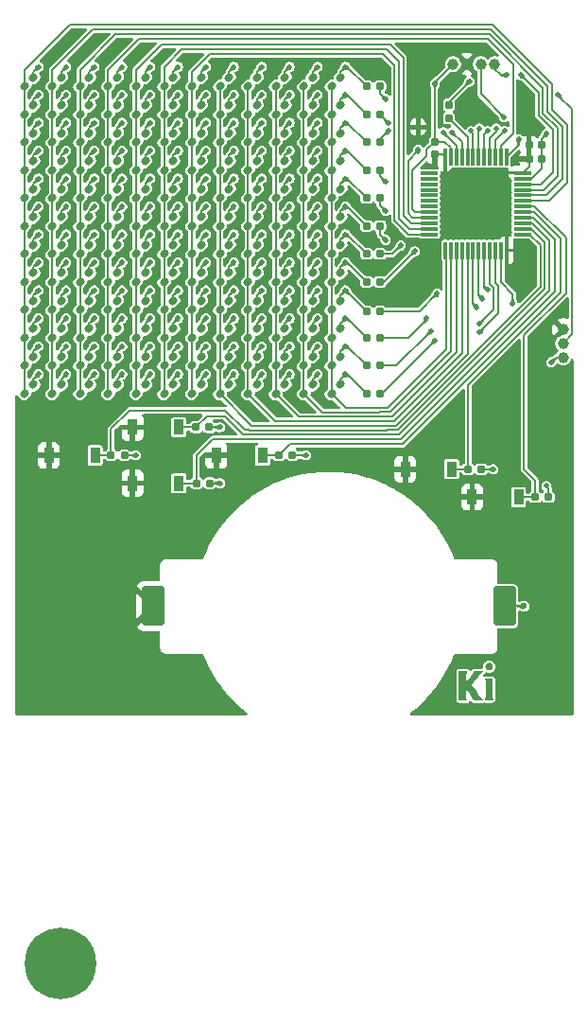
<source format=gtl>
%TF.GenerationSoftware,KiCad,Pcbnew,9.0.0*%
%TF.CreationDate,2025-12-20T00:19:53-05:00*%
%TF.ProjectId,BusinessCard,42757369-6e65-4737-9343-6172642e6b69,rev?*%
%TF.SameCoordinates,Original*%
%TF.FileFunction,Copper,L1,Top*%
%TF.FilePolarity,Positive*%
%FSLAX46Y46*%
G04 Gerber Fmt 4.6, Leading zero omitted, Abs format (unit mm)*
G04 Created by KiCad (PCBNEW 9.0.0) date 2025-12-20 00:19:53*
%MOMM*%
%LPD*%
G01*
G04 APERTURE LIST*
G04 Aperture macros list*
%AMRoundRect*
0 Rectangle with rounded corners*
0 $1 Rounding radius*
0 $2 $3 $4 $5 $6 $7 $8 $9 X,Y pos of 4 corners*
0 Add a 4 corners polygon primitive as box body*
4,1,4,$2,$3,$4,$5,$6,$7,$8,$9,$2,$3,0*
0 Add four circle primitives for the rounded corners*
1,1,$1+$1,$2,$3*
1,1,$1+$1,$4,$5*
1,1,$1+$1,$6,$7*
1,1,$1+$1,$8,$9*
0 Add four rect primitives between the rounded corners*
20,1,$1+$1,$2,$3,$4,$5,0*
20,1,$1+$1,$4,$5,$6,$7,0*
20,1,$1+$1,$6,$7,$8,$9,0*
20,1,$1+$1,$8,$9,$2,$3,0*%
G04 Aperture macros list end*
%TA.AperFunction,EtchedComponent*%
%ADD10C,0.000000*%
%TD*%
%TA.AperFunction,SMDPad,CuDef*%
%ADD11RoundRect,0.160000X-0.160000X0.197500X-0.160000X-0.197500X0.160000X-0.197500X0.160000X0.197500X0*%
%TD*%
%TA.AperFunction,SMDPad,CuDef*%
%ADD12C,1.000000*%
%TD*%
%TA.AperFunction,SMDPad,CuDef*%
%ADD13RoundRect,0.160000X-0.044194X-0.270468X0.270468X0.044194X0.044194X0.270468X-0.270468X-0.044194X0*%
%TD*%
%TA.AperFunction,SMDPad,CuDef*%
%ADD14RoundRect,0.112500X0.112500X-0.187500X0.112500X0.187500X-0.112500X0.187500X-0.112500X-0.187500X0*%
%TD*%
%TA.AperFunction,SMDPad,CuDef*%
%ADD15RoundRect,0.160000X0.197500X0.160000X-0.197500X0.160000X-0.197500X-0.160000X0.197500X-0.160000X0*%
%TD*%
%TA.AperFunction,SMDPad,CuDef*%
%ADD16RoundRect,0.160000X-0.197500X-0.160000X0.197500X-0.160000X0.197500X0.160000X-0.197500X0.160000X0*%
%TD*%
%TA.AperFunction,ComponentPad*%
%ADD17C,6.400000*%
%TD*%
%TA.AperFunction,SMDPad,CuDef*%
%ADD18R,0.950000X1.400000*%
%TD*%
%TA.AperFunction,SMDPad,CuDef*%
%ADD19RoundRect,0.155000X-0.212500X-0.155000X0.212500X-0.155000X0.212500X0.155000X-0.212500X0.155000X0*%
%TD*%
%TA.AperFunction,SMDPad,CuDef*%
%ADD20RoundRect,0.200000X-0.800000X-1.550000X0.800000X-1.550000X0.800000X1.550000X-0.800000X1.550000X0*%
%TD*%
%TA.AperFunction,SMDPad,CuDef*%
%ADD21RoundRect,0.070000X-0.710000X-0.070000X0.710000X-0.070000X0.710000X0.070000X-0.710000X0.070000X0*%
%TD*%
%TA.AperFunction,SMDPad,CuDef*%
%ADD22RoundRect,0.070000X-0.070000X-0.710000X0.070000X-0.710000X0.070000X0.710000X-0.070000X0.710000X0*%
%TD*%
%TA.AperFunction,SMDPad,CuDef*%
%ADD23RoundRect,0.155000X0.155000X-0.212500X0.155000X0.212500X-0.155000X0.212500X-0.155000X-0.212500X0*%
%TD*%
%TA.AperFunction,ViaPad*%
%ADD24C,0.500000*%
%TD*%
%TA.AperFunction,ViaPad*%
%ADD25C,0.600000*%
%TD*%
%TA.AperFunction,Conductor*%
%ADD26C,0.200000*%
%TD*%
G04 APERTURE END LIST*
D10*
%TA.AperFunction,EtchedComponent*%
%TO.C,G\u002A\u002A\u002A*%
G36*
X177950000Y-105817448D02*
G01*
X178060444Y-105866148D01*
X178148389Y-105951560D01*
X178201946Y-106069299D01*
X178212687Y-106160556D01*
X178205101Y-106256468D01*
X178173702Y-106327694D01*
X178111087Y-106399143D01*
X178035905Y-106464378D01*
X177964574Y-106493924D01*
X177869040Y-106500743D01*
X177771667Y-106493547D01*
X177700596Y-106463320D01*
X177626993Y-106399143D01*
X177546124Y-106281276D01*
X177519657Y-106151394D01*
X177548223Y-106021504D01*
X177602576Y-105935483D01*
X177709177Y-105847730D01*
X177828948Y-105809846D01*
X177950000Y-105817448D01*
G37*
%TD.AperFunction*%
%TA.AperFunction,EtchedComponent*%
G36*
X178189442Y-108166684D02*
G01*
X178192319Y-108397205D01*
X178196491Y-108609948D01*
X178201685Y-108797140D01*
X178207630Y-108951009D01*
X178214056Y-109063784D01*
X178220689Y-109127692D01*
X178223355Y-109137861D01*
X178229725Y-109159399D01*
X178218053Y-109174065D01*
X178179489Y-109183166D01*
X178105187Y-109188006D01*
X177986299Y-109189893D01*
X177869040Y-109190155D01*
X177712845Y-109189580D01*
X177607563Y-109186985D01*
X177544347Y-109181063D01*
X177514347Y-109170510D01*
X177508718Y-109154018D01*
X177514725Y-109137861D01*
X177523414Y-109090828D01*
X177530952Y-108993748D01*
X177537285Y-108856000D01*
X177542359Y-108686960D01*
X177546120Y-108496008D01*
X177548515Y-108292521D01*
X177549489Y-108085877D01*
X177548989Y-107885456D01*
X177546961Y-107700634D01*
X177543351Y-107540790D01*
X177538106Y-107415302D01*
X177531172Y-107333548D01*
X177525225Y-107307253D01*
X177514189Y-107281788D01*
X177519660Y-107264877D01*
X177550817Y-107254773D01*
X177616840Y-107249726D01*
X177726906Y-107247987D01*
X177837273Y-107247802D01*
X178181137Y-107247802D01*
X178189442Y-108166684D01*
G37*
%TD.AperFunction*%
%TA.AperFunction,EtchedComponent*%
G36*
X175863720Y-106647596D02*
G01*
X175844220Y-106705028D01*
X175832260Y-106789787D01*
X175827082Y-106912008D01*
X175827931Y-107081830D01*
X175828657Y-107117865D01*
X175837040Y-107501046D01*
X176072920Y-107202600D01*
X176208733Y-107028805D01*
X176310110Y-106893971D01*
X176381385Y-106791579D01*
X176426892Y-106715107D01*
X176450965Y-106658035D01*
X176457573Y-106623877D01*
X176461927Y-106599136D01*
X176476749Y-106581846D01*
X176511213Y-106570675D01*
X176574493Y-106564289D01*
X176675762Y-106561355D01*
X176824194Y-106560539D01*
X176893616Y-106560508D01*
X177324886Y-106560508D01*
X177177388Y-106717390D01*
X177110980Y-106791536D01*
X177016493Y-106901791D01*
X176902938Y-107037402D01*
X176779326Y-107187614D01*
X176663239Y-107330990D01*
X176296587Y-107787708D01*
X176691096Y-108332049D01*
X176814342Y-108500922D01*
X176934521Y-108663446D01*
X177044289Y-108809848D01*
X177136299Y-108930355D01*
X177203205Y-109015194D01*
X177218163Y-109033273D01*
X177350720Y-109190155D01*
X176903993Y-109190155D01*
X176457266Y-109190155D01*
X176438567Y-109078096D01*
X176411338Y-109001305D01*
X176348381Y-108887676D01*
X176248141Y-108734640D01*
X176128453Y-108566155D01*
X175837040Y-108166272D01*
X175828733Y-108572583D01*
X175826944Y-108760314D01*
X175830885Y-108898843D01*
X175841279Y-108998522D01*
X175858851Y-109069704D01*
X175864561Y-109084524D01*
X175908696Y-109190155D01*
X175503612Y-109190155D01*
X175341421Y-109189630D01*
X175230374Y-109187265D01*
X175161850Y-109181872D01*
X175127232Y-109172263D01*
X175117902Y-109157250D01*
X175124137Y-109137861D01*
X175131453Y-109093667D01*
X175137974Y-108997785D01*
X175143668Y-108858074D01*
X175148502Y-108682391D01*
X175152444Y-108478594D01*
X175155463Y-108254541D01*
X175157525Y-108018090D01*
X175158600Y-107777099D01*
X175158655Y-107539425D01*
X175157658Y-107312927D01*
X175155577Y-107105463D01*
X175152380Y-106924889D01*
X175148035Y-106779066D01*
X175142509Y-106675849D01*
X175135771Y-106623097D01*
X175134414Y-106619542D01*
X175124144Y-106595838D01*
X175128898Y-106579513D01*
X175157301Y-106569192D01*
X175217981Y-106563502D01*
X175319565Y-106561067D01*
X175470680Y-106560514D01*
X175504992Y-106560508D01*
X175907165Y-106560508D01*
X175863720Y-106647596D01*
G37*
%TD.AperFunction*%
%TD*%
D11*
%TO.P,R1,2*%
%TO.N,Net-(U1-BOOT0)*%
X174250000Y-57097500D03*
%TO.P,R1,1*%
%TO.N,Net-(J1-Pin_2)*%
X174250000Y-55902500D03*
%TD*%
D12*
%TO.P,J2,1,Pin_1*%
%TO.N,GND*%
X174625000Y-52250000D03*
%TO.P,J2,2,Pin_2*%
%TO.N,+3.3V*%
X175875000Y-52250000D03*
%TO.P,J2,3,Pin_3*%
%TO.N,Net-(J2-Pin_3)*%
X177125000Y-52250000D03*
%TO.P,J2,4,Pin_4*%
%TO.N,Net-(J2-Pin_4)*%
X178375000Y-52250000D03*
%TD*%
D13*
%TO.P,D112,1,K*%
%TO.N,C3*%
X141250000Y-76744050D03*
%TO.P,D112,2,A*%
%TO.N,Net-(D110-A)*%
X142059638Y-75934412D03*
%TD*%
%TO.P,D30,1,K*%
%TO.N,C5*%
X146250000Y-59244050D03*
%TO.P,D30,2,A*%
%TO.N,Net-(D26-A)*%
X147059638Y-58434412D03*
%TD*%
D14*
%TO.P,D1,1,K*%
%TO.N,Net-(D1-K)*%
X171500000Y-60000000D03*
%TO.P,D1,2,A*%
%TO.N,+3.3V*%
X171500000Y-57900000D03*
%TD*%
D12*
%TO.P,J1,1,Pin_1*%
%TO.N,GND*%
X184500000Y-78500000D03*
%TO.P,J1,2,Pin_2*%
%TO.N,Net-(J1-Pin_2)*%
X184500000Y-77250000D03*
%TO.P,J1,3,Pin_3*%
%TO.N,+3.3V*%
X184500000Y-76000000D03*
%TD*%
D15*
%TO.P,R9,1*%
%TO.N,R2*%
X168097500Y-56744050D03*
%TO.P,R9,2*%
%TO.N,Net-(D14-A)*%
X166902500Y-56744050D03*
%TD*%
D13*
%TO.P,D95,1,K*%
%TO.N,C10*%
X158750000Y-71744050D03*
%TO.P,D95,2,A*%
%TO.N,Net-(D86-A)*%
X159559638Y-70934412D03*
%TD*%
%TO.P,D101,1,K*%
%TO.N,C4*%
X143750000Y-74244050D03*
%TO.P,D101,2,A*%
%TO.N,Net-(D100-A)*%
X144559638Y-73434412D03*
%TD*%
%TO.P,D12,1,K*%
%TO.N,C11*%
X161250000Y-54244050D03*
%TO.P,D12,2,A*%
%TO.N,Net-(D10-A)*%
X162059638Y-53434412D03*
%TD*%
%TO.P,D10,1,K*%
%TO.N,C9*%
X156250000Y-54244050D03*
%TO.P,D10,2,A*%
%TO.N,Net-(D10-A)*%
X157059638Y-53434412D03*
%TD*%
%TO.P,D22,1,K*%
%TO.N,C9*%
X156250000Y-56744050D03*
%TO.P,D22,2,A*%
%TO.N,Net-(D14-A)*%
X157059638Y-55934412D03*
%TD*%
D16*
%TO.P,R2,1*%
%TO.N,Up*%
X151602500Y-84750000D03*
%TO.P,R2,2*%
%TO.N,GND*%
X152797500Y-84750000D03*
%TD*%
D17*
%TO.P,REF\u002A\u002A,1*%
%TO.N,N/C*%
X139500000Y-132750000D03*
%TD*%
D13*
%TO.P,D126,1,K*%
%TO.N,C5*%
X146250000Y-79244050D03*
%TO.P,D126,2,A*%
%TO.N,Net-(D122-A)*%
X147059638Y-78434412D03*
%TD*%
%TO.P,D60,1,K*%
%TO.N,C11*%
X161250000Y-64244050D03*
%TO.P,D60,2,A*%
%TO.N,Net-(D50-A)*%
X162059638Y-63434412D03*
%TD*%
D18*
%TO.P,SW3,1,1*%
%TO.N,+3.3V*%
X145925000Y-89750000D03*
%TO.P,SW3,2,2*%
%TO.N,Down*%
X150075000Y-89750000D03*
%TD*%
D13*
%TO.P,D4,1,K*%
%TO.N,C3*%
X141250000Y-54244050D03*
%TO.P,D4,2,A*%
%TO.N,Net-(D10-A)*%
X142059638Y-53434412D03*
%TD*%
%TO.P,D6,1,K*%
%TO.N,C5*%
X146250000Y-54244050D03*
%TO.P,D6,2,A*%
%TO.N,Net-(D10-A)*%
X147059638Y-53434412D03*
%TD*%
%TO.P,D86,1,K*%
%TO.N,C1*%
X136250000Y-71744050D03*
%TO.P,D86,2,A*%
%TO.N,Net-(D86-A)*%
X137059638Y-70934412D03*
%TD*%
D15*
%TO.P,R17,1*%
%TO.N,R10*%
X168097500Y-76744050D03*
%TO.P,R17,2*%
%TO.N,Net-(D110-A)*%
X166902500Y-76744050D03*
%TD*%
D18*
%TO.P,SW2,1,1*%
%TO.N,+3.3V*%
X138425000Y-87250000D03*
%TO.P,SW2,2,2*%
%TO.N,Left*%
X142575000Y-87250000D03*
%TD*%
D13*
%TO.P,D84,1,K*%
%TO.N,C11*%
X161250000Y-69244050D03*
%TO.P,D84,2,A*%
%TO.N,Net-(D74-A)*%
X162059638Y-68434412D03*
%TD*%
%TO.P,D9,1,K*%
%TO.N,C8*%
X153750000Y-54244050D03*
%TO.P,D9,2,A*%
%TO.N,Net-(D10-A)*%
X154559638Y-53434412D03*
%TD*%
%TO.P,D124,1,K*%
%TO.N,C3*%
X141250000Y-79244050D03*
%TO.P,D124,2,A*%
%TO.N,Net-(D122-A)*%
X142059638Y-78434412D03*
%TD*%
%TO.P,D66,1,K*%
%TO.N,C5*%
X146250000Y-66744050D03*
%TO.P,D66,2,A*%
%TO.N,Net-(D62-A)*%
X147059638Y-65934412D03*
%TD*%
D15*
%TO.P,R16,1*%
%TO.N,R9*%
X168097500Y-74374050D03*
%TO.P,R16,2*%
%TO.N,Net-(D100-A)*%
X166902500Y-74374050D03*
%TD*%
D13*
%TO.P,D59,1,K*%
%TO.N,C10*%
X158750000Y-64244050D03*
%TO.P,D59,2,A*%
%TO.N,Net-(D50-A)*%
X159559638Y-63434412D03*
%TD*%
%TO.P,D32,1,K*%
%TO.N,C7*%
X151250000Y-59244050D03*
%TO.P,D32,2,A*%
%TO.N,Net-(D26-A)*%
X152059638Y-58434412D03*
%TD*%
%TO.P,D81,1,K*%
%TO.N,C8*%
X153750000Y-69244050D03*
%TO.P,D81,2,A*%
%TO.N,Net-(D74-A)*%
X154559638Y-68434412D03*
%TD*%
%TO.P,D122,1,K*%
%TO.N,C1*%
X136250000Y-79244050D03*
%TO.P,D122,2,A*%
%TO.N,Net-(D122-A)*%
X137059638Y-78434412D03*
%TD*%
%TO.P,D15,1,K*%
%TO.N,C2*%
X138750000Y-56744050D03*
%TO.P,D15,2,A*%
%TO.N,Net-(D14-A)*%
X139559638Y-55934412D03*
%TD*%
D15*
%TO.P,R19,1*%
%TO.N,R12*%
X168097500Y-81744050D03*
%TO.P,R19,2*%
%TO.N,Net-(D134-A)*%
X166902500Y-81744050D03*
%TD*%
D13*
%TO.P,D136,1,K*%
%TO.N,C3*%
X141250000Y-81744050D03*
%TO.P,D136,2,A*%
%TO.N,Net-(D134-A)*%
X142059638Y-80934412D03*
%TD*%
%TO.P,D114,1,K*%
%TO.N,C5*%
X146250000Y-76744050D03*
%TO.P,D114,2,A*%
%TO.N,Net-(D110-A)*%
X147059638Y-75934412D03*
%TD*%
%TO.P,D47,1,K*%
%TO.N,C10*%
X158750000Y-61744050D03*
%TO.P,D47,2,A*%
%TO.N,Net-(D38-A)*%
X159559638Y-60934412D03*
%TD*%
%TO.P,D64,1,K*%
%TO.N,C3*%
X141250000Y-66744050D03*
%TO.P,D64,2,A*%
%TO.N,Net-(D62-A)*%
X142059638Y-65934412D03*
%TD*%
%TO.P,D20,1,K*%
%TO.N,C7*%
X151250000Y-56744050D03*
%TO.P,D20,2,A*%
%TO.N,Net-(D14-A)*%
X152059638Y-55934412D03*
%TD*%
%TO.P,D37,1,K*%
%TO.N,C12*%
X163750000Y-59244050D03*
%TO.P,D37,2,A*%
%TO.N,Net-(D26-A)*%
X164559638Y-58434412D03*
%TD*%
%TO.P,D65,1,K*%
%TO.N,C4*%
X143750000Y-66744050D03*
%TO.P,D65,2,A*%
%TO.N,Net-(D62-A)*%
X144559638Y-65934412D03*
%TD*%
%TO.P,D144,1,K*%
%TO.N,C11*%
X161250000Y-81744050D03*
%TO.P,D144,2,A*%
%TO.N,Net-(D134-A)*%
X162059638Y-80934412D03*
%TD*%
%TO.P,D16,1,K*%
%TO.N,C3*%
X141250000Y-56744050D03*
%TO.P,D16,2,A*%
%TO.N,Net-(D14-A)*%
X142059638Y-55934412D03*
%TD*%
%TO.P,D82,1,K*%
%TO.N,C9*%
X156250000Y-69244050D03*
%TO.P,D82,2,A*%
%TO.N,Net-(D74-A)*%
X157059638Y-68434412D03*
%TD*%
%TO.P,D21,1,K*%
%TO.N,C8*%
X153750000Y-56744050D03*
%TO.P,D21,2,A*%
%TO.N,Net-(D14-A)*%
X154559638Y-55934412D03*
%TD*%
D16*
%TO.P,R3,1*%
%TO.N,Down*%
X151652500Y-89750000D03*
%TO.P,R3,2*%
%TO.N,GND*%
X152847500Y-89750000D03*
%TD*%
D13*
%TO.P,D99,1,K*%
%TO.N,C2*%
X138750000Y-74244050D03*
%TO.P,D99,2,A*%
%TO.N,Net-(D100-A)*%
X139559638Y-73434412D03*
%TD*%
%TO.P,D35,1,K*%
%TO.N,C10*%
X158750000Y-59244050D03*
%TO.P,D35,2,A*%
%TO.N,Net-(D26-A)*%
X159559638Y-58434412D03*
%TD*%
D15*
%TO.P,R15,1*%
%TO.N,R8*%
X168097500Y-71744050D03*
%TO.P,R15,2*%
%TO.N,Net-(D86-A)*%
X166902500Y-71744050D03*
%TD*%
D13*
%TO.P,D62,1,K*%
%TO.N,C1*%
X136250000Y-66744050D03*
%TO.P,D62,2,A*%
%TO.N,Net-(D62-A)*%
X137059638Y-65934412D03*
%TD*%
%TO.P,D91,1,K*%
%TO.N,C6*%
X148750000Y-71744050D03*
%TO.P,D91,2,A*%
%TO.N,Net-(D86-A)*%
X149559638Y-70934412D03*
%TD*%
D19*
%TO.P,C2,1*%
%TO.N,+3.3V*%
X181432500Y-60750000D03*
%TO.P,C2,2*%
%TO.N,GND*%
X182567500Y-60750000D03*
%TD*%
D13*
%TO.P,D8,1,K*%
%TO.N,C7*%
X151250000Y-54244050D03*
%TO.P,D8,2,A*%
%TO.N,Net-(D10-A)*%
X152059638Y-53434412D03*
%TD*%
D20*
%TO.P,J3,1,Pin_1*%
%TO.N,+3.3V*%
X147750000Y-100750000D03*
%TO.P,J3,2,Pin_2*%
%TO.N,GND*%
X179250000Y-100750000D03*
%TD*%
D13*
%TO.P,D75,1,K*%
%TO.N,C2*%
X138750000Y-69244050D03*
%TO.P,D75,2,A*%
%TO.N,Net-(D74-A)*%
X139559638Y-68434412D03*
%TD*%
%TO.P,D49,1,K*%
%TO.N,C12*%
X163750000Y-61744050D03*
%TO.P,D49,2,A*%
%TO.N,Net-(D38-A)*%
X164559638Y-60934412D03*
%TD*%
%TO.P,D11,1,K*%
%TO.N,C10*%
X158750000Y-54244050D03*
%TO.P,D11,2,A*%
%TO.N,Net-(D10-A)*%
X159559638Y-53434412D03*
%TD*%
%TO.P,D90,1,K*%
%TO.N,C5*%
X146250000Y-71744050D03*
%TO.P,D90,2,A*%
%TO.N,Net-(D86-A)*%
X147059638Y-70934412D03*
%TD*%
D18*
%TO.P,SW5,1,1*%
%TO.N,+3.3V*%
X170350000Y-88500000D03*
%TO.P,SW5,2,2*%
%TO.N,A*%
X174500000Y-88500000D03*
%TD*%
D13*
%TO.P,D98,1,K*%
%TO.N,C1*%
X136250000Y-74244050D03*
%TO.P,D98,2,A*%
%TO.N,Net-(D100-A)*%
X137059638Y-73434412D03*
%TD*%
%TO.P,D19,1,K*%
%TO.N,C6*%
X148750000Y-56744050D03*
%TO.P,D19,2,A*%
%TO.N,Net-(D14-A)*%
X149559638Y-55934412D03*
%TD*%
%TO.P,D53,1,K*%
%TO.N,C4*%
X143750000Y-64244050D03*
%TO.P,D53,2,A*%
%TO.N,Net-(D50-A)*%
X144559638Y-63434412D03*
%TD*%
%TO.P,D80,1,K*%
%TO.N,C7*%
X151250000Y-69244050D03*
%TO.P,D80,2,A*%
%TO.N,Net-(D74-A)*%
X152059638Y-68434412D03*
%TD*%
D16*
%TO.P,R7,1*%
%TO.N,B*%
X181980000Y-91000000D03*
%TO.P,R7,2*%
%TO.N,GND*%
X183175000Y-91000000D03*
%TD*%
D13*
%TO.P,D96,1,K*%
%TO.N,C11*%
X161250000Y-71744050D03*
%TO.P,D96,2,A*%
%TO.N,Net-(D86-A)*%
X162059638Y-70934412D03*
%TD*%
%TO.P,D116,1,K*%
%TO.N,C7*%
X151250000Y-76744050D03*
%TO.P,D116,2,A*%
%TO.N,Net-(D110-A)*%
X152059638Y-75934412D03*
%TD*%
%TO.P,D134,1,K*%
%TO.N,C1*%
X136250000Y-81744050D03*
%TO.P,D134,2,A*%
%TO.N,Net-(D134-A)*%
X137059638Y-80934412D03*
%TD*%
D15*
%TO.P,R11,1*%
%TO.N,R4*%
X168097500Y-61744050D03*
%TO.P,R11,2*%
%TO.N,Net-(D38-A)*%
X166902500Y-61744050D03*
%TD*%
D13*
%TO.P,D57,1,K*%
%TO.N,C8*%
X153750000Y-64244050D03*
%TO.P,D57,2,A*%
%TO.N,Net-(D50-A)*%
X154559638Y-63434412D03*
%TD*%
%TO.P,D78,1,K*%
%TO.N,C5*%
X146250000Y-69244050D03*
%TO.P,D78,2,A*%
%TO.N,Net-(D74-A)*%
X147059638Y-68434412D03*
%TD*%
%TO.P,D135,1,K*%
%TO.N,C2*%
X138750000Y-81744050D03*
%TO.P,D135,2,A*%
%TO.N,Net-(D134-A)*%
X139559638Y-80934412D03*
%TD*%
%TO.P,D113,1,K*%
%TO.N,C4*%
X143750000Y-76744050D03*
%TO.P,D113,2,A*%
%TO.N,Net-(D110-A)*%
X144559638Y-75934412D03*
%TD*%
%TO.P,D31,1,K*%
%TO.N,C6*%
X148750000Y-59244050D03*
%TO.P,D31,2,A*%
%TO.N,Net-(D26-A)*%
X149559638Y-58434412D03*
%TD*%
%TO.P,D41,1,K*%
%TO.N,C4*%
X143750000Y-61744050D03*
%TO.P,D41,2,A*%
%TO.N,Net-(D38-A)*%
X144559638Y-60934412D03*
%TD*%
D19*
%TO.P,C3,1*%
%TO.N,+3.3V*%
X181432500Y-59500000D03*
%TO.P,C3,2*%
%TO.N,GND*%
X182567500Y-59500000D03*
%TD*%
D13*
%TO.P,D77,1,K*%
%TO.N,C4*%
X143750000Y-69244050D03*
%TO.P,D77,2,A*%
%TO.N,Net-(D74-A)*%
X144559638Y-68434412D03*
%TD*%
D15*
%TO.P,R14,1*%
%TO.N,R7*%
X168097500Y-69244050D03*
%TO.P,R14,2*%
%TO.N,Net-(D74-A)*%
X166902500Y-69244050D03*
%TD*%
D13*
%TO.P,D105,1,K*%
%TO.N,C8*%
X153750000Y-74244050D03*
%TO.P,D105,2,A*%
%TO.N,Net-(D100-A)*%
X154559638Y-73434412D03*
%TD*%
%TO.P,D100,1,K*%
%TO.N,C3*%
X141250000Y-74244050D03*
%TO.P,D100,2,A*%
%TO.N,Net-(D100-A)*%
X142059638Y-73434412D03*
%TD*%
%TO.P,D103,1,K*%
%TO.N,C6*%
X148750000Y-74244050D03*
%TO.P,D103,2,A*%
%TO.N,Net-(D100-A)*%
X149559638Y-73434412D03*
%TD*%
%TO.P,D109,1,K*%
%TO.N,C12*%
X163750000Y-74244050D03*
%TO.P,D109,2,A*%
%TO.N,Net-(D100-A)*%
X164559638Y-73434412D03*
%TD*%
D15*
%TO.P,R10,1*%
%TO.N,R3*%
X168097500Y-59244050D03*
%TO.P,R10,2*%
%TO.N,Net-(D26-A)*%
X166902500Y-59244050D03*
%TD*%
D13*
%TO.P,D55,1,K*%
%TO.N,C6*%
X148750000Y-64244050D03*
%TO.P,D55,2,A*%
%TO.N,Net-(D50-A)*%
X149559638Y-63434412D03*
%TD*%
%TO.P,D115,1,K*%
%TO.N,C6*%
X148750000Y-76744050D03*
%TO.P,D115,2,A*%
%TO.N,Net-(D110-A)*%
X149559638Y-75934412D03*
%TD*%
%TO.P,D43,1,K*%
%TO.N,C6*%
X148750000Y-61744050D03*
%TO.P,D43,2,A*%
%TO.N,Net-(D38-A)*%
X149559638Y-60934412D03*
%TD*%
%TO.P,D104,1,K*%
%TO.N,C7*%
X151250000Y-74244050D03*
%TO.P,D104,2,A*%
%TO.N,Net-(D100-A)*%
X152059638Y-73434412D03*
%TD*%
%TO.P,D45,1,K*%
%TO.N,C8*%
X153750000Y-61744050D03*
%TO.P,D45,2,A*%
%TO.N,Net-(D38-A)*%
X154559638Y-60934412D03*
%TD*%
D15*
%TO.P,R18,1*%
%TO.N,R11*%
X168097500Y-79244050D03*
%TO.P,R18,2*%
%TO.N,Net-(D122-A)*%
X166902500Y-79244050D03*
%TD*%
D13*
%TO.P,D110,1,K*%
%TO.N,C1*%
X136250000Y-76744050D03*
%TO.P,D110,2,A*%
%TO.N,Net-(D110-A)*%
X137059638Y-75934412D03*
%TD*%
%TO.P,D118,1,K*%
%TO.N,C9*%
X156250000Y-76744050D03*
%TO.P,D118,2,A*%
%TO.N,Net-(D110-A)*%
X157059638Y-75934412D03*
%TD*%
%TO.P,D117,1,K*%
%TO.N,C8*%
X153750000Y-76744050D03*
%TO.P,D117,2,A*%
%TO.N,Net-(D110-A)*%
X154559638Y-75934412D03*
%TD*%
%TO.P,D54,1,K*%
%TO.N,C5*%
X146250000Y-64244050D03*
%TO.P,D54,2,A*%
%TO.N,Net-(D50-A)*%
X147059638Y-63434412D03*
%TD*%
%TO.P,D102,1,K*%
%TO.N,C5*%
X146250000Y-74244050D03*
%TO.P,D102,2,A*%
%TO.N,Net-(D100-A)*%
X147059638Y-73434412D03*
%TD*%
%TO.P,D141,1,K*%
%TO.N,C8*%
X153750000Y-81744050D03*
%TO.P,D141,2,A*%
%TO.N,Net-(D134-A)*%
X154559638Y-80934412D03*
%TD*%
%TO.P,D130,1,K*%
%TO.N,C9*%
X156250000Y-79244050D03*
%TO.P,D130,2,A*%
%TO.N,Net-(D122-A)*%
X157059638Y-78434412D03*
%TD*%
%TO.P,D70,1,K*%
%TO.N,C9*%
X156250000Y-66744050D03*
%TO.P,D70,2,A*%
%TO.N,Net-(D62-A)*%
X157059638Y-65934412D03*
%TD*%
%TO.P,D38,1,K*%
%TO.N,C1*%
X136250000Y-61744050D03*
%TO.P,D38,2,A*%
%TO.N,Net-(D38-A)*%
X137059638Y-60934412D03*
%TD*%
%TO.P,D14,1,K*%
%TO.N,C1*%
X136250000Y-56744050D03*
%TO.P,D14,2,A*%
%TO.N,Net-(D14-A)*%
X137059638Y-55934412D03*
%TD*%
D16*
%TO.P,R4,1*%
%TO.N,Left*%
X144000000Y-87250000D03*
%TO.P,R4,2*%
%TO.N,GND*%
X145195000Y-87250000D03*
%TD*%
D13*
%TO.P,D83,1,K*%
%TO.N,C10*%
X158750000Y-69244050D03*
%TO.P,D83,2,A*%
%TO.N,Net-(D74-A)*%
X159559638Y-68434412D03*
%TD*%
D18*
%TO.P,SW6,1,1*%
%TO.N,+3.3V*%
X176350000Y-91000000D03*
%TO.P,SW6,2,2*%
%TO.N,B*%
X180500000Y-91000000D03*
%TD*%
D13*
%TO.P,D48,1,K*%
%TO.N,C11*%
X161250000Y-61744050D03*
%TO.P,D48,2,A*%
%TO.N,Net-(D38-A)*%
X162059638Y-60934412D03*
%TD*%
%TO.P,D24,1,K*%
%TO.N,C11*%
X161250000Y-56744050D03*
%TO.P,D24,2,A*%
%TO.N,Net-(D14-A)*%
X162059638Y-55934412D03*
%TD*%
%TO.P,D46,1,K*%
%TO.N,C9*%
X156250000Y-61744050D03*
%TO.P,D46,2,A*%
%TO.N,Net-(D38-A)*%
X157059638Y-60934412D03*
%TD*%
%TO.P,D23,1,K*%
%TO.N,C10*%
X158750000Y-56744050D03*
%TO.P,D23,2,A*%
%TO.N,Net-(D14-A)*%
X159559638Y-55934412D03*
%TD*%
%TO.P,D29,1,K*%
%TO.N,C4*%
X143750000Y-59244050D03*
%TO.P,D29,2,A*%
%TO.N,Net-(D26-A)*%
X144559638Y-58434412D03*
%TD*%
%TO.P,D72,1,K*%
%TO.N,C11*%
X161250000Y-66744050D03*
%TO.P,D72,2,A*%
%TO.N,Net-(D62-A)*%
X162059638Y-65934412D03*
%TD*%
D16*
%TO.P,R6,1*%
%TO.N,A*%
X175980000Y-88500000D03*
%TO.P,R6,2*%
%TO.N,GND*%
X177175000Y-88500000D03*
%TD*%
D13*
%TO.P,D79,1,K*%
%TO.N,C6*%
X148750000Y-69244050D03*
%TO.P,D79,2,A*%
%TO.N,Net-(D74-A)*%
X149559638Y-68434412D03*
%TD*%
%TO.P,D33,1,K*%
%TO.N,C8*%
X153750000Y-59244050D03*
%TO.P,D33,2,A*%
%TO.N,Net-(D26-A)*%
X154559638Y-58434412D03*
%TD*%
%TO.P,D44,1,K*%
%TO.N,C7*%
X151250000Y-61744050D03*
%TO.P,D44,2,A*%
%TO.N,Net-(D38-A)*%
X152059638Y-60934412D03*
%TD*%
D16*
%TO.P,R5,1*%
%TO.N,Right*%
X159055000Y-87250000D03*
%TO.P,R5,2*%
%TO.N,GND*%
X160250000Y-87250000D03*
%TD*%
D13*
%TO.P,D92,1,K*%
%TO.N,C7*%
X151250000Y-71744050D03*
%TO.P,D92,2,A*%
%TO.N,Net-(D86-A)*%
X152059638Y-70934412D03*
%TD*%
%TO.P,D25,1,K*%
%TO.N,C12*%
X163750000Y-56744050D03*
%TO.P,D25,2,A*%
%TO.N,Net-(D14-A)*%
X164559638Y-55934412D03*
%TD*%
D18*
%TO.P,SW1,1,1*%
%TO.N,+3.3V*%
X145925000Y-84750000D03*
%TO.P,SW1,2,2*%
%TO.N,Up*%
X150075000Y-84750000D03*
%TD*%
D13*
%TO.P,D2,1,K*%
%TO.N,C1*%
X136250000Y-54244050D03*
%TO.P,D2,2,A*%
%TO.N,Net-(D10-A)*%
X137059638Y-53434412D03*
%TD*%
%TO.P,D26,1,K*%
%TO.N,C1*%
X136250000Y-59244050D03*
%TO.P,D26,2,A*%
%TO.N,Net-(D26-A)*%
X137059638Y-58434412D03*
%TD*%
%TO.P,D145,1,K*%
%TO.N,C12*%
X163750000Y-81744050D03*
%TO.P,D145,2,A*%
%TO.N,Net-(D134-A)*%
X164559638Y-80934412D03*
%TD*%
%TO.P,D39,1,K*%
%TO.N,C2*%
X138750000Y-61744050D03*
%TO.P,D39,2,A*%
%TO.N,Net-(D38-A)*%
X139559638Y-60934412D03*
%TD*%
%TO.P,D125,1,K*%
%TO.N,C4*%
X143750000Y-79244050D03*
%TO.P,D125,2,A*%
%TO.N,Net-(D122-A)*%
X144559638Y-78434412D03*
%TD*%
%TO.P,D106,1,K*%
%TO.N,C9*%
X156250000Y-74244050D03*
%TO.P,D106,2,A*%
%TO.N,Net-(D100-A)*%
X157059638Y-73434412D03*
%TD*%
%TO.P,D3,1,K*%
%TO.N,C2*%
X138750000Y-54244050D03*
%TO.P,D3,2,A*%
%TO.N,Net-(D10-A)*%
X139559638Y-53434412D03*
%TD*%
%TO.P,D119,1,K*%
%TO.N,C10*%
X158750000Y-76744050D03*
%TO.P,D119,2,A*%
%TO.N,Net-(D110-A)*%
X159559638Y-75934412D03*
%TD*%
%TO.P,D36,1,K*%
%TO.N,C11*%
X161250000Y-59244050D03*
%TO.P,D36,2,A*%
%TO.N,Net-(D26-A)*%
X162059638Y-58434412D03*
%TD*%
%TO.P,D123,1,K*%
%TO.N,C2*%
X138750000Y-79244050D03*
%TO.P,D123,2,A*%
%TO.N,Net-(D122-A)*%
X139559638Y-78434412D03*
%TD*%
%TO.P,D40,1,K*%
%TO.N,C3*%
X141250000Y-61744050D03*
%TO.P,D40,2,A*%
%TO.N,Net-(D38-A)*%
X142059638Y-60934412D03*
%TD*%
%TO.P,D76,1,K*%
%TO.N,C3*%
X141250000Y-69244050D03*
%TO.P,D76,2,A*%
%TO.N,Net-(D74-A)*%
X142059638Y-68434412D03*
%TD*%
%TO.P,D137,1,K*%
%TO.N,C4*%
X143750000Y-81744050D03*
%TO.P,D137,2,A*%
%TO.N,Net-(D134-A)*%
X144559638Y-80934412D03*
%TD*%
%TO.P,D133,1,K*%
%TO.N,C12*%
X163750000Y-79244050D03*
%TO.P,D133,2,A*%
%TO.N,Net-(D122-A)*%
X164559638Y-78434412D03*
%TD*%
%TO.P,D88,1,K*%
%TO.N,C3*%
X141250000Y-71744050D03*
%TO.P,D88,2,A*%
%TO.N,Net-(D86-A)*%
X142059638Y-70934412D03*
%TD*%
%TO.P,D68,1,K*%
%TO.N,C7*%
X151250000Y-66744050D03*
%TO.P,D68,2,A*%
%TO.N,Net-(D62-A)*%
X152059638Y-65934412D03*
%TD*%
%TO.P,D120,1,K*%
%TO.N,C11*%
X161250000Y-76744050D03*
%TO.P,D120,2,A*%
%TO.N,Net-(D110-A)*%
X162059638Y-75934412D03*
%TD*%
%TO.P,D63,1,K*%
%TO.N,C2*%
X138750000Y-66744050D03*
%TO.P,D63,2,A*%
%TO.N,Net-(D62-A)*%
X139559638Y-65934412D03*
%TD*%
D15*
%TO.P,R12,1*%
%TO.N,R5*%
X168097500Y-64244050D03*
%TO.P,R12,2*%
%TO.N,Net-(D50-A)*%
X166902500Y-64244050D03*
%TD*%
D13*
%TO.P,D71,1,K*%
%TO.N,C10*%
X158750000Y-66744050D03*
%TO.P,D71,2,A*%
%TO.N,Net-(D62-A)*%
X159559638Y-65934412D03*
%TD*%
%TO.P,D85,1,K*%
%TO.N,C12*%
X163750000Y-69244050D03*
%TO.P,D85,2,A*%
%TO.N,Net-(D74-A)*%
X164559638Y-68434412D03*
%TD*%
%TO.P,D28,1,K*%
%TO.N,C3*%
X141250000Y-59244050D03*
%TO.P,D28,2,A*%
%TO.N,Net-(D26-A)*%
X142059638Y-58434412D03*
%TD*%
D21*
%TO.P,U1,1,VBAT*%
%TO.N,unconnected-(U1-VBAT-Pad1)*%
X172500000Y-62000000D03*
%TO.P,U1,2,PC13-TAMPER-RTC*%
%TO.N,unconnected-(U1-PC13-TAMPER-RTC-Pad2)*%
X172500000Y-62500000D03*
%TO.P,U1,3,PC14-OSC32_IN*%
%TO.N,unconnected-(U1-PC14-OSC32_IN-Pad3)*%
X172500000Y-63000000D03*
%TO.P,U1,4,PC15-OSC32_OUT*%
%TO.N,unconnected-(U1-PC15-OSC32_OUT-Pad4)*%
X172500000Y-63500000D03*
%TO.P,U1,5,PD0_OSC_IN*%
%TO.N,unconnected-(U1-PD0_OSC_IN-Pad5)*%
X172500000Y-64000000D03*
%TO.P,U1,6,PD1_OSC_OUT*%
%TO.N,unconnected-(U1-PD1_OSC_OUT-Pad6)*%
X172500000Y-64500000D03*
%TO.P,U1,7,NRST*%
%TO.N,unconnected-(U1-NRST-Pad7)*%
X172500000Y-65000000D03*
%TO.P,U1,8,VSSA*%
%TO.N,GND*%
X172500000Y-65500000D03*
%TO.P,U1,9,VDDA*%
%TO.N,Net-(D1-K)*%
X172500000Y-66000000D03*
%TO.P,U1,10,PA0_WKUP*%
%TO.N,C5*%
X172500000Y-66500000D03*
%TO.P,U1,11,PA1*%
%TO.N,C6*%
X172500000Y-67000000D03*
%TO.P,U1,12,PA2*%
%TO.N,C7*%
X172500000Y-67500000D03*
D22*
%TO.P,U1,13,PA3*%
%TO.N,C12*%
X173930000Y-68930000D03*
%TO.P,U1,14,PA4*%
%TO.N,C11*%
X174430000Y-68930000D03*
%TO.P,U1,15,PA5*%
%TO.N,C10*%
X174930000Y-68930000D03*
%TO.P,U1,16,PA6*%
%TO.N,C9*%
X175430000Y-68930000D03*
%TO.P,U1,17,PA7*%
%TO.N,C8*%
X175930000Y-68930000D03*
%TO.P,U1,18,PB0*%
%TO.N,R1*%
X176430000Y-68930000D03*
%TO.P,U1,19,PB1*%
%TO.N,R2*%
X176930000Y-68930000D03*
%TO.P,U1,20,PB2*%
%TO.N,R3*%
X177430000Y-68930000D03*
%TO.P,U1,21,PB10*%
%TO.N,R11*%
X177930000Y-68930000D03*
%TO.P,U1,22,PB11*%
%TO.N,R12*%
X178430000Y-68930000D03*
%TO.P,U1,23,VSS*%
%TO.N,GND*%
X178930000Y-68930000D03*
%TO.P,U1,24,VDD*%
%TO.N,+3.3V*%
X179430000Y-68930000D03*
D21*
%TO.P,U1,25,PB12*%
%TO.N,Left*%
X180860000Y-67500000D03*
%TO.P,U1,26,PB13*%
%TO.N,Up*%
X180860000Y-67000000D03*
%TO.P,U1,27,PB14*%
%TO.N,Down*%
X180860000Y-66500000D03*
%TO.P,U1,28,PB15*%
%TO.N,Right*%
X180860000Y-66000000D03*
%TO.P,U1,29,PA8*%
%TO.N,A*%
X180860000Y-65500000D03*
%TO.P,U1,30,PA9*%
%TO.N,B*%
X180860000Y-65000000D03*
%TO.P,U1,31,PA10*%
%TO.N,C1*%
X180860000Y-64500000D03*
%TO.P,U1,32,PA11*%
%TO.N,C2*%
X180860000Y-64000000D03*
%TO.P,U1,33,PA12*%
%TO.N,C3*%
X180860000Y-63500000D03*
%TO.P,U1,34,PA13*%
%TO.N,Net-(J2-Pin_4)*%
X180860000Y-63000000D03*
%TO.P,U1,35,VSS*%
%TO.N,GND*%
X180860000Y-62500000D03*
%TO.P,U1,36,VDD*%
%TO.N,+3.3V*%
X180860000Y-62000000D03*
D22*
%TO.P,U1,37,PA14*%
%TO.N,Net-(J2-Pin_3)*%
X179430000Y-60570000D03*
%TO.P,U1,38,PA15*%
%TO.N,C4*%
X178930000Y-60570000D03*
%TO.P,U1,39,PB3*%
%TO.N,R4*%
X178430000Y-60570000D03*
%TO.P,U1,40,PB4*%
%TO.N,R5*%
X177930000Y-60570000D03*
%TO.P,U1,41,PB5*%
%TO.N,R6*%
X177430000Y-60570000D03*
%TO.P,U1,42,PB6*%
%TO.N,R7*%
X176930000Y-60570000D03*
%TO.P,U1,43,PB7*%
%TO.N,R8*%
X176430000Y-60570000D03*
%TO.P,U1,44,BOOT0*%
%TO.N,Net-(U1-BOOT0)*%
X175930000Y-60570000D03*
%TO.P,U1,45,PB8*%
%TO.N,R9*%
X175430000Y-60570000D03*
%TO.P,U1,46,PB9*%
%TO.N,R10*%
X174930000Y-60570000D03*
%TO.P,U1,47,VSS*%
%TO.N,GND*%
X174430000Y-60570000D03*
%TO.P,U1,48,VDD*%
%TO.N,+3.3V*%
X173930000Y-60570000D03*
%TD*%
D13*
%TO.P,D143,1,K*%
%TO.N,C10*%
X158750000Y-81744050D03*
%TO.P,D143,2,A*%
%TO.N,Net-(D134-A)*%
X159559638Y-80934412D03*
%TD*%
%TO.P,D97,1,K*%
%TO.N,C12*%
X163750000Y-71744050D03*
%TO.P,D97,2,A*%
%TO.N,Net-(D86-A)*%
X164559638Y-70934412D03*
%TD*%
%TO.P,D131,1,K*%
%TO.N,C10*%
X158750000Y-79244050D03*
%TO.P,D131,2,A*%
%TO.N,Net-(D122-A)*%
X159559638Y-78434412D03*
%TD*%
%TO.P,D5,1,K*%
%TO.N,C4*%
X143750000Y-54244050D03*
%TO.P,D5,2,A*%
%TO.N,Net-(D10-A)*%
X144559638Y-53434412D03*
%TD*%
%TO.P,D132,1,K*%
%TO.N,C11*%
X161250000Y-79244050D03*
%TO.P,D132,2,A*%
%TO.N,Net-(D122-A)*%
X162059638Y-78434412D03*
%TD*%
%TO.P,D94,1,K*%
%TO.N,C9*%
X156250000Y-71744050D03*
%TO.P,D94,2,A*%
%TO.N,Net-(D86-A)*%
X157059638Y-70934412D03*
%TD*%
%TO.P,D140,1,K*%
%TO.N,C7*%
X151250000Y-81744050D03*
%TO.P,D140,2,A*%
%TO.N,Net-(D134-A)*%
X152059638Y-80934412D03*
%TD*%
%TO.P,D56,1,K*%
%TO.N,C7*%
X151250000Y-64244050D03*
%TO.P,D56,2,A*%
%TO.N,Net-(D50-A)*%
X152059638Y-63434412D03*
%TD*%
%TO.P,D121,1,K*%
%TO.N,C12*%
X163750000Y-76744050D03*
%TO.P,D121,2,A*%
%TO.N,Net-(D110-A)*%
X164559638Y-75934412D03*
%TD*%
%TO.P,D13,1,K*%
%TO.N,C12*%
X163750000Y-54244050D03*
%TO.P,D13,2,A*%
%TO.N,Net-(D10-A)*%
X164559638Y-53434412D03*
%TD*%
%TO.P,D18,1,K*%
%TO.N,C5*%
X146250000Y-56744050D03*
%TO.P,D18,2,A*%
%TO.N,Net-(D14-A)*%
X147059638Y-55934412D03*
%TD*%
%TO.P,D17,1,K*%
%TO.N,C4*%
X143750000Y-56744050D03*
%TO.P,D17,2,A*%
%TO.N,Net-(D14-A)*%
X144559638Y-55934412D03*
%TD*%
%TO.P,D139,1,K*%
%TO.N,C6*%
X148750000Y-81744050D03*
%TO.P,D139,2,A*%
%TO.N,Net-(D134-A)*%
X149559638Y-80934412D03*
%TD*%
%TO.P,D74,1,K*%
%TO.N,C1*%
X136250000Y-69244050D03*
%TO.P,D74,2,A*%
%TO.N,Net-(D74-A)*%
X137059638Y-68434412D03*
%TD*%
%TO.P,D34,1,K*%
%TO.N,C9*%
X156250000Y-59244050D03*
%TO.P,D34,2,A*%
%TO.N,Net-(D26-A)*%
X157059638Y-58434412D03*
%TD*%
%TO.P,D127,1,K*%
%TO.N,C6*%
X148750000Y-79244050D03*
%TO.P,D127,2,A*%
%TO.N,Net-(D122-A)*%
X149559638Y-78434412D03*
%TD*%
%TO.P,D128,1,K*%
%TO.N,C7*%
X151250000Y-79244050D03*
%TO.P,D128,2,A*%
%TO.N,Net-(D122-A)*%
X152059638Y-78434412D03*
%TD*%
D15*
%TO.P,R13,1*%
%TO.N,R6*%
X168097500Y-66744050D03*
%TO.P,R13,2*%
%TO.N,Net-(D62-A)*%
X166902500Y-66744050D03*
%TD*%
D13*
%TO.P,D87,1,K*%
%TO.N,C2*%
X138750000Y-71744050D03*
%TO.P,D87,2,A*%
%TO.N,Net-(D86-A)*%
X139559638Y-70934412D03*
%TD*%
%TO.P,D89,1,K*%
%TO.N,C4*%
X143750000Y-71744050D03*
%TO.P,D89,2,A*%
%TO.N,Net-(D86-A)*%
X144559638Y-70934412D03*
%TD*%
%TO.P,D93,1,K*%
%TO.N,C8*%
X153750000Y-71744050D03*
%TO.P,D93,2,A*%
%TO.N,Net-(D86-A)*%
X154559638Y-70934412D03*
%TD*%
%TO.P,D7,1,K*%
%TO.N,C6*%
X148750000Y-54244050D03*
%TO.P,D7,2,A*%
%TO.N,Net-(D10-A)*%
X149559638Y-53434412D03*
%TD*%
%TO.P,D27,1,K*%
%TO.N,C2*%
X138750000Y-59244050D03*
%TO.P,D27,2,A*%
%TO.N,Net-(D26-A)*%
X139559638Y-58434412D03*
%TD*%
D15*
%TO.P,R8,1*%
%TO.N,R1*%
X168097500Y-54244050D03*
%TO.P,R8,2*%
%TO.N,Net-(D10-A)*%
X166902500Y-54244050D03*
%TD*%
D13*
%TO.P,D73,1,K*%
%TO.N,C12*%
X163750000Y-66744050D03*
%TO.P,D73,2,A*%
%TO.N,Net-(D62-A)*%
X164559638Y-65934412D03*
%TD*%
%TO.P,D142,1,K*%
%TO.N,C9*%
X156250000Y-81744050D03*
%TO.P,D142,2,A*%
%TO.N,Net-(D134-A)*%
X157059638Y-80934412D03*
%TD*%
%TO.P,D69,1,K*%
%TO.N,C8*%
X153750000Y-66744050D03*
%TO.P,D69,2,A*%
%TO.N,Net-(D62-A)*%
X154559638Y-65934412D03*
%TD*%
%TO.P,D108,1,K*%
%TO.N,C11*%
X161250000Y-74244050D03*
%TO.P,D108,2,A*%
%TO.N,Net-(D100-A)*%
X162059638Y-73434412D03*
%TD*%
D23*
%TO.P,C1,1*%
%TO.N,+3.3V*%
X173000000Y-60317500D03*
%TO.P,C1,2*%
%TO.N,GND*%
X173000000Y-59182500D03*
%TD*%
D13*
%TO.P,D61,1,K*%
%TO.N,C12*%
X163750000Y-64244050D03*
%TO.P,D61,2,A*%
%TO.N,Net-(D50-A)*%
X164559638Y-63434412D03*
%TD*%
%TO.P,D51,1,K*%
%TO.N,C2*%
X138750000Y-64244050D03*
%TO.P,D51,2,A*%
%TO.N,Net-(D50-A)*%
X139559638Y-63434412D03*
%TD*%
%TO.P,D58,1,K*%
%TO.N,C9*%
X156250000Y-64244050D03*
%TO.P,D58,2,A*%
%TO.N,Net-(D50-A)*%
X157059638Y-63434412D03*
%TD*%
%TO.P,D52,1,K*%
%TO.N,C3*%
X141250000Y-64244050D03*
%TO.P,D52,2,A*%
%TO.N,Net-(D50-A)*%
X142059638Y-63434412D03*
%TD*%
%TO.P,D138,1,K*%
%TO.N,C5*%
X146250000Y-81744050D03*
%TO.P,D138,2,A*%
%TO.N,Net-(D134-A)*%
X147059638Y-80934412D03*
%TD*%
%TO.P,D50,1,K*%
%TO.N,C1*%
X136250000Y-64244050D03*
%TO.P,D50,2,A*%
%TO.N,Net-(D50-A)*%
X137059638Y-63434412D03*
%TD*%
%TO.P,D107,1,K*%
%TO.N,C10*%
X158750000Y-74244050D03*
%TO.P,D107,2,A*%
%TO.N,Net-(D100-A)*%
X159559638Y-73434412D03*
%TD*%
D18*
%TO.P,SW4,1,1*%
%TO.N,+3.3V*%
X153425000Y-87250000D03*
%TO.P,SW4,2,2*%
%TO.N,Right*%
X157575000Y-87250000D03*
%TD*%
D13*
%TO.P,D111,1,K*%
%TO.N,C2*%
X138750000Y-76744050D03*
%TO.P,D111,2,A*%
%TO.N,Net-(D110-A)*%
X139559638Y-75934412D03*
%TD*%
%TO.P,D129,1,K*%
%TO.N,C8*%
X153750000Y-79244050D03*
%TO.P,D129,2,A*%
%TO.N,Net-(D122-A)*%
X154559638Y-78434412D03*
%TD*%
%TO.P,D67,1,K*%
%TO.N,C6*%
X148750000Y-66744050D03*
%TO.P,D67,2,A*%
%TO.N,Net-(D62-A)*%
X149559638Y-65934412D03*
%TD*%
%TO.P,D42,1,K*%
%TO.N,C5*%
X146250000Y-61744050D03*
%TO.P,D42,2,A*%
%TO.N,Net-(D38-A)*%
X147059638Y-60934412D03*
%TD*%
D24*
%TO.N,+3.3V*%
X174500000Y-54000000D03*
X181300000Y-55550000D03*
%TO.N,R5*%
X178500000Y-58000000D03*
%TO.N,R7*%
X177000000Y-58000000D03*
%TO.N,R6*%
X177750000Y-58250000D03*
%TO.N,R4*%
X179250000Y-58250000D03*
%TO.N,R8*%
X176250000Y-58250000D03*
%TO.N,R10*%
X172250000Y-75000000D03*
%TO.N,Net-(J2-Pin_4)*%
X179450000Y-53250000D03*
%TO.N,+3.3V*%
X182500000Y-77000000D03*
X180950000Y-71880000D03*
%TO.N,GND*%
X183440000Y-78950000D03*
X153750000Y-84750000D03*
X183000000Y-58500000D03*
X153750000Y-89750000D03*
X179986091Y-73736091D03*
X161500000Y-87250000D03*
X173000000Y-54000000D03*
X146250000Y-87250000D03*
X178250000Y-88500000D03*
D25*
X181000000Y-100750000D03*
D24*
X183000000Y-90000000D03*
%TO.N,Net-(D10-A)*%
X137500000Y-52500000D03*
X147500000Y-52500000D03*
X140000000Y-52500000D03*
X150000000Y-52500000D03*
X165000000Y-52500000D03*
X160000000Y-52500000D03*
X155000000Y-52500000D03*
X157500000Y-52500000D03*
X162500000Y-52500000D03*
X142500000Y-52500000D03*
X145000000Y-52500000D03*
X152500000Y-52500000D03*
%TO.N,Net-(D14-A)*%
X142500000Y-55000000D03*
X165000000Y-55000000D03*
X147500000Y-55000000D03*
X160000000Y-55000000D03*
X157500000Y-55000000D03*
X137500000Y-55000000D03*
X150000000Y-55000000D03*
X140000000Y-55000000D03*
X162500000Y-55000000D03*
X145000000Y-55000000D03*
X155000000Y-55000000D03*
X152500000Y-55000000D03*
%TO.N,Net-(D26-A)*%
X165000000Y-57500000D03*
X137500000Y-57500000D03*
X147500000Y-57500000D03*
X155000000Y-57500000D03*
X142500000Y-57500000D03*
X140000000Y-57500000D03*
X160000000Y-57500000D03*
X162500000Y-57500000D03*
X150000000Y-57500000D03*
X152500000Y-57500000D03*
X145000000Y-57500000D03*
X157500000Y-57500000D03*
%TO.N,Net-(D38-A)*%
X157500000Y-60000000D03*
X137500000Y-60000000D03*
X140000000Y-60000000D03*
X150000000Y-60000000D03*
X155000000Y-60000000D03*
X147500000Y-60000000D03*
X152500000Y-60000000D03*
X145000000Y-60000000D03*
X142500000Y-60000000D03*
X165000000Y-60000000D03*
X162500000Y-60000000D03*
X160000000Y-60000000D03*
%TO.N,Net-(D50-A)*%
X165000000Y-62500000D03*
X152500000Y-62500000D03*
X155000000Y-62500000D03*
X157500000Y-62500000D03*
X147500000Y-62500000D03*
X137500000Y-62500000D03*
X162500000Y-62500000D03*
X150000000Y-62500000D03*
X145000000Y-62500000D03*
X140000000Y-62500000D03*
X160000000Y-62500000D03*
X142500000Y-62500000D03*
%TO.N,Net-(D62-A)*%
X160000000Y-65000000D03*
X150000000Y-65000000D03*
X140000000Y-65000000D03*
X145000000Y-65000000D03*
X137500000Y-65000000D03*
X157500000Y-65000000D03*
X142500000Y-65000000D03*
X162500000Y-65000000D03*
X147500000Y-65000000D03*
X155000000Y-65000000D03*
X165000000Y-65000000D03*
X152500000Y-65000000D03*
%TO.N,Net-(D100-A)*%
X142500000Y-72500000D03*
X157500000Y-72500000D03*
X162500000Y-72500000D03*
X155000000Y-72500000D03*
X147500000Y-72500000D03*
X140000000Y-72500000D03*
X150000000Y-72500000D03*
X160000000Y-72500000D03*
X145000000Y-72500000D03*
X137500000Y-72500000D03*
X165000000Y-72500000D03*
X152500000Y-72500000D03*
%TO.N,Net-(D74-A)*%
X137500000Y-67500000D03*
X150000000Y-67500000D03*
X142500000Y-67500000D03*
X162500000Y-67500000D03*
X152500000Y-67500000D03*
X157500000Y-67500000D03*
X145000000Y-67500000D03*
X160000000Y-67500000D03*
X140000000Y-67500000D03*
X155000000Y-67500000D03*
X147500000Y-67500000D03*
X165000000Y-67500000D03*
%TO.N,Net-(D86-A)*%
X150000000Y-70000000D03*
X140000000Y-70000000D03*
X142500000Y-70000000D03*
X160000000Y-70000000D03*
X165000000Y-70000000D03*
X152500000Y-70000000D03*
X155000000Y-70000000D03*
X157500000Y-70000000D03*
X147500000Y-70000000D03*
X162500000Y-70000000D03*
X137500000Y-70000000D03*
X145000000Y-70000000D03*
%TO.N,Net-(D110-A)*%
X142500000Y-75000000D03*
X145000000Y-75000000D03*
X137500000Y-75000000D03*
X162500000Y-75000000D03*
X150000000Y-75000000D03*
X152500000Y-75000000D03*
X165000000Y-75000000D03*
X147500000Y-75000000D03*
X155000000Y-75000000D03*
X157500000Y-75000000D03*
X140000000Y-75000000D03*
X160000000Y-75000000D03*
%TO.N,Net-(D122-A)*%
X152500000Y-77500000D03*
X147500000Y-77500000D03*
X140000000Y-77500000D03*
X137500000Y-77500000D03*
X157500000Y-77500000D03*
X160000000Y-77500000D03*
X150000000Y-77500000D03*
X155000000Y-77500000D03*
X165000000Y-77500000D03*
X142500000Y-77500000D03*
X145000000Y-77500000D03*
X162500000Y-77500000D03*
%TO.N,Net-(D134-A)*%
X155000000Y-80000000D03*
X147500000Y-80000000D03*
X165000000Y-80000000D03*
X160000000Y-80000000D03*
X152500000Y-80000000D03*
X150000000Y-80000000D03*
X137500000Y-80000000D03*
X162500000Y-80000000D03*
X142500000Y-80000000D03*
X140000000Y-80000000D03*
X157500000Y-80000000D03*
X145000000Y-80000000D03*
%TO.N,Net-(J2-Pin_3)*%
X179219641Y-57030359D03*
X180500000Y-59000000D03*
%TO.N,Net-(J1-Pin_2)*%
X184049000Y-54997000D03*
X176100000Y-53800000D03*
%TO.N,Net-(J2-Pin_4)*%
X180750000Y-53250000D03*
%TO.N,R1*%
X168600000Y-55400000D03*
X176750000Y-74000000D03*
%TO.N,R2*%
X177250000Y-73250000D03*
X168850000Y-57550000D03*
%TO.N,R3*%
X177717290Y-72465876D03*
X168850000Y-58250000D03*
%TO.N,R4*%
X168600000Y-62800000D03*
%TO.N,R5*%
X168600000Y-65400000D03*
%TO.N,R6*%
X168600000Y-68000000D03*
%TO.N,R7*%
X169972025Y-68472025D03*
%TO.N,R8*%
X171200000Y-69000000D03*
%TO.N,R9*%
X174527817Y-58350000D03*
X173200000Y-72800000D03*
%TO.N,R10*%
X173750000Y-58350000D03*
%TO.N,R11*%
X172650000Y-76150000D03*
X176982182Y-75500000D03*
%TO.N,R12*%
X177010000Y-76250000D03*
X173000000Y-77000000D03*
%TD*%
D26*
%TO.N,GND*%
X161500000Y-87250000D02*
X160250000Y-87250000D01*
%TO.N,R2*%
X168097500Y-56744050D02*
X168097500Y-56797500D01*
X168097500Y-56797500D02*
X168850000Y-57550000D01*
%TO.N,R3*%
X168097500Y-59244050D02*
X168097500Y-59002500D01*
X168097500Y-59002500D02*
X168850000Y-58250000D01*
%TO.N,Net-(J1-Pin_2)*%
X176100000Y-53800000D02*
X174250000Y-55650000D01*
X174250000Y-55650000D02*
X174250000Y-55902500D01*
%TO.N,R5*%
X178500000Y-58279232D02*
X178500000Y-58000000D01*
X177930000Y-58849232D02*
X178500000Y-58279232D01*
X177930000Y-60570000D02*
X177930000Y-58849232D01*
%TO.N,R7*%
X176930000Y-58070000D02*
X177000000Y-58000000D01*
X176930000Y-60570000D02*
X176930000Y-58070000D01*
%TO.N,R4*%
X178430000Y-59070000D02*
X179250000Y-58250000D01*
X178430000Y-60570000D02*
X178430000Y-59070000D01*
%TO.N,R6*%
X177430000Y-58570000D02*
X177750000Y-58250000D01*
X177430000Y-60570000D02*
X177430000Y-58570000D01*
%TO.N,R8*%
X176430000Y-58430000D02*
X176250000Y-58250000D01*
X176430000Y-60570000D02*
X176430000Y-58430000D01*
%TO.N,Net-(U1-BOOT0)*%
X174250000Y-57097500D02*
X175930000Y-58777500D01*
X175930000Y-58777500D02*
X175930000Y-60570000D01*
%TO.N,R9*%
X174527817Y-58350000D02*
X175430000Y-59252183D01*
X175430000Y-59252183D02*
X175430000Y-60570000D01*
%TO.N,R10*%
X174930000Y-60570000D02*
X174930000Y-59530000D01*
X174930000Y-59530000D02*
X173750000Y-58350000D01*
%TO.N,R12*%
X177010000Y-76250000D02*
X178669290Y-74590710D01*
X178669290Y-74590710D02*
X178669290Y-72071544D01*
X178669290Y-72071544D02*
X178430000Y-71832254D01*
X178430000Y-71832254D02*
X178430000Y-68930000D01*
%TO.N,R11*%
X177930000Y-68930000D02*
X177930000Y-71899354D01*
X178268290Y-74213892D02*
X176982182Y-75500000D01*
X177930000Y-71899354D02*
X178268290Y-72237644D01*
X178268290Y-72237644D02*
X178268290Y-74213892D01*
%TO.N,C12*%
X163750000Y-81744050D02*
X165005950Y-83000000D01*
X165005950Y-83000000D02*
X167855436Y-83000000D01*
X167860436Y-82995000D02*
X168192636Y-82995000D01*
X173989000Y-69795612D02*
X173989000Y-68989000D01*
X167855436Y-83000000D02*
X167860436Y-82995000D01*
X168755000Y-82995000D02*
X174000000Y-77750000D01*
X173989000Y-68989000D02*
X173930000Y-68930000D01*
X168192636Y-82995000D02*
X168524836Y-82995000D01*
X168524836Y-82995000D02*
X168755000Y-82995000D01*
X174000000Y-77750000D02*
X174000000Y-69806612D01*
X174000000Y-69806612D02*
X173989000Y-69795612D01*
%TO.N,C11*%
X161250000Y-81744050D02*
X162906950Y-83401000D01*
X168021536Y-83401000D02*
X168026536Y-83396000D01*
X168026536Y-83396000D02*
X168358736Y-83396000D01*
X169000100Y-83396000D02*
X174430000Y-77966100D01*
X168358736Y-83396000D02*
X168690936Y-83396000D01*
X162906950Y-83401000D02*
X168021536Y-83401000D01*
X168690936Y-83396000D02*
X169000100Y-83396000D01*
X174430000Y-77966100D02*
X174430000Y-68930000D01*
%TO.N,C10*%
X158750000Y-81744050D02*
X160807950Y-83802000D01*
X168857036Y-83797000D02*
X169166200Y-83797000D01*
X160807950Y-83802000D02*
X168187636Y-83802000D01*
X168187636Y-83802000D02*
X168192636Y-83797000D01*
X168192636Y-83797000D02*
X168524836Y-83797000D01*
X168524836Y-83797000D02*
X168857036Y-83797000D01*
X169166200Y-83797000D02*
X174930000Y-78033200D01*
X174930000Y-78033200D02*
X174930000Y-68930000D01*
%TO.N,C9*%
X156250000Y-81744050D02*
X158708950Y-84203000D01*
X175430000Y-78100300D02*
X175430000Y-68930000D01*
X168358736Y-84198000D02*
X168690936Y-84198000D01*
X169023136Y-84198000D02*
X169332300Y-84198000D01*
X158708950Y-84203000D02*
X168353736Y-84203000D01*
X168353736Y-84203000D02*
X168358736Y-84198000D01*
X168690936Y-84198000D02*
X169023136Y-84198000D01*
X169332300Y-84198000D02*
X175430000Y-78100300D01*
%TO.N,C8*%
X153750000Y-81744050D02*
X156604950Y-84599000D01*
X156604950Y-84599000D02*
X156609950Y-84604000D01*
X175930000Y-78167400D02*
X175930000Y-68930000D01*
X156609950Y-84604000D02*
X168519836Y-84604000D01*
X168519836Y-84604000D02*
X168524836Y-84599000D01*
X168524836Y-84599000D02*
X168857036Y-84599000D01*
X168857036Y-84599000D02*
X169498400Y-84599000D01*
X169498400Y-84599000D02*
X175930000Y-78167400D01*
%TO.N,Left*%
X180860000Y-67500000D02*
X181500000Y-67500000D01*
X154250000Y-83250000D02*
X145648000Y-83250000D01*
X182448000Y-72216500D02*
X169664500Y-85000000D01*
X156438850Y-85000000D02*
X156000000Y-85000000D01*
X181500000Y-67500000D02*
X182448000Y-68448000D01*
X182448000Y-68448000D02*
X182448000Y-72216500D01*
X168685936Y-85005000D02*
X156443850Y-85005000D01*
X144000000Y-84898000D02*
X144000000Y-87250000D01*
X169664500Y-85000000D02*
X168690936Y-85000000D01*
X156443850Y-85005000D02*
X156438850Y-85000000D01*
X156000000Y-85000000D02*
X154250000Y-83250000D01*
X168690936Y-85000000D02*
X168685936Y-85005000D01*
X145648000Y-83250000D02*
X144000000Y-84898000D01*
%TO.N,Up*%
X169825600Y-85406000D02*
X155838900Y-85406000D01*
X181666612Y-67000000D02*
X182849000Y-68182388D01*
X180860000Y-67000000D02*
X181666612Y-67000000D01*
X182849000Y-68182388D02*
X182849000Y-72382600D01*
X182849000Y-72382600D02*
X169825600Y-85406000D01*
X155838900Y-85406000D02*
X154182900Y-83750000D01*
X154182900Y-83750000D02*
X152602500Y-83750000D01*
X152602500Y-83750000D02*
X151602500Y-84750000D01*
%TO.N,Down*%
X180860000Y-66500000D02*
X181733712Y-66500000D01*
X169991700Y-85807000D02*
X153118000Y-85807000D01*
X153118000Y-85807000D02*
X151652500Y-87272500D01*
X151652500Y-87272500D02*
X151652500Y-89750000D01*
X183250000Y-68016288D02*
X183250000Y-72548700D01*
X183250000Y-72548700D02*
X169991700Y-85807000D01*
X181733712Y-66500000D02*
X183250000Y-68016288D01*
%TO.N,Right*%
X159055000Y-87250000D02*
X160055000Y-86250000D01*
X160055000Y-86250000D02*
X170115800Y-86250000D01*
X183750000Y-72615800D02*
X183750000Y-67949188D01*
X170115800Y-86250000D02*
X183750000Y-72615800D01*
X183750000Y-67949188D02*
X181800812Y-66000000D01*
X181800812Y-66000000D02*
X180860000Y-66000000D01*
%TO.N,A*%
X180860000Y-65500000D02*
X181867912Y-65500000D01*
X181867912Y-65500000D02*
X184250000Y-67882088D01*
X175980000Y-80952900D02*
X175980000Y-88500000D01*
X184250000Y-67882088D02*
X184250000Y-72682900D01*
X184250000Y-72682900D02*
X175980000Y-80952900D01*
%TO.N,B*%
X180860000Y-65000000D02*
X181935012Y-65000000D01*
X181000000Y-88520000D02*
X181980000Y-89500000D01*
X181980000Y-89500000D02*
X181980000Y-91000000D01*
X181935012Y-65000000D02*
X184750000Y-67814988D01*
X184750000Y-67814988D02*
X184750000Y-72750000D01*
X184750000Y-72750000D02*
X181000000Y-76500000D01*
X181000000Y-76500000D02*
X181000000Y-88520000D01*
%TO.N,GND*%
X172500000Y-65500000D02*
X171250000Y-65500000D01*
X171002000Y-61748000D02*
X172250000Y-60500000D01*
X171002000Y-65252000D02*
X171002000Y-61748000D01*
X172250000Y-60500000D02*
X172250000Y-59932500D01*
X171250000Y-65500000D02*
X171002000Y-65252000D01*
X172250000Y-59932500D02*
X173000000Y-59182500D01*
%TO.N,R2*%
X176930000Y-68930000D02*
X176871000Y-68989000D01*
X176871000Y-68989000D02*
X176871000Y-72871000D01*
X176871000Y-72871000D02*
X177250000Y-73250000D01*
%TO.N,GND*%
X173000000Y-54000000D02*
X173000000Y-53875000D01*
X173000000Y-53875000D02*
X174625000Y-52250000D01*
%TO.N,Net-(J2-Pin_4)*%
X179450000Y-53250000D02*
X178950000Y-53250000D01*
X178950000Y-53250000D02*
X178375000Y-52675000D01*
X178375000Y-52675000D02*
X178375000Y-52250000D01*
X180750000Y-53250000D02*
X182296000Y-54796000D01*
X182296000Y-54796000D02*
X182296000Y-56814400D01*
X182296000Y-56814400D02*
X183599000Y-58117400D01*
X183599000Y-58117400D02*
X183599000Y-61901000D01*
X183599000Y-61901000D02*
X182500000Y-63000000D01*
X182500000Y-63000000D02*
X180860000Y-63000000D01*
%TO.N,GND*%
X173000000Y-54000000D02*
X173000000Y-59182500D01*
%TO.N,+3.3V*%
X181432500Y-61427500D02*
X180860000Y-62000000D01*
X181432500Y-59500000D02*
X181432500Y-61427500D01*
X173000000Y-60317500D02*
X173677500Y-60317500D01*
X173677500Y-60317500D02*
X173930000Y-60570000D01*
%TO.N,GND*%
X173000000Y-59182500D02*
X173849112Y-59182500D01*
X179986091Y-72822659D02*
X178930000Y-71766568D01*
X181666612Y-62500000D02*
X182567500Y-61599112D01*
X145195000Y-87250000D02*
X146250000Y-87250000D01*
X152847500Y-89750000D02*
X153750000Y-89750000D01*
X152797500Y-84750000D02*
X153750000Y-84750000D01*
X182567500Y-61599112D02*
X182567500Y-59500000D01*
X182567500Y-59500000D02*
X182567500Y-58932500D01*
X177175000Y-88500000D02*
X178250000Y-88500000D01*
X183440000Y-78950000D02*
X183890000Y-78500000D01*
X182567500Y-58932500D02*
X183000000Y-58500000D01*
X178930000Y-71766568D02*
X178930000Y-68930000D01*
X174430000Y-59763388D02*
X174430000Y-60570000D01*
X173849112Y-59182500D02*
X174430000Y-59763388D01*
X183175000Y-90175000D02*
X183000000Y-90000000D01*
X183175000Y-91000000D02*
X183175000Y-90175000D01*
X179986091Y-73736091D02*
X179986091Y-72822659D01*
X179250000Y-100750000D02*
X181000000Y-100750000D01*
X183890000Y-78500000D02*
X184500000Y-78500000D01*
X180860000Y-62500000D02*
X181666612Y-62500000D01*
%TO.N,Net-(D1-K)*%
X170601000Y-60899000D02*
X170601000Y-65601000D01*
X170601000Y-65601000D02*
X171000000Y-66000000D01*
X171500000Y-60000000D02*
X170601000Y-60899000D01*
X171000000Y-66000000D02*
X172500000Y-66000000D01*
%TO.N,Net-(D10-A)*%
X154559638Y-53434412D02*
X154559638Y-52940362D01*
X159559638Y-53434412D02*
X159559638Y-52940362D01*
X147059638Y-52940362D02*
X147500000Y-52500000D01*
X144559638Y-52940362D02*
X145000000Y-52500000D01*
X149559638Y-53434412D02*
X149559638Y-52940362D01*
X154559638Y-52940362D02*
X155000000Y-52500000D01*
X164559638Y-52940362D02*
X165000000Y-52500000D01*
X162059638Y-53434412D02*
X162059638Y-52940362D01*
X157059638Y-53434412D02*
X157059638Y-52940362D01*
X144559638Y-53434412D02*
X144559638Y-52940362D01*
X139559638Y-53434412D02*
X139559638Y-52940362D01*
X149559638Y-52940362D02*
X150000000Y-52500000D01*
X152059638Y-53434412D02*
X152059638Y-52940362D01*
X139559638Y-52940362D02*
X140000000Y-52500000D01*
X142059638Y-53434412D02*
X142059638Y-52940362D01*
X152059638Y-52940362D02*
X152500000Y-52500000D01*
X137059638Y-53434412D02*
X137059638Y-52940362D01*
X165000000Y-52500000D02*
X165158450Y-52500000D01*
X162059638Y-52940362D02*
X162500000Y-52500000D01*
X137059638Y-52940362D02*
X137500000Y-52500000D01*
X142059638Y-52940362D02*
X142500000Y-52500000D01*
X147059638Y-53434412D02*
X147059638Y-52940362D01*
X157059638Y-52940362D02*
X157500000Y-52500000D01*
X159559638Y-52940362D02*
X160000000Y-52500000D01*
X164559638Y-53434412D02*
X164559638Y-52940362D01*
X165158450Y-52500000D02*
X166902500Y-54244050D01*
%TO.N,C1*%
X183499000Y-56316100D02*
X183499000Y-54047700D01*
X178199618Y-48748318D02*
X140321192Y-48748318D01*
X184849000Y-57666100D02*
X183499000Y-56316100D01*
X184849000Y-62901000D02*
X184849000Y-57666100D01*
X136250000Y-52819510D02*
X136250000Y-54244050D01*
X140321192Y-48748318D02*
X136250000Y-52819510D01*
X136250000Y-54244050D02*
X136250000Y-81744050D01*
X180860000Y-64500000D02*
X183250000Y-64500000D01*
X183499000Y-54047700D02*
X178199618Y-48748318D01*
X183250000Y-64500000D02*
X184849000Y-62901000D01*
%TO.N,C2*%
X138750000Y-54244050D02*
X138750000Y-81744050D01*
X138750000Y-52750000D02*
X142350682Y-49149318D01*
X184448000Y-62552000D02*
X183000000Y-64000000D01*
X183098000Y-56482200D02*
X184448000Y-57832200D01*
X178033518Y-49149318D02*
X183098000Y-54213800D01*
X138750000Y-54244050D02*
X138750000Y-52750000D01*
X183000000Y-64000000D02*
X180860000Y-64000000D01*
X184448000Y-57832200D02*
X184448000Y-62552000D01*
X183098000Y-54213800D02*
X183098000Y-56482200D01*
X142350682Y-49149318D02*
X178033518Y-49149318D01*
%TO.N,C3*%
X182750000Y-63500000D02*
X184000000Y-62250000D01*
X141250000Y-54244050D02*
X141250000Y-81744050D01*
X180860000Y-63500000D02*
X182750000Y-63500000D01*
X144401000Y-49599000D02*
X141250000Y-52750000D01*
X177916100Y-49599000D02*
X144401000Y-49599000D01*
X182697000Y-56648300D02*
X182697000Y-54379900D01*
X184000000Y-62250000D02*
X184000000Y-57951300D01*
X141250000Y-52750000D02*
X141250000Y-54244050D01*
X182697000Y-54379900D02*
X177916100Y-49599000D01*
X184000000Y-57951300D02*
X182697000Y-56648300D01*
%TO.N,C4*%
X178930000Y-60570000D02*
X178930000Y-59570000D01*
X178930000Y-59570000D02*
X180000000Y-58500000D01*
X180000000Y-58500000D02*
X180000000Y-52250000D01*
X180000000Y-52250000D02*
X177750000Y-50000000D01*
X143750000Y-52750000D02*
X143750000Y-54244050D01*
X143750000Y-54244050D02*
X143750000Y-81744050D01*
X146500000Y-50000000D02*
X143750000Y-52750000D01*
X177750000Y-50000000D02*
X146500000Y-50000000D01*
%TO.N,C5*%
X146250000Y-54244050D02*
X146250000Y-52750000D01*
X146250000Y-52750000D02*
X148500000Y-50500000D01*
X170200000Y-51700000D02*
X170200000Y-65800000D01*
X148500000Y-50500000D02*
X169000000Y-50500000D01*
X169000000Y-50500000D02*
X170200000Y-51700000D01*
X170900000Y-66500000D02*
X172500000Y-66500000D01*
X170200000Y-65800000D02*
X170900000Y-66500000D01*
X146250000Y-54244050D02*
X146250000Y-81744050D01*
%TO.N,C6*%
X150294242Y-50955758D02*
X168705758Y-50955758D01*
X168705758Y-50955758D02*
X169800000Y-52050000D01*
X148750000Y-52500000D02*
X150294242Y-50955758D01*
X148750000Y-54244050D02*
X148750000Y-52500000D01*
X170693388Y-67000000D02*
X172500000Y-67000000D01*
X148750000Y-54244050D02*
X148750000Y-81744050D01*
X169800000Y-66106612D02*
X170693388Y-67000000D01*
X169800000Y-52050000D02*
X169800000Y-66106612D01*
%TO.N,C7*%
X151250000Y-52950028D02*
X152843270Y-51356758D01*
X169400000Y-66273712D02*
X170626288Y-67500000D01*
X152843270Y-51356758D02*
X168356758Y-51356758D01*
X169400000Y-52400000D02*
X169400000Y-66273712D01*
X151250000Y-54244050D02*
X151250000Y-52950028D01*
X168356758Y-51356758D02*
X169400000Y-52400000D01*
X170626288Y-67500000D02*
X172500000Y-67500000D01*
X151250000Y-54244050D02*
X151250000Y-81744050D01*
%TO.N,C8*%
X153750000Y-54244050D02*
X153750000Y-81744050D01*
%TO.N,C9*%
X156250000Y-54244050D02*
X156250000Y-81744050D01*
%TO.N,C10*%
X158750000Y-54244050D02*
X158750000Y-81744050D01*
%TO.N,C11*%
X161250000Y-54244050D02*
X161250000Y-81744050D01*
%TO.N,C12*%
X163750000Y-54244050D02*
X163750000Y-81744050D01*
%TO.N,Net-(D14-A)*%
X139559638Y-55440362D02*
X140000000Y-55000000D01*
X152059638Y-55440362D02*
X152500000Y-55000000D01*
X147059638Y-55440362D02*
X147500000Y-55000000D01*
X154559638Y-55440362D02*
X155000000Y-55000000D01*
X152059638Y-55934412D02*
X152059638Y-55440362D01*
X165158450Y-55000000D02*
X165000000Y-55000000D01*
X149559638Y-55440362D02*
X150000000Y-55000000D01*
X137059638Y-55934412D02*
X137059638Y-55440362D01*
X137059638Y-55440362D02*
X137500000Y-55000000D01*
X144559638Y-55934412D02*
X144559638Y-55440362D01*
X142059638Y-55934412D02*
X142059638Y-55440362D01*
X154559638Y-55934412D02*
X154559638Y-55440362D01*
X162059638Y-55440362D02*
X162500000Y-55000000D01*
X159559638Y-55934412D02*
X159559638Y-55440362D01*
X142059638Y-55440362D02*
X142500000Y-55000000D01*
X162059638Y-55934412D02*
X162059638Y-55440362D01*
X147059638Y-55934412D02*
X147059638Y-55440362D01*
X166902500Y-56744050D02*
X165158450Y-55000000D01*
X164559638Y-55934412D02*
X164559638Y-55440362D01*
X157059638Y-55934412D02*
X157059638Y-55440362D01*
X157059638Y-55440362D02*
X157500000Y-55000000D01*
X139559638Y-55934412D02*
X139559638Y-55440362D01*
X159559638Y-55440362D02*
X160000000Y-55000000D01*
X144559638Y-55440362D02*
X145000000Y-55000000D01*
X164559638Y-55440362D02*
X165000000Y-55000000D01*
X149559638Y-55934412D02*
X149559638Y-55440362D01*
%TO.N,Net-(D26-A)*%
X164559638Y-57940362D02*
X165000000Y-57500000D01*
X162059638Y-57940362D02*
X162500000Y-57500000D01*
X165158450Y-57500000D02*
X165000000Y-57500000D01*
X159559638Y-57940362D02*
X160000000Y-57500000D01*
X157059638Y-58434412D02*
X157059638Y-57940362D01*
X152059638Y-58434412D02*
X152059638Y-57940362D01*
X149559638Y-58434412D02*
X149559638Y-57940362D01*
X142059638Y-57940362D02*
X142500000Y-57500000D01*
X142059638Y-58434412D02*
X142059638Y-57940362D01*
X144559638Y-57940362D02*
X145000000Y-57500000D01*
X164559638Y-58434412D02*
X164559638Y-57940362D01*
X137059638Y-58434412D02*
X137059638Y-57940362D01*
X144559638Y-58434412D02*
X144559638Y-57940362D01*
X157059638Y-57940362D02*
X157500000Y-57500000D01*
X162059638Y-58434412D02*
X162059638Y-57940362D01*
X139559638Y-58434412D02*
X139559638Y-57940362D01*
X139559638Y-57940362D02*
X140000000Y-57500000D01*
X166902500Y-59244050D02*
X165158450Y-57500000D01*
X154559638Y-57940362D02*
X155000000Y-57500000D01*
X154559638Y-58434412D02*
X154559638Y-57940362D01*
X149559638Y-57940362D02*
X150000000Y-57500000D01*
X147059638Y-57940362D02*
X147500000Y-57500000D01*
X137059638Y-57940362D02*
X137500000Y-57500000D01*
X159559638Y-58434412D02*
X159559638Y-57940362D01*
X147059638Y-58434412D02*
X147059638Y-57940362D01*
X152059638Y-57940362D02*
X152500000Y-57500000D01*
%TO.N,Net-(D38-A)*%
X149559638Y-60440362D02*
X150000000Y-60000000D01*
X162059638Y-60934412D02*
X162059638Y-60440362D01*
X147059638Y-60440362D02*
X147500000Y-60000000D01*
X166902500Y-61744050D02*
X165158450Y-60000000D01*
X152059638Y-60934412D02*
X152059638Y-60440362D01*
X149559638Y-60934412D02*
X149559638Y-60440362D01*
X157059638Y-60440362D02*
X157500000Y-60000000D01*
X165158450Y-60000000D02*
X165000000Y-60000000D01*
X159559638Y-60934412D02*
X159559638Y-60440362D01*
X162059638Y-60440362D02*
X162500000Y-60000000D01*
X139559638Y-60934412D02*
X139559638Y-60440362D01*
X164559638Y-60934412D02*
X164559638Y-60440362D01*
X157059638Y-60934412D02*
X157059638Y-60440362D01*
X164559638Y-60440362D02*
X165000000Y-60000000D01*
X137059638Y-60934412D02*
X137059638Y-60440362D01*
X154559638Y-60934412D02*
X154559638Y-60440362D01*
X144559638Y-60934412D02*
X144559638Y-60440362D01*
X154559638Y-60440362D02*
X155000000Y-60000000D01*
X159559638Y-60440362D02*
X160000000Y-60000000D01*
X137059638Y-60440362D02*
X137500000Y-60000000D01*
X142059638Y-60440362D02*
X142500000Y-60000000D01*
X147059638Y-60934412D02*
X147059638Y-60440362D01*
X152059638Y-60440362D02*
X152500000Y-60000000D01*
X139559638Y-60440362D02*
X140000000Y-60000000D01*
X142059638Y-60934412D02*
X142059638Y-60440362D01*
X144559638Y-60440362D02*
X145000000Y-60000000D01*
%TO.N,Net-(D50-A)*%
X159559638Y-62940362D02*
X160000000Y-62500000D01*
X149559638Y-63434412D02*
X149559638Y-62940362D01*
X154559638Y-62940362D02*
X155000000Y-62500000D01*
X159559638Y-63434412D02*
X159559638Y-62940362D01*
X142059638Y-62940362D02*
X142500000Y-62500000D01*
X157059638Y-63434412D02*
X157059638Y-62940362D01*
X149559638Y-62940362D02*
X150000000Y-62500000D01*
X162059638Y-63434412D02*
X162059638Y-62940362D01*
X147059638Y-63434412D02*
X147059638Y-62940362D01*
X164559638Y-63434412D02*
X164559638Y-62940362D01*
X165158450Y-62500000D02*
X165000000Y-62500000D01*
X152059638Y-62940362D02*
X152500000Y-62500000D01*
X144559638Y-63434412D02*
X144559638Y-62940362D01*
X164559638Y-62940362D02*
X165000000Y-62500000D01*
X142059638Y-63434412D02*
X142059638Y-62940362D01*
X157059638Y-62940362D02*
X157500000Y-62500000D01*
X144559638Y-62940362D02*
X145000000Y-62500000D01*
X147059638Y-62940362D02*
X147500000Y-62500000D01*
X162059638Y-62940362D02*
X162500000Y-62500000D01*
X152059638Y-63434412D02*
X152059638Y-62940362D01*
X154559638Y-63434412D02*
X154559638Y-62940362D01*
X137059638Y-63434412D02*
X137059638Y-62940362D01*
X139559638Y-63434412D02*
X139559638Y-62940362D01*
X166902500Y-64244050D02*
X165158450Y-62500000D01*
X137059638Y-62940362D02*
X137500000Y-62500000D01*
X139559638Y-62940362D02*
X140000000Y-62500000D01*
%TO.N,Net-(D62-A)*%
X144559638Y-65440362D02*
X145000000Y-65000000D01*
X139559638Y-65440362D02*
X140000000Y-65000000D01*
X139559638Y-65934412D02*
X139559638Y-65440362D01*
X147059638Y-65934412D02*
X147059638Y-65440362D01*
X144559638Y-65934412D02*
X144559638Y-65440362D01*
X162059638Y-65440362D02*
X162500000Y-65000000D01*
X157059638Y-65934412D02*
X157059638Y-65440362D01*
X149559638Y-65934412D02*
X149559638Y-65440362D01*
X165158450Y-65000000D02*
X165000000Y-65000000D01*
X164559638Y-65934412D02*
X164559638Y-65440362D01*
X147059638Y-65440362D02*
X147500000Y-65000000D01*
X154559638Y-65934412D02*
X154559638Y-65440362D01*
X166902500Y-66744050D02*
X165158450Y-65000000D01*
X149559638Y-65440362D02*
X150000000Y-65000000D01*
X137059638Y-65934412D02*
X137059638Y-65440362D01*
X142059638Y-65934412D02*
X142059638Y-65440362D01*
X154559638Y-65440362D02*
X155000000Y-65000000D01*
X137059638Y-65440362D02*
X137500000Y-65000000D01*
X142059638Y-65440362D02*
X142500000Y-65000000D01*
X152059638Y-65440362D02*
X152500000Y-65000000D01*
X159559638Y-65934412D02*
X159559638Y-65440362D01*
X157059638Y-65440362D02*
X157500000Y-65000000D01*
X162059638Y-65934412D02*
X162059638Y-65440362D01*
X159559638Y-65440362D02*
X160000000Y-65000000D01*
X152059638Y-65934412D02*
X152059638Y-65440362D01*
X164559638Y-65440362D02*
X165000000Y-65000000D01*
%TO.N,Net-(D100-A)*%
X154559638Y-72940362D02*
X155000000Y-72500000D01*
X152059638Y-72940362D02*
X152500000Y-72500000D01*
X139559638Y-73434412D02*
X139559638Y-72940362D01*
X137059638Y-73434412D02*
X137059638Y-72940362D01*
X157059638Y-72940362D02*
X157500000Y-72500000D01*
X164559638Y-72940362D02*
X165000000Y-72500000D01*
X165130000Y-72630000D02*
X165000000Y-72500000D01*
X149559638Y-72940362D02*
X150000000Y-72500000D01*
X144559638Y-72940362D02*
X145000000Y-72500000D01*
X144559638Y-73434412D02*
X144559638Y-72940362D01*
X159559638Y-73434412D02*
X159559638Y-72940362D01*
X157059638Y-73434412D02*
X157059638Y-72940362D01*
X147059638Y-72940362D02*
X147500000Y-72500000D01*
X152059638Y-73434412D02*
X152059638Y-72940362D01*
X162059638Y-72940362D02*
X162500000Y-72500000D01*
X142059638Y-72940362D02*
X142500000Y-72500000D01*
X164559638Y-73434412D02*
X164559638Y-72940362D01*
X162059638Y-73434412D02*
X162059638Y-72940362D01*
X149559638Y-73434412D02*
X149559638Y-72940362D01*
X159559638Y-72940362D02*
X160000000Y-72500000D01*
X165158450Y-72630000D02*
X165130000Y-72630000D01*
X166902500Y-74374050D02*
X165158450Y-72630000D01*
X147059638Y-73434412D02*
X147059638Y-72940362D01*
X139559638Y-72940362D02*
X140000000Y-72500000D01*
X154559638Y-73434412D02*
X154559638Y-72940362D01*
X142059638Y-73434412D02*
X142059638Y-72940362D01*
X137059638Y-72940362D02*
X137500000Y-72500000D01*
%TO.N,Net-(D74-A)*%
X147059638Y-67940362D02*
X147500000Y-67500000D01*
X152059638Y-67940362D02*
X152500000Y-67500000D01*
X157059638Y-67940362D02*
X157500000Y-67500000D01*
X142059638Y-68434412D02*
X142059638Y-67940362D01*
X147059638Y-68434412D02*
X147059638Y-67940362D01*
X142059638Y-67940362D02*
X142500000Y-67500000D01*
X154559638Y-68434412D02*
X154559638Y-67940362D01*
X159559638Y-67940362D02*
X160000000Y-67500000D01*
X164559638Y-68434412D02*
X164559638Y-67940362D01*
X152059638Y-68434412D02*
X152059638Y-67940362D01*
X137059638Y-67940362D02*
X137500000Y-67500000D01*
X139559638Y-67940362D02*
X140000000Y-67500000D01*
X162059638Y-68434412D02*
X162059638Y-67940362D01*
X164559638Y-67940362D02*
X165000000Y-67500000D01*
X159559638Y-68434412D02*
X159559638Y-67940362D01*
X149559638Y-68434412D02*
X149559638Y-67940362D01*
X154559638Y-67940362D02*
X155000000Y-67500000D01*
X144559638Y-67940362D02*
X145000000Y-67500000D01*
X162059638Y-67940362D02*
X162500000Y-67500000D01*
X157059638Y-68434412D02*
X157059638Y-67940362D01*
X165158450Y-67500000D02*
X165000000Y-67500000D01*
X166902500Y-69244050D02*
X165158450Y-67500000D01*
X149559638Y-67940362D02*
X150000000Y-67500000D01*
X137059638Y-68434412D02*
X137059638Y-67940362D01*
X144559638Y-68434412D02*
X144559638Y-67940362D01*
X139559638Y-68434412D02*
X139559638Y-67940362D01*
%TO.N,Net-(D86-A)*%
X165158450Y-70000000D02*
X165000000Y-70000000D01*
X162059638Y-70934412D02*
X162059638Y-70440362D01*
X144559638Y-70934412D02*
X144559638Y-70440362D01*
X147059638Y-70934412D02*
X147059638Y-70440362D01*
X152059638Y-70934412D02*
X152059638Y-70440362D01*
X139559638Y-70934412D02*
X139559638Y-70440362D01*
X154559638Y-70440362D02*
X155000000Y-70000000D01*
X149559638Y-70934412D02*
X149559638Y-70440362D01*
X147059638Y-70440362D02*
X147500000Y-70000000D01*
X152059638Y-70440362D02*
X152500000Y-70000000D01*
X139559638Y-70440362D02*
X140000000Y-70000000D01*
X166902500Y-71744050D02*
X165158450Y-70000000D01*
X142059638Y-70934412D02*
X142059638Y-70440362D01*
X144559638Y-70440362D02*
X145000000Y-70000000D01*
X159559638Y-70440362D02*
X160000000Y-70000000D01*
X162059638Y-70440362D02*
X162500000Y-70000000D01*
X159559638Y-70934412D02*
X159559638Y-70440362D01*
X142059638Y-70440362D02*
X142500000Y-70000000D01*
X164559638Y-70934412D02*
X164559638Y-70440362D01*
X157059638Y-70440362D02*
X157500000Y-70000000D01*
X154559638Y-70934412D02*
X154559638Y-70440362D01*
X164559638Y-70440362D02*
X165000000Y-70000000D01*
X137059638Y-70440362D02*
X137500000Y-70000000D01*
X137059638Y-70934412D02*
X137059638Y-70440362D01*
X157059638Y-70934412D02*
X157059638Y-70440362D01*
X149559638Y-70440362D02*
X150000000Y-70000000D01*
%TO.N,Net-(D110-A)*%
X166902500Y-76744050D02*
X165158450Y-75000000D01*
X164559638Y-75440362D02*
X165000000Y-75000000D01*
X147059638Y-75440362D02*
X147500000Y-75000000D01*
X144559638Y-75440362D02*
X145000000Y-75000000D01*
X164559638Y-75934412D02*
X164559638Y-75440362D01*
X162059638Y-75934412D02*
X162059638Y-75440362D01*
X144559638Y-75934412D02*
X144559638Y-75440362D01*
X139559638Y-75440362D02*
X140000000Y-75000000D01*
X149559638Y-75440362D02*
X150000000Y-75000000D01*
X154559638Y-75440362D02*
X155000000Y-75000000D01*
X162059638Y-75440362D02*
X162500000Y-75000000D01*
X149559638Y-75934412D02*
X149559638Y-75440362D01*
X147059638Y-75934412D02*
X147059638Y-75440362D01*
X137059638Y-75934412D02*
X137059638Y-75440362D01*
X142059638Y-75440362D02*
X142500000Y-75000000D01*
X139559638Y-75934412D02*
X139559638Y-75440362D01*
X157059638Y-75934412D02*
X157059638Y-75440362D01*
X154559638Y-75934412D02*
X154559638Y-75440362D01*
X152059638Y-75934412D02*
X152059638Y-75440362D01*
X159559638Y-75440362D02*
X160000000Y-75000000D01*
X159559638Y-75934412D02*
X159559638Y-75440362D01*
X157059638Y-75440362D02*
X157500000Y-75000000D01*
X165158450Y-75000000D02*
X165000000Y-75000000D01*
X137059638Y-75440362D02*
X137500000Y-75000000D01*
X152059638Y-75440362D02*
X152500000Y-75000000D01*
X142059638Y-75934412D02*
X142059638Y-75440362D01*
%TO.N,Net-(D122-A)*%
X149559638Y-77940362D02*
X150000000Y-77500000D01*
X142059638Y-77940362D02*
X142500000Y-77500000D01*
X152059638Y-77940362D02*
X152500000Y-77500000D01*
X144559638Y-78434412D02*
X144559638Y-77940362D01*
X137059638Y-78434412D02*
X137059638Y-77940362D01*
X157059638Y-77940362D02*
X157500000Y-77500000D01*
X147059638Y-78434412D02*
X147059638Y-77940362D01*
X164559638Y-78434412D02*
X164559638Y-77940362D01*
X149559638Y-78434412D02*
X149559638Y-77940362D01*
X162059638Y-78434412D02*
X162059638Y-77940362D01*
X144559638Y-77940362D02*
X145000000Y-77500000D01*
X159559638Y-78434412D02*
X159559638Y-77940362D01*
X165158450Y-77500000D02*
X165000000Y-77500000D01*
X139559638Y-77940362D02*
X140000000Y-77500000D01*
X157059638Y-78434412D02*
X157059638Y-77940362D01*
X154559638Y-78434412D02*
X154559638Y-77940362D01*
X142059638Y-78434412D02*
X142059638Y-77940362D01*
X164559638Y-77940362D02*
X165000000Y-77500000D01*
X166902500Y-79244050D02*
X165158450Y-77500000D01*
X154559638Y-77940362D02*
X155000000Y-77500000D01*
X137059638Y-77940362D02*
X137500000Y-77500000D01*
X159559638Y-77940362D02*
X160000000Y-77500000D01*
X162059638Y-77940362D02*
X162500000Y-77500000D01*
X152059638Y-78434412D02*
X152059638Y-77940362D01*
X139559638Y-78434412D02*
X139559638Y-77940362D01*
X147059638Y-77940362D02*
X147500000Y-77500000D01*
%TO.N,Net-(D134-A)*%
X159559638Y-80440362D02*
X160000000Y-80000000D01*
X166902500Y-81744050D02*
X165158450Y-80000000D01*
X162059638Y-80934412D02*
X162059638Y-80440362D01*
X144559638Y-80934412D02*
X144559638Y-80440362D01*
X152059638Y-80440362D02*
X152500000Y-80000000D01*
X162059638Y-80440362D02*
X162500000Y-80000000D01*
X165158450Y-80000000D02*
X165000000Y-80000000D01*
X159559638Y-80934412D02*
X159559638Y-80440362D01*
X139559638Y-80440362D02*
X140000000Y-80000000D01*
X144559638Y-80440362D02*
X145000000Y-80000000D01*
X152059638Y-80934412D02*
X152059638Y-80440362D01*
X154559638Y-80440362D02*
X155000000Y-80000000D01*
X149559638Y-80934412D02*
X149559638Y-80440362D01*
X164559638Y-80934412D02*
X164559638Y-80440362D01*
X149559638Y-80440362D02*
X150000000Y-80000000D01*
X147059638Y-80440362D02*
X147500000Y-80000000D01*
X147059638Y-80934412D02*
X147059638Y-80440362D01*
X139559638Y-80934412D02*
X139559638Y-80440362D01*
X142059638Y-80934412D02*
X142059638Y-80440362D01*
X142059638Y-80440362D02*
X142500000Y-80000000D01*
X137059638Y-80440362D02*
X137500000Y-80000000D01*
X137059638Y-80934412D02*
X137059638Y-80440362D01*
X154559638Y-80934412D02*
X154559638Y-80440362D01*
X157059638Y-80440362D02*
X157500000Y-80000000D01*
X164559638Y-80440362D02*
X165000000Y-80000000D01*
X157059638Y-80934412D02*
X157059638Y-80440362D01*
%TO.N,Net-(J2-Pin_3)*%
X180500000Y-59000000D02*
X180500000Y-59500000D01*
X180500000Y-59500000D02*
X179430000Y-60570000D01*
%TO.N,Net-(J1-Pin_2)*%
X184049000Y-55049000D02*
X185301000Y-56301000D01*
X185301000Y-56301000D02*
X185301000Y-76449000D01*
X184049000Y-54997000D02*
X184049000Y-55049000D01*
X185301000Y-76449000D02*
X184500000Y-77250000D01*
%TO.N,Up*%
X151602500Y-84750000D02*
X150075000Y-84750000D01*
%TO.N,Down*%
X151652500Y-89750000D02*
X150075000Y-89750000D01*
%TO.N,Left*%
X144000000Y-87250000D02*
X142575000Y-87250000D01*
%TO.N,Right*%
X159055000Y-87250000D02*
X157575000Y-87250000D01*
%TO.N,A*%
X175980000Y-88500000D02*
X174500000Y-88500000D01*
%TO.N,B*%
X181980000Y-91000000D02*
X180500000Y-91000000D01*
%TO.N,R1*%
X176750000Y-74000000D02*
X176370000Y-73620000D01*
X176370000Y-68990000D02*
X176430000Y-68930000D01*
X168097500Y-54897500D02*
X168600000Y-55400000D01*
X168097500Y-54244050D02*
X168097500Y-54897500D01*
X176370000Y-73620000D02*
X176370000Y-68990000D01*
%TO.N,R3*%
X177717290Y-72465876D02*
X177717290Y-72446290D01*
X177400000Y-68960000D02*
X177430000Y-68930000D01*
X177717290Y-72446290D02*
X177400000Y-72129000D01*
X177400000Y-72129000D02*
X177400000Y-68960000D01*
%TO.N,R4*%
X168097500Y-61744050D02*
X168097500Y-62297500D01*
X168097500Y-62297500D02*
X168600000Y-62800000D01*
%TO.N,R5*%
X168097500Y-64244050D02*
X168097500Y-64897500D01*
X168097500Y-64897500D02*
X168600000Y-65400000D01*
%TO.N,R6*%
X168097500Y-66744050D02*
X168097500Y-67497500D01*
X168097500Y-67497500D02*
X168600000Y-68000000D01*
%TO.N,R7*%
X169200000Y-69244050D02*
X168097500Y-69244050D01*
X169972025Y-68472025D02*
X169200000Y-69244050D01*
%TO.N,R8*%
X171200000Y-69000000D02*
X168455950Y-71744050D01*
X168455950Y-71744050D02*
X168097500Y-71744050D01*
%TO.N,R9*%
X173200000Y-72800000D02*
X171625950Y-74374050D01*
X171625950Y-74374050D02*
X168097500Y-74374050D01*
%TO.N,R11*%
X172650000Y-76150000D02*
X169555950Y-79244050D01*
X177989000Y-68989000D02*
X177930000Y-68930000D01*
X169555950Y-79244050D02*
X168097500Y-79244050D01*
%TO.N,R12*%
X173000000Y-77000000D02*
X168255950Y-81744050D01*
X168255950Y-81744050D02*
X168097500Y-81744050D01*
%TO.N,R10*%
X170655950Y-76744050D02*
X168097500Y-76744050D01*
X172250000Y-75000000D02*
X172250000Y-75150000D01*
X172250000Y-75150000D02*
X170655950Y-76744050D01*
%TO.N,Net-(J2-Pin_3)*%
X177125000Y-54935718D02*
X177125000Y-52250000D01*
X179219641Y-57030359D02*
X177125000Y-54935718D01*
%TD*%
%TA.AperFunction,Conductor*%
%TO.N,+3.3V*%
G36*
X141793888Y-49068503D02*
G01*
X141839643Y-49121307D01*
X141849587Y-49190465D01*
X141820562Y-49254021D01*
X141814530Y-49260499D01*
X138509541Y-52565487D01*
X138509535Y-52565495D01*
X138469982Y-52634004D01*
X138469979Y-52634009D01*
X138456326Y-52684962D01*
X138451354Y-52703521D01*
X138449500Y-52710439D01*
X138449500Y-53757090D01*
X138429815Y-53824129D01*
X138413181Y-53844771D01*
X138200433Y-54057518D01*
X138200430Y-54057522D01*
X138158096Y-54114293D01*
X138119032Y-54228088D01*
X138119032Y-54348401D01*
X138158097Y-54462196D01*
X138200426Y-54518963D01*
X138413182Y-54731718D01*
X138446666Y-54793039D01*
X138449500Y-54819398D01*
X138449500Y-56257090D01*
X138429815Y-56324129D01*
X138413181Y-56344771D01*
X138200433Y-56557518D01*
X138200430Y-56557522D01*
X138158096Y-56614293D01*
X138119032Y-56728088D01*
X138119032Y-56848401D01*
X138158097Y-56962196D01*
X138200426Y-57018963D01*
X138413182Y-57231718D01*
X138446666Y-57293039D01*
X138449500Y-57319398D01*
X138449500Y-58757090D01*
X138429815Y-58824129D01*
X138413181Y-58844771D01*
X138200433Y-59057518D01*
X138200430Y-59057522D01*
X138158096Y-59114293D01*
X138122953Y-59216667D01*
X138119032Y-59228088D01*
X138119032Y-59348401D01*
X138158097Y-59462196D01*
X138200426Y-59518963D01*
X138413182Y-59731718D01*
X138446666Y-59793039D01*
X138449500Y-59819398D01*
X138449500Y-61257090D01*
X138429815Y-61324129D01*
X138413181Y-61344771D01*
X138200430Y-61557522D01*
X138158096Y-61614293D01*
X138123490Y-61715101D01*
X138119032Y-61728088D01*
X138119032Y-61848401D01*
X138158097Y-61962196D01*
X138200426Y-62018963D01*
X138413182Y-62231718D01*
X138446666Y-62293039D01*
X138449500Y-62319398D01*
X138449500Y-63757090D01*
X138429815Y-63824129D01*
X138413181Y-63844771D01*
X138200433Y-64057518D01*
X138200430Y-64057522D01*
X138158096Y-64114293D01*
X138119032Y-64228088D01*
X138119032Y-64348401D01*
X138158097Y-64462196D01*
X138200426Y-64518963D01*
X138413182Y-64731718D01*
X138446666Y-64793039D01*
X138449500Y-64819398D01*
X138449500Y-66257090D01*
X138429815Y-66324129D01*
X138413181Y-66344771D01*
X138200433Y-66557518D01*
X138200430Y-66557522D01*
X138158096Y-66614293D01*
X138119032Y-66728088D01*
X138119032Y-66848401D01*
X138158097Y-66962196D01*
X138200426Y-67018963D01*
X138413182Y-67231718D01*
X138446666Y-67293039D01*
X138449500Y-67319398D01*
X138449500Y-68757090D01*
X138429815Y-68824129D01*
X138413181Y-68844771D01*
X138200433Y-69057518D01*
X138200430Y-69057522D01*
X138158096Y-69114293D01*
X138119032Y-69228088D01*
X138119032Y-69348401D01*
X138158097Y-69462196D01*
X138200426Y-69518963D01*
X138413182Y-69731718D01*
X138446666Y-69793039D01*
X138449500Y-69819398D01*
X138449500Y-71257090D01*
X138429815Y-71324129D01*
X138413181Y-71344771D01*
X138200433Y-71557518D01*
X138200430Y-71557522D01*
X138158096Y-71614293D01*
X138119032Y-71728088D01*
X138119032Y-71848401D01*
X138158097Y-71962196D01*
X138200426Y-72018963D01*
X138413182Y-72231718D01*
X138446666Y-72293039D01*
X138449500Y-72319398D01*
X138449500Y-73757090D01*
X138429815Y-73824129D01*
X138413181Y-73844771D01*
X138200433Y-74057518D01*
X138200430Y-74057522D01*
X138158096Y-74114293D01*
X138127060Y-74204702D01*
X138119032Y-74228088D01*
X138119032Y-74348401D01*
X138158097Y-74462196D01*
X138200426Y-74518963D01*
X138413182Y-74731718D01*
X138446666Y-74793039D01*
X138449500Y-74819398D01*
X138449500Y-76257090D01*
X138429815Y-76324129D01*
X138413181Y-76344771D01*
X138200433Y-76557518D01*
X138200430Y-76557522D01*
X138158096Y-76614293D01*
X138126655Y-76705882D01*
X138119032Y-76728088D01*
X138119032Y-76848401D01*
X138158097Y-76962196D01*
X138200426Y-77018963D01*
X138413182Y-77231718D01*
X138446666Y-77293039D01*
X138449500Y-77319398D01*
X138449500Y-78757090D01*
X138429815Y-78824129D01*
X138413181Y-78844771D01*
X138200433Y-79057518D01*
X138200430Y-79057522D01*
X138158096Y-79114293D01*
X138119539Y-79226612D01*
X138119032Y-79228088D01*
X138119032Y-79348401D01*
X138158097Y-79462196D01*
X138200426Y-79518963D01*
X138413182Y-79731718D01*
X138446666Y-79793039D01*
X138449500Y-79819398D01*
X138449500Y-81257090D01*
X138429815Y-81324129D01*
X138413181Y-81344771D01*
X138200433Y-81557518D01*
X138200430Y-81557522D01*
X138158096Y-81614293D01*
X138119032Y-81728088D01*
X138119032Y-81848401D01*
X138158097Y-81962196D01*
X138200426Y-82018963D01*
X138200427Y-82018964D01*
X138200428Y-82018965D01*
X138200430Y-82018968D01*
X138475083Y-82293620D01*
X138475089Y-82293626D01*
X138523664Y-82329846D01*
X138531854Y-82335953D01*
X138645649Y-82375018D01*
X138765962Y-82375018D01*
X138879758Y-82335953D01*
X138936524Y-82293624D01*
X139299573Y-81930574D01*
X139341903Y-81873808D01*
X139380968Y-81760012D01*
X139380968Y-81689380D01*
X139400653Y-81622341D01*
X139453457Y-81576586D01*
X139504968Y-81565380D01*
X139575600Y-81565380D01*
X139689396Y-81526315D01*
X139746162Y-81483986D01*
X140109211Y-81120936D01*
X140151541Y-81064170D01*
X140190606Y-80950374D01*
X140190606Y-80830061D01*
X140151541Y-80716266D01*
X140109212Y-80659499D01*
X140095462Y-80645749D01*
X140083548Y-80623930D01*
X140068134Y-80604424D01*
X140067094Y-80593797D01*
X140061977Y-80584426D01*
X140063750Y-80559629D01*
X140061329Y-80534887D01*
X140066199Y-80525385D01*
X140066961Y-80514734D01*
X140081859Y-80494832D01*
X140093199Y-80472709D01*
X140105386Y-80463404D01*
X140108833Y-80458801D01*
X140120891Y-80450827D01*
X140123657Y-80449220D01*
X140124387Y-80448873D01*
X140224757Y-80395008D01*
X140232976Y-80390352D01*
X140233905Y-80389797D01*
X140246376Y-80377984D01*
X140258888Y-80370722D01*
X140258972Y-80370701D01*
X140259137Y-80370578D01*
X140276613Y-80360489D01*
X140360489Y-80276613D01*
X140419799Y-80173886D01*
X140450500Y-80059309D01*
X140450500Y-79940691D01*
X140419799Y-79826114D01*
X140360489Y-79723387D01*
X140276613Y-79639511D01*
X140173886Y-79580201D01*
X140059309Y-79549500D01*
X139940691Y-79549500D01*
X139826114Y-79580201D01*
X139826112Y-79580201D01*
X139826112Y-79580202D01*
X139723387Y-79639510D01*
X139639511Y-79723386D01*
X139623645Y-79750866D01*
X139613077Y-79766337D01*
X139603730Y-79778017D01*
X139544221Y-79892715D01*
X139536199Y-79910117D01*
X139536187Y-79910145D01*
X139535386Y-79912119D01*
X139528941Y-79930450D01*
X139509365Y-79995846D01*
X139507690Y-80001025D01*
X139487807Y-80058185D01*
X139475605Y-80083544D01*
X139475244Y-80084117D01*
X139463358Y-80100004D01*
X139432232Y-80135321D01*
X139432226Y-80135330D01*
X139428750Y-80141105D01*
X139410200Y-80164828D01*
X139375127Y-80199902D01*
X139319179Y-80255849D01*
X139319173Y-80255857D01*
X139281887Y-80320440D01*
X139231321Y-80368656D01*
X139162714Y-80381880D01*
X139097849Y-80355912D01*
X139057320Y-80298998D01*
X139050500Y-80258441D01*
X139050500Y-79731009D01*
X139070185Y-79663970D01*
X139086819Y-79643328D01*
X139299566Y-79430581D01*
X139299573Y-79430574D01*
X139341903Y-79373808D01*
X139380968Y-79260012D01*
X139380968Y-79189380D01*
X139400653Y-79122341D01*
X139453457Y-79076586D01*
X139504968Y-79065380D01*
X139575600Y-79065380D01*
X139689396Y-79026315D01*
X139746162Y-78983986D01*
X140109211Y-78620936D01*
X140151541Y-78564170D01*
X140190606Y-78450374D01*
X140190606Y-78330061D01*
X140151541Y-78216266D01*
X140109212Y-78159499D01*
X140095462Y-78145749D01*
X140083548Y-78123930D01*
X140068134Y-78104424D01*
X140067094Y-78093797D01*
X140061977Y-78084426D01*
X140063750Y-78059629D01*
X140061329Y-78034887D01*
X140066199Y-78025385D01*
X140066961Y-78014734D01*
X140081859Y-77994832D01*
X140093199Y-77972709D01*
X140105386Y-77963404D01*
X140108833Y-77958801D01*
X140120891Y-77950827D01*
X140123657Y-77949220D01*
X140124387Y-77948873D01*
X140224757Y-77895008D01*
X140232976Y-77890352D01*
X140233905Y-77889797D01*
X140246376Y-77877984D01*
X140258888Y-77870722D01*
X140258972Y-77870701D01*
X140259137Y-77870578D01*
X140276613Y-77860489D01*
X140360489Y-77776613D01*
X140419799Y-77673886D01*
X140450500Y-77559309D01*
X140450500Y-77440691D01*
X140419799Y-77326114D01*
X140360489Y-77223387D01*
X140276613Y-77139511D01*
X140173886Y-77080201D01*
X140059309Y-77049500D01*
X139940691Y-77049500D01*
X139826114Y-77080201D01*
X139826112Y-77080201D01*
X139826112Y-77080202D01*
X139723387Y-77139510D01*
X139639511Y-77223386D01*
X139623645Y-77250866D01*
X139613077Y-77266337D01*
X139603730Y-77278017D01*
X139544221Y-77392715D01*
X139536199Y-77410117D01*
X139536187Y-77410145D01*
X139535386Y-77412119D01*
X139528941Y-77430450D01*
X139509365Y-77495846D01*
X139507690Y-77501025D01*
X139487807Y-77558185D01*
X139475605Y-77583544D01*
X139475244Y-77584117D01*
X139463358Y-77600004D01*
X139432232Y-77635321D01*
X139432226Y-77635330D01*
X139428750Y-77641105D01*
X139410200Y-77664828D01*
X139375127Y-77699902D01*
X139319179Y-77755849D01*
X139319173Y-77755857D01*
X139281887Y-77820440D01*
X139231321Y-77868656D01*
X139162714Y-77881880D01*
X139097849Y-77855912D01*
X139057320Y-77798998D01*
X139050500Y-77758441D01*
X139050500Y-77231009D01*
X139070185Y-77163970D01*
X139086819Y-77143328D01*
X139299566Y-76930581D01*
X139299573Y-76930574D01*
X139341903Y-76873808D01*
X139380968Y-76760012D01*
X139380968Y-76689380D01*
X139400653Y-76622341D01*
X139453457Y-76576586D01*
X139504968Y-76565380D01*
X139575600Y-76565380D01*
X139689396Y-76526315D01*
X139746162Y-76483986D01*
X140109211Y-76120936D01*
X140151541Y-76064170D01*
X140190606Y-75950374D01*
X140190606Y-75830061D01*
X140151541Y-75716266D01*
X140109212Y-75659499D01*
X140095462Y-75645749D01*
X140083548Y-75623930D01*
X140068134Y-75604424D01*
X140067094Y-75593797D01*
X140061977Y-75584426D01*
X140063750Y-75559629D01*
X140061329Y-75534887D01*
X140066199Y-75525385D01*
X140066961Y-75514734D01*
X140081859Y-75494832D01*
X140093199Y-75472709D01*
X140105386Y-75463404D01*
X140108833Y-75458801D01*
X140120891Y-75450827D01*
X140123657Y-75449220D01*
X140124387Y-75448873D01*
X140224757Y-75395008D01*
X140232976Y-75390352D01*
X140233905Y-75389797D01*
X140246376Y-75377984D01*
X140258888Y-75370722D01*
X140258972Y-75370701D01*
X140259137Y-75370578D01*
X140276613Y-75360489D01*
X140360489Y-75276613D01*
X140419799Y-75173886D01*
X140450500Y-75059309D01*
X140450500Y-74940691D01*
X140419799Y-74826114D01*
X140360489Y-74723387D01*
X140276613Y-74639511D01*
X140173886Y-74580201D01*
X140059309Y-74549500D01*
X139940691Y-74549500D01*
X139826114Y-74580201D01*
X139826112Y-74580201D01*
X139826112Y-74580202D01*
X139723387Y-74639510D01*
X139639511Y-74723386D01*
X139623645Y-74750866D01*
X139613077Y-74766337D01*
X139603730Y-74778017D01*
X139544221Y-74892715D01*
X139536199Y-74910117D01*
X139536187Y-74910145D01*
X139535386Y-74912119D01*
X139528941Y-74930450D01*
X139509365Y-74995846D01*
X139507690Y-75001025D01*
X139487807Y-75058185D01*
X139475605Y-75083544D01*
X139475244Y-75084117D01*
X139463358Y-75100004D01*
X139432232Y-75135321D01*
X139432226Y-75135330D01*
X139428750Y-75141105D01*
X139410200Y-75164828D01*
X139375127Y-75199902D01*
X139319179Y-75255849D01*
X139319173Y-75255857D01*
X139281887Y-75320440D01*
X139231321Y-75368656D01*
X139162714Y-75381880D01*
X139097849Y-75355912D01*
X139057320Y-75298998D01*
X139050500Y-75258441D01*
X139050500Y-74731009D01*
X139070185Y-74663970D01*
X139086819Y-74643328D01*
X139299566Y-74430581D01*
X139299573Y-74430574D01*
X139341903Y-74373808D01*
X139380968Y-74260012D01*
X139380968Y-74189380D01*
X139400653Y-74122341D01*
X139453457Y-74076586D01*
X139504968Y-74065380D01*
X139575600Y-74065380D01*
X139689396Y-74026315D01*
X139746162Y-73983986D01*
X140109211Y-73620936D01*
X140151541Y-73564170D01*
X140190606Y-73450374D01*
X140190606Y-73330061D01*
X140151541Y-73216266D01*
X140109212Y-73159499D01*
X140095462Y-73145749D01*
X140083548Y-73123930D01*
X140068134Y-73104424D01*
X140067094Y-73093797D01*
X140061977Y-73084426D01*
X140063750Y-73059629D01*
X140061329Y-73034887D01*
X140066199Y-73025385D01*
X140066961Y-73014734D01*
X140081859Y-72994832D01*
X140093199Y-72972709D01*
X140105386Y-72963404D01*
X140108833Y-72958801D01*
X140120891Y-72950827D01*
X140123657Y-72949220D01*
X140124387Y-72948873D01*
X140224757Y-72895008D01*
X140232976Y-72890352D01*
X140233905Y-72889797D01*
X140246376Y-72877984D01*
X140258888Y-72870722D01*
X140258972Y-72870701D01*
X140259137Y-72870578D01*
X140276613Y-72860489D01*
X140360489Y-72776613D01*
X140419799Y-72673886D01*
X140450500Y-72559309D01*
X140450500Y-72440691D01*
X140419799Y-72326114D01*
X140360489Y-72223387D01*
X140276613Y-72139511D01*
X140173886Y-72080201D01*
X140059309Y-72049500D01*
X139940691Y-72049500D01*
X139826114Y-72080201D01*
X139826112Y-72080201D01*
X139826112Y-72080202D01*
X139723387Y-72139510D01*
X139639511Y-72223386D01*
X139623645Y-72250866D01*
X139613077Y-72266337D01*
X139603730Y-72278017D01*
X139544221Y-72392715D01*
X139536199Y-72410117D01*
X139536187Y-72410145D01*
X139535386Y-72412119D01*
X139528941Y-72430450D01*
X139509365Y-72495846D01*
X139507690Y-72501025D01*
X139487807Y-72558185D01*
X139475605Y-72583544D01*
X139475244Y-72584117D01*
X139463358Y-72600004D01*
X139432232Y-72635321D01*
X139432226Y-72635330D01*
X139428750Y-72641105D01*
X139410200Y-72664828D01*
X139375127Y-72699902D01*
X139319179Y-72755849D01*
X139319173Y-72755857D01*
X139281887Y-72820440D01*
X139231321Y-72868656D01*
X139162714Y-72881880D01*
X139097849Y-72855912D01*
X139057320Y-72798998D01*
X139050500Y-72758441D01*
X139050500Y-72231009D01*
X139070185Y-72163970D01*
X139086819Y-72143328D01*
X139299566Y-71930581D01*
X139299573Y-71930574D01*
X139341903Y-71873808D01*
X139380968Y-71760012D01*
X139380968Y-71689380D01*
X139400653Y-71622341D01*
X139453457Y-71576586D01*
X139504968Y-71565380D01*
X139575600Y-71565380D01*
X139689396Y-71526315D01*
X139746162Y-71483986D01*
X140109211Y-71120936D01*
X140151541Y-71064170D01*
X140190606Y-70950374D01*
X140190606Y-70830061D01*
X140151541Y-70716266D01*
X140109212Y-70659499D01*
X140095462Y-70645749D01*
X140083548Y-70623930D01*
X140068134Y-70604424D01*
X140067094Y-70593797D01*
X140061977Y-70584426D01*
X140063750Y-70559629D01*
X140061329Y-70534887D01*
X140066199Y-70525385D01*
X140066961Y-70514734D01*
X140081859Y-70494832D01*
X140093199Y-70472709D01*
X140105386Y-70463404D01*
X140108833Y-70458801D01*
X140120891Y-70450827D01*
X140123657Y-70449220D01*
X140124387Y-70448873D01*
X140224757Y-70395008D01*
X140232976Y-70390352D01*
X140233905Y-70389797D01*
X140246376Y-70377984D01*
X140258888Y-70370722D01*
X140258972Y-70370701D01*
X140259137Y-70370578D01*
X140276613Y-70360489D01*
X140360489Y-70276613D01*
X140419799Y-70173886D01*
X140450500Y-70059309D01*
X140450500Y-69940691D01*
X140419799Y-69826114D01*
X140360489Y-69723387D01*
X140276613Y-69639511D01*
X140173886Y-69580201D01*
X140059309Y-69549500D01*
X139940691Y-69549500D01*
X139826114Y-69580201D01*
X139826112Y-69580201D01*
X139826112Y-69580202D01*
X139723387Y-69639510D01*
X139639511Y-69723386D01*
X139623645Y-69750866D01*
X139613077Y-69766337D01*
X139603730Y-69778017D01*
X139544221Y-69892715D01*
X139536199Y-69910117D01*
X139536187Y-69910145D01*
X139535386Y-69912119D01*
X139528941Y-69930450D01*
X139509365Y-69995846D01*
X139507690Y-70001025D01*
X139487807Y-70058185D01*
X139475605Y-70083544D01*
X139475244Y-70084117D01*
X139463358Y-70100004D01*
X139432232Y-70135321D01*
X139432226Y-70135330D01*
X139428750Y-70141105D01*
X139410200Y-70164828D01*
X139375127Y-70199902D01*
X139319179Y-70255849D01*
X139319173Y-70255857D01*
X139281887Y-70320440D01*
X139231321Y-70368656D01*
X139162714Y-70381880D01*
X139097849Y-70355912D01*
X139057320Y-70298998D01*
X139050500Y-70258441D01*
X139050500Y-69731009D01*
X139070185Y-69663970D01*
X139086819Y-69643328D01*
X139299566Y-69430581D01*
X139299573Y-69430574D01*
X139341903Y-69373808D01*
X139380968Y-69260012D01*
X139380968Y-69189380D01*
X139400653Y-69122341D01*
X139453457Y-69076586D01*
X139504968Y-69065380D01*
X139575600Y-69065380D01*
X139689396Y-69026315D01*
X139746162Y-68983986D01*
X140109211Y-68620936D01*
X140151541Y-68564170D01*
X140190606Y-68450374D01*
X140190606Y-68330061D01*
X140151541Y-68216266D01*
X140109212Y-68159499D01*
X140095462Y-68145749D01*
X140083548Y-68123930D01*
X140068134Y-68104424D01*
X140067094Y-68093797D01*
X140061977Y-68084426D01*
X140063750Y-68059629D01*
X140061329Y-68034887D01*
X140066199Y-68025385D01*
X140066961Y-68014734D01*
X140081859Y-67994832D01*
X140093199Y-67972709D01*
X140105386Y-67963404D01*
X140108833Y-67958801D01*
X140120891Y-67950827D01*
X140123657Y-67949220D01*
X140124387Y-67948873D01*
X140224757Y-67895008D01*
X140232976Y-67890352D01*
X140233905Y-67889797D01*
X140246376Y-67877984D01*
X140258888Y-67870722D01*
X140258972Y-67870701D01*
X140259137Y-67870578D01*
X140276613Y-67860489D01*
X140360489Y-67776613D01*
X140419799Y-67673886D01*
X140450500Y-67559309D01*
X140450500Y-67440691D01*
X140419799Y-67326114D01*
X140360489Y-67223387D01*
X140276613Y-67139511D01*
X140173886Y-67080201D01*
X140059309Y-67049500D01*
X139940691Y-67049500D01*
X139826114Y-67080201D01*
X139826112Y-67080201D01*
X139826112Y-67080202D01*
X139723387Y-67139510D01*
X139639511Y-67223386D01*
X139623645Y-67250866D01*
X139613077Y-67266337D01*
X139603730Y-67278017D01*
X139603728Y-67278020D01*
X139603727Y-67278022D01*
X139591420Y-67301742D01*
X139544221Y-67392715D01*
X139536199Y-67410117D01*
X139536187Y-67410145D01*
X139535386Y-67412119D01*
X139528941Y-67430450D01*
X139509365Y-67495846D01*
X139507690Y-67501025D01*
X139487807Y-67558185D01*
X139475605Y-67583544D01*
X139475244Y-67584117D01*
X139463358Y-67600004D01*
X139432232Y-67635321D01*
X139432226Y-67635330D01*
X139428750Y-67641105D01*
X139410200Y-67664828D01*
X139375127Y-67699902D01*
X139319179Y-67755849D01*
X139319173Y-67755857D01*
X139281887Y-67820440D01*
X139231321Y-67868656D01*
X139162714Y-67881880D01*
X139097849Y-67855912D01*
X139057320Y-67798998D01*
X139050500Y-67758441D01*
X139050500Y-67231009D01*
X139070185Y-67163970D01*
X139086819Y-67143328D01*
X139299566Y-66930581D01*
X139299573Y-66930574D01*
X139341903Y-66873808D01*
X139380968Y-66760012D01*
X139380968Y-66689380D01*
X139400653Y-66622341D01*
X139453457Y-66576586D01*
X139504968Y-66565380D01*
X139575600Y-66565380D01*
X139689396Y-66526315D01*
X139746162Y-66483986D01*
X140109211Y-66120936D01*
X140151541Y-66064170D01*
X140190606Y-65950374D01*
X140190606Y-65830061D01*
X140151541Y-65716266D01*
X140109212Y-65659499D01*
X140095462Y-65645749D01*
X140083548Y-65623930D01*
X140068134Y-65604424D01*
X140067094Y-65593797D01*
X140061977Y-65584426D01*
X140063750Y-65559629D01*
X140061329Y-65534887D01*
X140066199Y-65525385D01*
X140066961Y-65514734D01*
X140081859Y-65494832D01*
X140093199Y-65472709D01*
X140105386Y-65463404D01*
X140108833Y-65458801D01*
X140120891Y-65450827D01*
X140123657Y-65449220D01*
X140124387Y-65448873D01*
X140224757Y-65395008D01*
X140232976Y-65390352D01*
X140233905Y-65389797D01*
X140246376Y-65377984D01*
X140258888Y-65370722D01*
X140258972Y-65370701D01*
X140259137Y-65370578D01*
X140276613Y-65360489D01*
X140360489Y-65276613D01*
X140419799Y-65173886D01*
X140450500Y-65059309D01*
X140450500Y-64940691D01*
X140419799Y-64826114D01*
X140360489Y-64723387D01*
X140276613Y-64639511D01*
X140173886Y-64580201D01*
X140059309Y-64549500D01*
X139940691Y-64549500D01*
X139826114Y-64580201D01*
X139826112Y-64580201D01*
X139826112Y-64580202D01*
X139723387Y-64639510D01*
X139639511Y-64723386D01*
X139623645Y-64750866D01*
X139613077Y-64766337D01*
X139603730Y-64778017D01*
X139603728Y-64778020D01*
X139603727Y-64778022D01*
X139592065Y-64800500D01*
X139544221Y-64892715D01*
X139536199Y-64910117D01*
X139536187Y-64910145D01*
X139535386Y-64912119D01*
X139535378Y-64912143D01*
X139528939Y-64930456D01*
X139527472Y-64935357D01*
X139509365Y-64995846D01*
X139507690Y-65001025D01*
X139487807Y-65058185D01*
X139475605Y-65083544D01*
X139475244Y-65084117D01*
X139463358Y-65100004D01*
X139432232Y-65135321D01*
X139432226Y-65135330D01*
X139428750Y-65141105D01*
X139410200Y-65164828D01*
X139375127Y-65199902D01*
X139319179Y-65255849D01*
X139319173Y-65255857D01*
X139281887Y-65320440D01*
X139231321Y-65368656D01*
X139162714Y-65381880D01*
X139097849Y-65355912D01*
X139057320Y-65298998D01*
X139050500Y-65258441D01*
X139050500Y-64731009D01*
X139070185Y-64663970D01*
X139086819Y-64643328D01*
X139299566Y-64430581D01*
X139299573Y-64430574D01*
X139341903Y-64373808D01*
X139380968Y-64260012D01*
X139380968Y-64189380D01*
X139400653Y-64122341D01*
X139453457Y-64076586D01*
X139504968Y-64065380D01*
X139575600Y-64065380D01*
X139689396Y-64026315D01*
X139746162Y-63983986D01*
X140109211Y-63620936D01*
X140151541Y-63564170D01*
X140190606Y-63450374D01*
X140190606Y-63330061D01*
X140151541Y-63216266D01*
X140109212Y-63159499D01*
X140095462Y-63145749D01*
X140083548Y-63123930D01*
X140068134Y-63104424D01*
X140067094Y-63093797D01*
X140061977Y-63084426D01*
X140063750Y-63059629D01*
X140061329Y-63034887D01*
X140066199Y-63025385D01*
X140066961Y-63014734D01*
X140081859Y-62994832D01*
X140093199Y-62972709D01*
X140105386Y-62963404D01*
X140108833Y-62958801D01*
X140120891Y-62950827D01*
X140123657Y-62949220D01*
X140124387Y-62948873D01*
X140224757Y-62895008D01*
X140232976Y-62890352D01*
X140233905Y-62889797D01*
X140246376Y-62877984D01*
X140258888Y-62870722D01*
X140258972Y-62870701D01*
X140259137Y-62870578D01*
X140276613Y-62860489D01*
X140360489Y-62776613D01*
X140419799Y-62673886D01*
X140450500Y-62559309D01*
X140450500Y-62440691D01*
X140419799Y-62326114D01*
X140360489Y-62223387D01*
X140276613Y-62139511D01*
X140173886Y-62080201D01*
X140059309Y-62049500D01*
X139940691Y-62049500D01*
X139826114Y-62080201D01*
X139826112Y-62080201D01*
X139826112Y-62080202D01*
X139723387Y-62139510D01*
X139639511Y-62223386D01*
X139623645Y-62250866D01*
X139613077Y-62266337D01*
X139603730Y-62278017D01*
X139603728Y-62278020D01*
X139603727Y-62278022D01*
X139591420Y-62301742D01*
X139544221Y-62392715D01*
X139536199Y-62410117D01*
X139536187Y-62410145D01*
X139535386Y-62412119D01*
X139528941Y-62430450D01*
X139509365Y-62495846D01*
X139507690Y-62501025D01*
X139487807Y-62558185D01*
X139475605Y-62583544D01*
X139475244Y-62584117D01*
X139463358Y-62600004D01*
X139432232Y-62635321D01*
X139432226Y-62635330D01*
X139428750Y-62641105D01*
X139410200Y-62664828D01*
X139375127Y-62699902D01*
X139319179Y-62755849D01*
X139319173Y-62755857D01*
X139281887Y-62820440D01*
X139231321Y-62868656D01*
X139162714Y-62881880D01*
X139097849Y-62855912D01*
X139057320Y-62798998D01*
X139050500Y-62758441D01*
X139050500Y-62231009D01*
X139070185Y-62163970D01*
X139086819Y-62143328D01*
X139299566Y-61930581D01*
X139299573Y-61930574D01*
X139341903Y-61873808D01*
X139380968Y-61760012D01*
X139380968Y-61689380D01*
X139400653Y-61622341D01*
X139453457Y-61576586D01*
X139504968Y-61565380D01*
X139575600Y-61565380D01*
X139689396Y-61526315D01*
X139746162Y-61483986D01*
X140109211Y-61120936D01*
X140151541Y-61064170D01*
X140190606Y-60950374D01*
X140190606Y-60830061D01*
X140151541Y-60716266D01*
X140109212Y-60659499D01*
X140095462Y-60645749D01*
X140083548Y-60623930D01*
X140068134Y-60604424D01*
X140067094Y-60593797D01*
X140061977Y-60584426D01*
X140063750Y-60559629D01*
X140061329Y-60534887D01*
X140066199Y-60525385D01*
X140066961Y-60514734D01*
X140081859Y-60494832D01*
X140093199Y-60472709D01*
X140105386Y-60463404D01*
X140108833Y-60458801D01*
X140120891Y-60450827D01*
X140123657Y-60449220D01*
X140124387Y-60448873D01*
X140224757Y-60395008D01*
X140232976Y-60390352D01*
X140233905Y-60389797D01*
X140246376Y-60377984D01*
X140258888Y-60370722D01*
X140258972Y-60370701D01*
X140259137Y-60370578D01*
X140276613Y-60360489D01*
X140360489Y-60276613D01*
X140419799Y-60173886D01*
X140450500Y-60059309D01*
X140450500Y-59940691D01*
X140419799Y-59826114D01*
X140360489Y-59723387D01*
X140276613Y-59639511D01*
X140173886Y-59580201D01*
X140059309Y-59549500D01*
X139940691Y-59549500D01*
X139826114Y-59580201D01*
X139826112Y-59580201D01*
X139826112Y-59580202D01*
X139723387Y-59639510D01*
X139639511Y-59723386D01*
X139623645Y-59750866D01*
X139613077Y-59766337D01*
X139603730Y-59778017D01*
X139544221Y-59892715D01*
X139536199Y-59910117D01*
X139536187Y-59910145D01*
X139535386Y-59912119D01*
X139529120Y-59929941D01*
X139528939Y-59930456D01*
X139525875Y-59940691D01*
X139509365Y-59995846D01*
X139507690Y-60001025D01*
X139487807Y-60058185D01*
X139475605Y-60083544D01*
X139475244Y-60084117D01*
X139463358Y-60100004D01*
X139432232Y-60135321D01*
X139432226Y-60135330D01*
X139428750Y-60141105D01*
X139410200Y-60164828D01*
X139375127Y-60199902D01*
X139319179Y-60255849D01*
X139319173Y-60255857D01*
X139281887Y-60320440D01*
X139231321Y-60368656D01*
X139162714Y-60381880D01*
X139097849Y-60355912D01*
X139057320Y-60298998D01*
X139050500Y-60258441D01*
X139050500Y-59731009D01*
X139070185Y-59663970D01*
X139086819Y-59643328D01*
X139299566Y-59430581D01*
X139299573Y-59430574D01*
X139341903Y-59373808D01*
X139380968Y-59260012D01*
X139380968Y-59189380D01*
X139400653Y-59122341D01*
X139453457Y-59076586D01*
X139504968Y-59065380D01*
X139575600Y-59065380D01*
X139689396Y-59026315D01*
X139746162Y-58983986D01*
X140109211Y-58620936D01*
X140151541Y-58564170D01*
X140190606Y-58450374D01*
X140190606Y-58330061D01*
X140151541Y-58216266D01*
X140109212Y-58159499D01*
X140095462Y-58145749D01*
X140083548Y-58123930D01*
X140068134Y-58104424D01*
X140067094Y-58093797D01*
X140061977Y-58084426D01*
X140063750Y-58059629D01*
X140061329Y-58034887D01*
X140066199Y-58025385D01*
X140066961Y-58014734D01*
X140081859Y-57994832D01*
X140093199Y-57972709D01*
X140105386Y-57963404D01*
X140108833Y-57958801D01*
X140120891Y-57950827D01*
X140123657Y-57949220D01*
X140124387Y-57948873D01*
X140224757Y-57895008D01*
X140232976Y-57890352D01*
X140233905Y-57889797D01*
X140246376Y-57877984D01*
X140258888Y-57870722D01*
X140258972Y-57870701D01*
X140259137Y-57870578D01*
X140276613Y-57860489D01*
X140360489Y-57776613D01*
X140419799Y-57673886D01*
X140450500Y-57559309D01*
X140450500Y-57440691D01*
X140419799Y-57326114D01*
X140360489Y-57223387D01*
X140276613Y-57139511D01*
X140173886Y-57080201D01*
X140059309Y-57049500D01*
X139940691Y-57049500D01*
X139826114Y-57080201D01*
X139826112Y-57080201D01*
X139826112Y-57080202D01*
X139723387Y-57139510D01*
X139639511Y-57223386D01*
X139623645Y-57250866D01*
X139613077Y-57266337D01*
X139603730Y-57278017D01*
X139544221Y-57392715D01*
X139536199Y-57410117D01*
X139536187Y-57410145D01*
X139535386Y-57412119D01*
X139528941Y-57430450D01*
X139509365Y-57495846D01*
X139507690Y-57501025D01*
X139487807Y-57558185D01*
X139475605Y-57583544D01*
X139475244Y-57584117D01*
X139463358Y-57600004D01*
X139432232Y-57635321D01*
X139432226Y-57635330D01*
X139428750Y-57641105D01*
X139410200Y-57664828D01*
X139375127Y-57699902D01*
X139319179Y-57755849D01*
X139319173Y-57755857D01*
X139281887Y-57820440D01*
X139231321Y-57868656D01*
X139162714Y-57881880D01*
X139097849Y-57855912D01*
X139057320Y-57798998D01*
X139050500Y-57758441D01*
X139050500Y-57231009D01*
X139070185Y-57163970D01*
X139086819Y-57143328D01*
X139299566Y-56930581D01*
X139299573Y-56930574D01*
X139341903Y-56873808D01*
X139380968Y-56760012D01*
X139380968Y-56689380D01*
X139400653Y-56622341D01*
X139453457Y-56576586D01*
X139504968Y-56565380D01*
X139575600Y-56565380D01*
X139689396Y-56526315D01*
X139746162Y-56483986D01*
X140109211Y-56120936D01*
X140151541Y-56064170D01*
X140190606Y-55950374D01*
X140190606Y-55830061D01*
X140151541Y-55716266D01*
X140109212Y-55659499D01*
X140095462Y-55645749D01*
X140083548Y-55623930D01*
X140068134Y-55604424D01*
X140067094Y-55593797D01*
X140061977Y-55584426D01*
X140063750Y-55559629D01*
X140061329Y-55534887D01*
X140066199Y-55525385D01*
X140066961Y-55514734D01*
X140081859Y-55494832D01*
X140093199Y-55472709D01*
X140105386Y-55463404D01*
X140108833Y-55458801D01*
X140120891Y-55450827D01*
X140123657Y-55449220D01*
X140124387Y-55448873D01*
X140224757Y-55395008D01*
X140232976Y-55390352D01*
X140233905Y-55389797D01*
X140246376Y-55377984D01*
X140258888Y-55370722D01*
X140258972Y-55370701D01*
X140259137Y-55370578D01*
X140276613Y-55360489D01*
X140360489Y-55276613D01*
X140419799Y-55173886D01*
X140450500Y-55059309D01*
X140450500Y-54940691D01*
X140419799Y-54826114D01*
X140360489Y-54723387D01*
X140276613Y-54639511D01*
X140173886Y-54580201D01*
X140059309Y-54549500D01*
X139940691Y-54549500D01*
X139826114Y-54580201D01*
X139826112Y-54580201D01*
X139826112Y-54580202D01*
X139723387Y-54639510D01*
X139639511Y-54723386D01*
X139623645Y-54750866D01*
X139613077Y-54766337D01*
X139603730Y-54778017D01*
X139603728Y-54778020D01*
X139603727Y-54778022D01*
X139591420Y-54801742D01*
X139544221Y-54892715D01*
X139536199Y-54910117D01*
X139536187Y-54910145D01*
X139535386Y-54912119D01*
X139535378Y-54912143D01*
X139528939Y-54930456D01*
X139527472Y-54935357D01*
X139509365Y-54995846D01*
X139507690Y-55001025D01*
X139487807Y-55058185D01*
X139475605Y-55083544D01*
X139475244Y-55084117D01*
X139463358Y-55100004D01*
X139432232Y-55135321D01*
X139432226Y-55135330D01*
X139428750Y-55141105D01*
X139410200Y-55164828D01*
X139375127Y-55199902D01*
X139319179Y-55255849D01*
X139319173Y-55255857D01*
X139281887Y-55320440D01*
X139231321Y-55368656D01*
X139162714Y-55381880D01*
X139097849Y-55355912D01*
X139057320Y-55298998D01*
X139050500Y-55258441D01*
X139050500Y-54731009D01*
X139070185Y-54663970D01*
X139086819Y-54643328D01*
X139299566Y-54430581D01*
X139299573Y-54430574D01*
X139341903Y-54373808D01*
X139380968Y-54260012D01*
X139380968Y-54189380D01*
X139400653Y-54122341D01*
X139453457Y-54076586D01*
X139504968Y-54065380D01*
X139575600Y-54065380D01*
X139689396Y-54026315D01*
X139746162Y-53983986D01*
X140109211Y-53620936D01*
X140151541Y-53564170D01*
X140190606Y-53450374D01*
X140190606Y-53330061D01*
X140151541Y-53216266D01*
X140109212Y-53159499D01*
X140095462Y-53145749D01*
X140083548Y-53123930D01*
X140068134Y-53104424D01*
X140067094Y-53093797D01*
X140061977Y-53084426D01*
X140063750Y-53059629D01*
X140061329Y-53034887D01*
X140066199Y-53025385D01*
X140066961Y-53014734D01*
X140081859Y-52994832D01*
X140093199Y-52972709D01*
X140105386Y-52963404D01*
X140108833Y-52958801D01*
X140120891Y-52950827D01*
X140123657Y-52949220D01*
X140124387Y-52948873D01*
X140224757Y-52895008D01*
X140232976Y-52890352D01*
X140233905Y-52889797D01*
X140246376Y-52877984D01*
X140258888Y-52870722D01*
X140258972Y-52870701D01*
X140259137Y-52870578D01*
X140276613Y-52860489D01*
X140360489Y-52776613D01*
X140419799Y-52673886D01*
X140450500Y-52559309D01*
X140450500Y-52440691D01*
X140419799Y-52326114D01*
X140360489Y-52223387D01*
X140276613Y-52139511D01*
X140173886Y-52080201D01*
X140121772Y-52066237D01*
X140062114Y-52029873D01*
X140031585Y-51967025D01*
X140039880Y-51897650D01*
X140066184Y-51858785D01*
X142438834Y-49486137D01*
X142500157Y-49452652D01*
X142526515Y-49449818D01*
X143825849Y-49449818D01*
X143892888Y-49469503D01*
X143938643Y-49522307D01*
X143948587Y-49591465D01*
X143919562Y-49655021D01*
X143913530Y-49661499D01*
X141009541Y-52565487D01*
X141009535Y-52565495D01*
X140969982Y-52634004D01*
X140969979Y-52634009D01*
X140956326Y-52684962D01*
X140951354Y-52703521D01*
X140949500Y-52710439D01*
X140949500Y-53757090D01*
X140929815Y-53824129D01*
X140913181Y-53844771D01*
X140700433Y-54057518D01*
X140700430Y-54057522D01*
X140658096Y-54114293D01*
X140619032Y-54228088D01*
X140619032Y-54348401D01*
X140658097Y-54462196D01*
X140700426Y-54518963D01*
X140913182Y-54731718D01*
X140946666Y-54793039D01*
X140949500Y-54819398D01*
X140949500Y-56257090D01*
X140929815Y-56324129D01*
X140913181Y-56344771D01*
X140700433Y-56557518D01*
X140700430Y-56557522D01*
X140658096Y-56614293D01*
X140619032Y-56728088D01*
X140619032Y-56848401D01*
X140658097Y-56962196D01*
X140700426Y-57018963D01*
X140913182Y-57231718D01*
X140946666Y-57293039D01*
X140949500Y-57319398D01*
X140949500Y-58757090D01*
X140929815Y-58824129D01*
X140913181Y-58844771D01*
X140700433Y-59057518D01*
X140700430Y-59057522D01*
X140658096Y-59114293D01*
X140622953Y-59216667D01*
X140619032Y-59228088D01*
X140619032Y-59348401D01*
X140658097Y-59462196D01*
X140700426Y-59518963D01*
X140913182Y-59731718D01*
X140946666Y-59793039D01*
X140949500Y-59819398D01*
X140949500Y-61257090D01*
X140929815Y-61324129D01*
X140913181Y-61344771D01*
X140700430Y-61557522D01*
X140658096Y-61614293D01*
X140623490Y-61715101D01*
X140619032Y-61728088D01*
X140619032Y-61848401D01*
X140658097Y-61962196D01*
X140700426Y-62018963D01*
X140913182Y-62231718D01*
X140946666Y-62293039D01*
X140949500Y-62319398D01*
X140949500Y-63757090D01*
X140929815Y-63824129D01*
X140913181Y-63844771D01*
X140700433Y-64057518D01*
X140700430Y-64057522D01*
X140658096Y-64114293D01*
X140619032Y-64228088D01*
X140619032Y-64348401D01*
X140658097Y-64462196D01*
X140700426Y-64518963D01*
X140913182Y-64731718D01*
X140946666Y-64793039D01*
X140949500Y-64819398D01*
X140949500Y-66257090D01*
X140929815Y-66324129D01*
X140913181Y-66344771D01*
X140700433Y-66557518D01*
X140700430Y-66557522D01*
X140658096Y-66614293D01*
X140619032Y-66728088D01*
X140619032Y-66848401D01*
X140658097Y-66962196D01*
X140700426Y-67018963D01*
X140913182Y-67231718D01*
X140946666Y-67293039D01*
X140949500Y-67319398D01*
X140949500Y-68757090D01*
X140929815Y-68824129D01*
X140913181Y-68844771D01*
X140700433Y-69057518D01*
X140700430Y-69057522D01*
X140658096Y-69114293D01*
X140619032Y-69228088D01*
X140619032Y-69348401D01*
X140658097Y-69462196D01*
X140700426Y-69518963D01*
X140913182Y-69731718D01*
X140946666Y-69793039D01*
X140949500Y-69819398D01*
X140949500Y-71257090D01*
X140929815Y-71324129D01*
X140913181Y-71344771D01*
X140700433Y-71557518D01*
X140700430Y-71557522D01*
X140658096Y-71614293D01*
X140619032Y-71728088D01*
X140619032Y-71848401D01*
X140658097Y-71962196D01*
X140700426Y-72018963D01*
X140913182Y-72231718D01*
X140946666Y-72293039D01*
X140949500Y-72319398D01*
X140949500Y-73757090D01*
X140929815Y-73824129D01*
X140913181Y-73844771D01*
X140700433Y-74057518D01*
X140700430Y-74057522D01*
X140658096Y-74114293D01*
X140627060Y-74204702D01*
X140619032Y-74228088D01*
X140619032Y-74348401D01*
X140658097Y-74462196D01*
X140700426Y-74518963D01*
X140913182Y-74731718D01*
X140946666Y-74793039D01*
X140949500Y-74819398D01*
X140949500Y-76257090D01*
X140929815Y-76324129D01*
X140913181Y-76344771D01*
X140700433Y-76557518D01*
X140700430Y-76557522D01*
X140658096Y-76614293D01*
X140626655Y-76705882D01*
X140619032Y-76728088D01*
X140619032Y-76848401D01*
X140658097Y-76962196D01*
X140700426Y-77018963D01*
X140913182Y-77231718D01*
X140946666Y-77293039D01*
X140949500Y-77319398D01*
X140949500Y-78757090D01*
X140929815Y-78824129D01*
X140913181Y-78844771D01*
X140700433Y-79057518D01*
X140700430Y-79057522D01*
X140658096Y-79114293D01*
X140619539Y-79226612D01*
X140619032Y-79228088D01*
X140619032Y-79348401D01*
X140658097Y-79462196D01*
X140700426Y-79518963D01*
X140913182Y-79731718D01*
X140946666Y-79793039D01*
X140949500Y-79819398D01*
X140949500Y-81257090D01*
X140929815Y-81324129D01*
X140913181Y-81344771D01*
X140700433Y-81557518D01*
X140700430Y-81557522D01*
X140658096Y-81614293D01*
X140619032Y-81728088D01*
X140619032Y-81848401D01*
X140658097Y-81962196D01*
X140700426Y-82018963D01*
X140700427Y-82018964D01*
X140700428Y-82018965D01*
X140700430Y-82018968D01*
X140975083Y-82293620D01*
X140975089Y-82293626D01*
X141023664Y-82329846D01*
X141031854Y-82335953D01*
X141145649Y-82375018D01*
X141265962Y-82375018D01*
X141379758Y-82335953D01*
X141436524Y-82293624D01*
X141799573Y-81930574D01*
X141841903Y-81873808D01*
X141880968Y-81760012D01*
X141880968Y-81689380D01*
X141900653Y-81622341D01*
X141953457Y-81576586D01*
X142004968Y-81565380D01*
X142075600Y-81565380D01*
X142189396Y-81526315D01*
X142246162Y-81483986D01*
X142609211Y-81120936D01*
X142651541Y-81064170D01*
X142690606Y-80950374D01*
X142690606Y-80830061D01*
X142651541Y-80716266D01*
X142609212Y-80659499D01*
X142595462Y-80645749D01*
X142583548Y-80623930D01*
X142568134Y-80604424D01*
X142567094Y-80593797D01*
X142561977Y-80584426D01*
X142563750Y-80559629D01*
X142561329Y-80534887D01*
X142566199Y-80525385D01*
X142566961Y-80514734D01*
X142581859Y-80494832D01*
X142593199Y-80472709D01*
X142605386Y-80463404D01*
X142608833Y-80458801D01*
X142620891Y-80450827D01*
X142623657Y-80449220D01*
X142624387Y-80448873D01*
X142724757Y-80395008D01*
X142732976Y-80390352D01*
X142733905Y-80389797D01*
X142746376Y-80377984D01*
X142758888Y-80370722D01*
X142758972Y-80370701D01*
X142759137Y-80370578D01*
X142776613Y-80360489D01*
X142860489Y-80276613D01*
X142919799Y-80173886D01*
X142950500Y-80059309D01*
X142950500Y-79940691D01*
X142919799Y-79826114D01*
X142860489Y-79723387D01*
X142776613Y-79639511D01*
X142673886Y-79580201D01*
X142559309Y-79549500D01*
X142440691Y-79549500D01*
X142326114Y-79580201D01*
X142326112Y-79580201D01*
X142326112Y-79580202D01*
X142223387Y-79639510D01*
X142139511Y-79723386D01*
X142123645Y-79750866D01*
X142113077Y-79766337D01*
X142103730Y-79778017D01*
X142044221Y-79892715D01*
X142036199Y-79910117D01*
X142036187Y-79910145D01*
X142035386Y-79912119D01*
X142028941Y-79930450D01*
X142009365Y-79995846D01*
X142007690Y-80001025D01*
X141987807Y-80058185D01*
X141975605Y-80083544D01*
X141975244Y-80084117D01*
X141963358Y-80100004D01*
X141932232Y-80135321D01*
X141932226Y-80135330D01*
X141928750Y-80141105D01*
X141910200Y-80164828D01*
X141875127Y-80199902D01*
X141819179Y-80255849D01*
X141819173Y-80255857D01*
X141781887Y-80320440D01*
X141731321Y-80368656D01*
X141662714Y-80381880D01*
X141597849Y-80355912D01*
X141557320Y-80298998D01*
X141550500Y-80258441D01*
X141550500Y-79731009D01*
X141570185Y-79663970D01*
X141586819Y-79643328D01*
X141799566Y-79430581D01*
X141799573Y-79430574D01*
X141841903Y-79373808D01*
X141880968Y-79260012D01*
X141880968Y-79189380D01*
X141900653Y-79122341D01*
X141953457Y-79076586D01*
X142004968Y-79065380D01*
X142075600Y-79065380D01*
X142189396Y-79026315D01*
X142246162Y-78983986D01*
X142609211Y-78620936D01*
X142651541Y-78564170D01*
X142690606Y-78450374D01*
X142690606Y-78330061D01*
X142651541Y-78216266D01*
X142609212Y-78159499D01*
X142595462Y-78145749D01*
X142583548Y-78123930D01*
X142568134Y-78104424D01*
X142567094Y-78093797D01*
X142561977Y-78084426D01*
X142563750Y-78059629D01*
X142561329Y-78034887D01*
X142566199Y-78025385D01*
X142566961Y-78014734D01*
X142581859Y-77994832D01*
X142593199Y-77972709D01*
X142605386Y-77963404D01*
X142608833Y-77958801D01*
X142620891Y-77950827D01*
X142623657Y-77949220D01*
X142624387Y-77948873D01*
X142724757Y-77895008D01*
X142732976Y-77890352D01*
X142733905Y-77889797D01*
X142746376Y-77877984D01*
X142758888Y-77870722D01*
X142758972Y-77870701D01*
X142759137Y-77870578D01*
X142776613Y-77860489D01*
X142860489Y-77776613D01*
X142919799Y-77673886D01*
X142950500Y-77559309D01*
X142950500Y-77440691D01*
X142919799Y-77326114D01*
X142860489Y-77223387D01*
X142776613Y-77139511D01*
X142673886Y-77080201D01*
X142559309Y-77049500D01*
X142440691Y-77049500D01*
X142326114Y-77080201D01*
X142326112Y-77080201D01*
X142326112Y-77080202D01*
X142223387Y-77139510D01*
X142139511Y-77223386D01*
X142123645Y-77250866D01*
X142113077Y-77266337D01*
X142103730Y-77278017D01*
X142044221Y-77392715D01*
X142036199Y-77410117D01*
X142036187Y-77410145D01*
X142035386Y-77412119D01*
X142028941Y-77430450D01*
X142009365Y-77495846D01*
X142007690Y-77501025D01*
X141987807Y-77558185D01*
X141975605Y-77583544D01*
X141975244Y-77584117D01*
X141963358Y-77600004D01*
X141932232Y-77635321D01*
X141932226Y-77635330D01*
X141928750Y-77641105D01*
X141910200Y-77664828D01*
X141875127Y-77699902D01*
X141819179Y-77755849D01*
X141819173Y-77755857D01*
X141781887Y-77820440D01*
X141731321Y-77868656D01*
X141662714Y-77881880D01*
X141597849Y-77855912D01*
X141557320Y-77798998D01*
X141550500Y-77758441D01*
X141550500Y-77231009D01*
X141570185Y-77163970D01*
X141586819Y-77143328D01*
X141799566Y-76930581D01*
X141799573Y-76930574D01*
X141841903Y-76873808D01*
X141880968Y-76760012D01*
X141880968Y-76689380D01*
X141900653Y-76622341D01*
X141953457Y-76576586D01*
X142004968Y-76565380D01*
X142075600Y-76565380D01*
X142189396Y-76526315D01*
X142246162Y-76483986D01*
X142609211Y-76120936D01*
X142651541Y-76064170D01*
X142690606Y-75950374D01*
X142690606Y-75830061D01*
X142651541Y-75716266D01*
X142609212Y-75659499D01*
X142595462Y-75645749D01*
X142583548Y-75623930D01*
X142568134Y-75604424D01*
X142567094Y-75593797D01*
X142561977Y-75584426D01*
X142563750Y-75559629D01*
X142561329Y-75534887D01*
X142566199Y-75525385D01*
X142566961Y-75514734D01*
X142581859Y-75494832D01*
X142593199Y-75472709D01*
X142605386Y-75463404D01*
X142608833Y-75458801D01*
X142620891Y-75450827D01*
X142623657Y-75449220D01*
X142624387Y-75448873D01*
X142724757Y-75395008D01*
X142732976Y-75390352D01*
X142733905Y-75389797D01*
X142746376Y-75377984D01*
X142758888Y-75370722D01*
X142758972Y-75370701D01*
X142759137Y-75370578D01*
X142776613Y-75360489D01*
X142860489Y-75276613D01*
X142919799Y-75173886D01*
X142950500Y-75059309D01*
X142950500Y-74940691D01*
X142919799Y-74826114D01*
X142860489Y-74723387D01*
X142776613Y-74639511D01*
X142673886Y-74580201D01*
X142559309Y-74549500D01*
X142440691Y-74549500D01*
X142326114Y-74580201D01*
X142326112Y-74580201D01*
X142326112Y-74580202D01*
X142223387Y-74639510D01*
X142139511Y-74723386D01*
X142123645Y-74750866D01*
X142113077Y-74766337D01*
X142103730Y-74778017D01*
X142044221Y-74892715D01*
X142036199Y-74910117D01*
X142036187Y-74910145D01*
X142035386Y-74912119D01*
X142028941Y-74930450D01*
X142009365Y-74995846D01*
X142007690Y-75001025D01*
X141987807Y-75058185D01*
X141975605Y-75083544D01*
X141975244Y-75084117D01*
X141963358Y-75100004D01*
X141932232Y-75135321D01*
X141932226Y-75135330D01*
X141928750Y-75141105D01*
X141910200Y-75164828D01*
X141875127Y-75199902D01*
X141819179Y-75255849D01*
X141819173Y-75255857D01*
X141781887Y-75320440D01*
X141731321Y-75368656D01*
X141662714Y-75381880D01*
X141597849Y-75355912D01*
X141557320Y-75298998D01*
X141550500Y-75258441D01*
X141550500Y-74731009D01*
X141570185Y-74663970D01*
X141586819Y-74643328D01*
X141799566Y-74430581D01*
X141799573Y-74430574D01*
X141841903Y-74373808D01*
X141880968Y-74260012D01*
X141880968Y-74189380D01*
X141900653Y-74122341D01*
X141953457Y-74076586D01*
X142004968Y-74065380D01*
X142075600Y-74065380D01*
X142189396Y-74026315D01*
X142246162Y-73983986D01*
X142609211Y-73620936D01*
X142651541Y-73564170D01*
X142690606Y-73450374D01*
X142690606Y-73330061D01*
X142651541Y-73216266D01*
X142609212Y-73159499D01*
X142595462Y-73145749D01*
X142583548Y-73123930D01*
X142568134Y-73104424D01*
X142567094Y-73093797D01*
X142561977Y-73084426D01*
X142563750Y-73059629D01*
X142561329Y-73034887D01*
X142566199Y-73025385D01*
X142566961Y-73014734D01*
X142581859Y-72994832D01*
X142593199Y-72972709D01*
X142605386Y-72963404D01*
X142608833Y-72958801D01*
X142620891Y-72950827D01*
X142623657Y-72949220D01*
X142624387Y-72948873D01*
X142724757Y-72895008D01*
X142732976Y-72890352D01*
X142733905Y-72889797D01*
X142746376Y-72877984D01*
X142758888Y-72870722D01*
X142758972Y-72870701D01*
X142759137Y-72870578D01*
X142776613Y-72860489D01*
X142860489Y-72776613D01*
X142919799Y-72673886D01*
X142950500Y-72559309D01*
X142950500Y-72440691D01*
X142919799Y-72326114D01*
X142860489Y-72223387D01*
X142776613Y-72139511D01*
X142673886Y-72080201D01*
X142559309Y-72049500D01*
X142440691Y-72049500D01*
X142326114Y-72080201D01*
X142326112Y-72080201D01*
X142326112Y-72080202D01*
X142223387Y-72139510D01*
X142139511Y-72223386D01*
X142123645Y-72250866D01*
X142113077Y-72266337D01*
X142103730Y-72278017D01*
X142044221Y-72392715D01*
X142036199Y-72410117D01*
X142036187Y-72410145D01*
X142035386Y-72412119D01*
X142028941Y-72430450D01*
X142009365Y-72495846D01*
X142007690Y-72501025D01*
X141987807Y-72558185D01*
X141975605Y-72583544D01*
X141975244Y-72584117D01*
X141963358Y-72600004D01*
X141932232Y-72635321D01*
X141932226Y-72635330D01*
X141928750Y-72641105D01*
X141910200Y-72664828D01*
X141875127Y-72699902D01*
X141819179Y-72755849D01*
X141819173Y-72755857D01*
X141781887Y-72820440D01*
X141731321Y-72868656D01*
X141662714Y-72881880D01*
X141597849Y-72855912D01*
X141557320Y-72798998D01*
X141550500Y-72758441D01*
X141550500Y-72231009D01*
X141570185Y-72163970D01*
X141586819Y-72143328D01*
X141799566Y-71930581D01*
X141799573Y-71930574D01*
X141841903Y-71873808D01*
X141880968Y-71760012D01*
X141880968Y-71689380D01*
X141900653Y-71622341D01*
X141953457Y-71576586D01*
X142004968Y-71565380D01*
X142075600Y-71565380D01*
X142189396Y-71526315D01*
X142246162Y-71483986D01*
X142609211Y-71120936D01*
X142651541Y-71064170D01*
X142690606Y-70950374D01*
X142690606Y-70830061D01*
X142651541Y-70716266D01*
X142609212Y-70659499D01*
X142595462Y-70645749D01*
X142583548Y-70623930D01*
X142568134Y-70604424D01*
X142567094Y-70593797D01*
X142561977Y-70584426D01*
X142563750Y-70559629D01*
X142561329Y-70534887D01*
X142566199Y-70525385D01*
X142566961Y-70514734D01*
X142581859Y-70494832D01*
X142593199Y-70472709D01*
X142605386Y-70463404D01*
X142608833Y-70458801D01*
X142620891Y-70450827D01*
X142623657Y-70449220D01*
X142624387Y-70448873D01*
X142724757Y-70395008D01*
X142732976Y-70390352D01*
X142733905Y-70389797D01*
X142746376Y-70377984D01*
X142758888Y-70370722D01*
X142758972Y-70370701D01*
X142759137Y-70370578D01*
X142776613Y-70360489D01*
X142860489Y-70276613D01*
X142919799Y-70173886D01*
X142950500Y-70059309D01*
X142950500Y-69940691D01*
X142919799Y-69826114D01*
X142860489Y-69723387D01*
X142776613Y-69639511D01*
X142673886Y-69580201D01*
X142559309Y-69549500D01*
X142440691Y-69549500D01*
X142326114Y-69580201D01*
X142326112Y-69580201D01*
X142326112Y-69580202D01*
X142223387Y-69639510D01*
X142139511Y-69723386D01*
X142123645Y-69750866D01*
X142113077Y-69766337D01*
X142103730Y-69778017D01*
X142044221Y-69892715D01*
X142036199Y-69910117D01*
X142036187Y-69910145D01*
X142035386Y-69912119D01*
X142028941Y-69930450D01*
X142009365Y-69995846D01*
X142007690Y-70001025D01*
X141987807Y-70058185D01*
X141975605Y-70083544D01*
X141975244Y-70084117D01*
X141963358Y-70100004D01*
X141932232Y-70135321D01*
X141932226Y-70135330D01*
X141928750Y-70141105D01*
X141910200Y-70164828D01*
X141875127Y-70199902D01*
X141819179Y-70255849D01*
X141819173Y-70255857D01*
X141781887Y-70320440D01*
X141731321Y-70368656D01*
X141662714Y-70381880D01*
X141597849Y-70355912D01*
X141557320Y-70298998D01*
X141550500Y-70258441D01*
X141550500Y-69731009D01*
X141570185Y-69663970D01*
X141586819Y-69643328D01*
X141799566Y-69430581D01*
X141799573Y-69430574D01*
X141841903Y-69373808D01*
X141880968Y-69260012D01*
X141880968Y-69189380D01*
X141900653Y-69122341D01*
X141953457Y-69076586D01*
X142004968Y-69065380D01*
X142075600Y-69065380D01*
X142189396Y-69026315D01*
X142246162Y-68983986D01*
X142609211Y-68620936D01*
X142651541Y-68564170D01*
X142690606Y-68450374D01*
X142690606Y-68330061D01*
X142651541Y-68216266D01*
X142609212Y-68159499D01*
X142595462Y-68145749D01*
X142583548Y-68123930D01*
X142568134Y-68104424D01*
X142567094Y-68093797D01*
X142561977Y-68084426D01*
X142563750Y-68059629D01*
X142561329Y-68034887D01*
X142566199Y-68025385D01*
X142566961Y-68014734D01*
X142581859Y-67994832D01*
X142593199Y-67972709D01*
X142605386Y-67963404D01*
X142608833Y-67958801D01*
X142620891Y-67950827D01*
X142623657Y-67949220D01*
X142624387Y-67948873D01*
X142724757Y-67895008D01*
X142732976Y-67890352D01*
X142733905Y-67889797D01*
X142746376Y-67877984D01*
X142758888Y-67870722D01*
X142758972Y-67870701D01*
X142759137Y-67870578D01*
X142776613Y-67860489D01*
X142860489Y-67776613D01*
X142919799Y-67673886D01*
X142950500Y-67559309D01*
X142950500Y-67440691D01*
X142919799Y-67326114D01*
X142860489Y-67223387D01*
X142776613Y-67139511D01*
X142673886Y-67080201D01*
X142559309Y-67049500D01*
X142440691Y-67049500D01*
X142326114Y-67080201D01*
X142326112Y-67080201D01*
X142326112Y-67080202D01*
X142223387Y-67139510D01*
X142139511Y-67223386D01*
X142123645Y-67250866D01*
X142113077Y-67266337D01*
X142103730Y-67278017D01*
X142103728Y-67278020D01*
X142103727Y-67278022D01*
X142091420Y-67301742D01*
X142044221Y-67392715D01*
X142036199Y-67410117D01*
X142036187Y-67410145D01*
X142035386Y-67412119D01*
X142028941Y-67430450D01*
X142009365Y-67495846D01*
X142007690Y-67501025D01*
X141987807Y-67558185D01*
X141975605Y-67583544D01*
X141975244Y-67584117D01*
X141963358Y-67600004D01*
X141932232Y-67635321D01*
X141932226Y-67635330D01*
X141928750Y-67641105D01*
X141910200Y-67664828D01*
X141875127Y-67699902D01*
X141819179Y-67755849D01*
X141819173Y-67755857D01*
X141781887Y-67820440D01*
X141731321Y-67868656D01*
X141662714Y-67881880D01*
X141597849Y-67855912D01*
X141557320Y-67798998D01*
X141550500Y-67758441D01*
X141550500Y-67231009D01*
X141570185Y-67163970D01*
X141586819Y-67143328D01*
X141799566Y-66930581D01*
X141799573Y-66930574D01*
X141841903Y-66873808D01*
X141880968Y-66760012D01*
X141880968Y-66689380D01*
X141900653Y-66622341D01*
X141953457Y-66576586D01*
X142004968Y-66565380D01*
X142075600Y-66565380D01*
X142189396Y-66526315D01*
X142246162Y-66483986D01*
X142609211Y-66120936D01*
X142651541Y-66064170D01*
X142690606Y-65950374D01*
X142690606Y-65830061D01*
X142651541Y-65716266D01*
X142609212Y-65659499D01*
X142595462Y-65645749D01*
X142583548Y-65623930D01*
X142568134Y-65604424D01*
X142567094Y-65593797D01*
X142561977Y-65584426D01*
X142563750Y-65559629D01*
X142561329Y-65534887D01*
X142566199Y-65525385D01*
X142566961Y-65514734D01*
X142581859Y-65494832D01*
X142593199Y-65472709D01*
X142605386Y-65463404D01*
X142608833Y-65458801D01*
X142620891Y-65450827D01*
X142623657Y-65449220D01*
X142624387Y-65448873D01*
X142724757Y-65395008D01*
X142732976Y-65390352D01*
X142733905Y-65389797D01*
X142746376Y-65377984D01*
X142758888Y-65370722D01*
X142758972Y-65370701D01*
X142759137Y-65370578D01*
X142776613Y-65360489D01*
X142860489Y-65276613D01*
X142919799Y-65173886D01*
X142950500Y-65059309D01*
X142950500Y-64940691D01*
X142919799Y-64826114D01*
X142860489Y-64723387D01*
X142776613Y-64639511D01*
X142673886Y-64580201D01*
X142559309Y-64549500D01*
X142440691Y-64549500D01*
X142326114Y-64580201D01*
X142326112Y-64580201D01*
X142326112Y-64580202D01*
X142223387Y-64639510D01*
X142139511Y-64723386D01*
X142123645Y-64750866D01*
X142113077Y-64766337D01*
X142103730Y-64778017D01*
X142103728Y-64778020D01*
X142103727Y-64778022D01*
X142092065Y-64800500D01*
X142044221Y-64892715D01*
X142036199Y-64910117D01*
X142036187Y-64910145D01*
X142035386Y-64912119D01*
X142035378Y-64912143D01*
X142028939Y-64930456D01*
X142027472Y-64935357D01*
X142009365Y-64995846D01*
X142007690Y-65001025D01*
X141987807Y-65058185D01*
X141975605Y-65083544D01*
X141975244Y-65084117D01*
X141963358Y-65100004D01*
X141932232Y-65135321D01*
X141932226Y-65135330D01*
X141928750Y-65141105D01*
X141910200Y-65164828D01*
X141875127Y-65199902D01*
X141819179Y-65255849D01*
X141819173Y-65255857D01*
X141781887Y-65320440D01*
X141731321Y-65368656D01*
X141662714Y-65381880D01*
X141597849Y-65355912D01*
X141557320Y-65298998D01*
X141550500Y-65258441D01*
X141550500Y-64731009D01*
X141570185Y-64663970D01*
X141586819Y-64643328D01*
X141799566Y-64430581D01*
X141799573Y-64430574D01*
X141841903Y-64373808D01*
X141880968Y-64260012D01*
X141880968Y-64189380D01*
X141900653Y-64122341D01*
X141953457Y-64076586D01*
X142004968Y-64065380D01*
X142075600Y-64065380D01*
X142189396Y-64026315D01*
X142246162Y-63983986D01*
X142609211Y-63620936D01*
X142651541Y-63564170D01*
X142690606Y-63450374D01*
X142690606Y-63330061D01*
X142651541Y-63216266D01*
X142609212Y-63159499D01*
X142595462Y-63145749D01*
X142583548Y-63123930D01*
X142568134Y-63104424D01*
X142567094Y-63093797D01*
X142561977Y-63084426D01*
X142563750Y-63059629D01*
X142561329Y-63034887D01*
X142566199Y-63025385D01*
X142566961Y-63014734D01*
X142581859Y-62994832D01*
X142593199Y-62972709D01*
X142605386Y-62963404D01*
X142608833Y-62958801D01*
X142620891Y-62950827D01*
X142623657Y-62949220D01*
X142624387Y-62948873D01*
X142724757Y-62895008D01*
X142732976Y-62890352D01*
X142733905Y-62889797D01*
X142746376Y-62877984D01*
X142758888Y-62870722D01*
X142758972Y-62870701D01*
X142759137Y-62870578D01*
X142776613Y-62860489D01*
X142860489Y-62776613D01*
X142919799Y-62673886D01*
X142950500Y-62559309D01*
X142950500Y-62440691D01*
X142919799Y-62326114D01*
X142860489Y-62223387D01*
X142776613Y-62139511D01*
X142673886Y-62080201D01*
X142559309Y-62049500D01*
X142440691Y-62049500D01*
X142326114Y-62080201D01*
X142326112Y-62080201D01*
X142326112Y-62080202D01*
X142223387Y-62139510D01*
X142139511Y-62223386D01*
X142123645Y-62250866D01*
X142113077Y-62266337D01*
X142103730Y-62278017D01*
X142103728Y-62278020D01*
X142103727Y-62278022D01*
X142091420Y-62301742D01*
X142044221Y-62392715D01*
X142036199Y-62410117D01*
X142036187Y-62410145D01*
X142035386Y-62412119D01*
X142028941Y-62430450D01*
X142009365Y-62495846D01*
X142007690Y-62501025D01*
X141987807Y-62558185D01*
X141975605Y-62583544D01*
X141975244Y-62584117D01*
X141963358Y-62600004D01*
X141932232Y-62635321D01*
X141932226Y-62635330D01*
X141928750Y-62641105D01*
X141910200Y-62664828D01*
X141875127Y-62699902D01*
X141819179Y-62755849D01*
X141819173Y-62755857D01*
X141781887Y-62820440D01*
X141731321Y-62868656D01*
X141662714Y-62881880D01*
X141597849Y-62855912D01*
X141557320Y-62798998D01*
X141550500Y-62758441D01*
X141550500Y-62231009D01*
X141570185Y-62163970D01*
X141586819Y-62143328D01*
X141799566Y-61930581D01*
X141799573Y-61930574D01*
X141841903Y-61873808D01*
X141880968Y-61760012D01*
X141880968Y-61689380D01*
X141900653Y-61622341D01*
X141953457Y-61576586D01*
X142004968Y-61565380D01*
X142075600Y-61565380D01*
X142189396Y-61526315D01*
X142246162Y-61483986D01*
X142609211Y-61120936D01*
X142651541Y-61064170D01*
X142690606Y-60950374D01*
X142690606Y-60830061D01*
X142651541Y-60716266D01*
X142609212Y-60659499D01*
X142595462Y-60645749D01*
X142583548Y-60623930D01*
X142568134Y-60604424D01*
X142567094Y-60593797D01*
X142561977Y-60584426D01*
X142563750Y-60559629D01*
X142561329Y-60534887D01*
X142566199Y-60525385D01*
X142566961Y-60514734D01*
X142581859Y-60494832D01*
X142593199Y-60472709D01*
X142605386Y-60463404D01*
X142608833Y-60458801D01*
X142620891Y-60450827D01*
X142623657Y-60449220D01*
X142624387Y-60448873D01*
X142724757Y-60395008D01*
X142732976Y-60390352D01*
X142733905Y-60389797D01*
X142746376Y-60377984D01*
X142758888Y-60370722D01*
X142758972Y-60370701D01*
X142759137Y-60370578D01*
X142776613Y-60360489D01*
X142860489Y-60276613D01*
X142919799Y-60173886D01*
X142950500Y-60059309D01*
X142950500Y-59940691D01*
X142919799Y-59826114D01*
X142860489Y-59723387D01*
X142776613Y-59639511D01*
X142673886Y-59580201D01*
X142559309Y-59549500D01*
X142440691Y-59549500D01*
X142326114Y-59580201D01*
X142326112Y-59580201D01*
X142326112Y-59580202D01*
X142223387Y-59639510D01*
X142139511Y-59723386D01*
X142123645Y-59750866D01*
X142113077Y-59766337D01*
X142103730Y-59778017D01*
X142044221Y-59892715D01*
X142036199Y-59910117D01*
X142036187Y-59910145D01*
X142035386Y-59912119D01*
X142029120Y-59929941D01*
X142028939Y-59930456D01*
X142025875Y-59940691D01*
X142009365Y-59995846D01*
X142007690Y-60001025D01*
X141987807Y-60058185D01*
X141975605Y-60083544D01*
X141975244Y-60084117D01*
X141963358Y-60100004D01*
X141932232Y-60135321D01*
X141932226Y-60135330D01*
X141928750Y-60141105D01*
X141910200Y-60164828D01*
X141875127Y-60199902D01*
X141819179Y-60255849D01*
X141819173Y-60255857D01*
X141781887Y-60320440D01*
X141731321Y-60368656D01*
X141662714Y-60381880D01*
X141597849Y-60355912D01*
X141557320Y-60298998D01*
X141550500Y-60258441D01*
X141550500Y-59731009D01*
X141570185Y-59663970D01*
X141586819Y-59643328D01*
X141799566Y-59430581D01*
X141799573Y-59430574D01*
X141841903Y-59373808D01*
X141880968Y-59260012D01*
X141880968Y-59189380D01*
X141900653Y-59122341D01*
X141953457Y-59076586D01*
X142004968Y-59065380D01*
X142075600Y-59065380D01*
X142189396Y-59026315D01*
X142246162Y-58983986D01*
X142609211Y-58620936D01*
X142651541Y-58564170D01*
X142690606Y-58450374D01*
X142690606Y-58330061D01*
X142651541Y-58216266D01*
X142609212Y-58159499D01*
X142595462Y-58145749D01*
X142583548Y-58123930D01*
X142568134Y-58104424D01*
X142567094Y-58093797D01*
X142561977Y-58084426D01*
X142563750Y-58059629D01*
X142561329Y-58034887D01*
X142566199Y-58025385D01*
X142566961Y-58014734D01*
X142581859Y-57994832D01*
X142593199Y-57972709D01*
X142605386Y-57963404D01*
X142608833Y-57958801D01*
X142620891Y-57950827D01*
X142623657Y-57949220D01*
X142624387Y-57948873D01*
X142724757Y-57895008D01*
X142732976Y-57890352D01*
X142733905Y-57889797D01*
X142746376Y-57877984D01*
X142758888Y-57870722D01*
X142758972Y-57870701D01*
X142759137Y-57870578D01*
X142776613Y-57860489D01*
X142860489Y-57776613D01*
X142919799Y-57673886D01*
X142950500Y-57559309D01*
X142950500Y-57440691D01*
X142919799Y-57326114D01*
X142860489Y-57223387D01*
X142776613Y-57139511D01*
X142673886Y-57080201D01*
X142559309Y-57049500D01*
X142440691Y-57049500D01*
X142326114Y-57080201D01*
X142326112Y-57080201D01*
X142326112Y-57080202D01*
X142223387Y-57139510D01*
X142139511Y-57223386D01*
X142123645Y-57250866D01*
X142113077Y-57266337D01*
X142103730Y-57278017D01*
X142044221Y-57392715D01*
X142036199Y-57410117D01*
X142036187Y-57410145D01*
X142035386Y-57412119D01*
X142028941Y-57430450D01*
X142009365Y-57495846D01*
X142007690Y-57501025D01*
X141987807Y-57558185D01*
X141975605Y-57583544D01*
X141975244Y-57584117D01*
X141963358Y-57600004D01*
X141932232Y-57635321D01*
X141932226Y-57635330D01*
X141928750Y-57641105D01*
X141910200Y-57664828D01*
X141875127Y-57699902D01*
X141819179Y-57755849D01*
X141819173Y-57755857D01*
X141781887Y-57820440D01*
X141731321Y-57868656D01*
X141662714Y-57881880D01*
X141597849Y-57855912D01*
X141557320Y-57798998D01*
X141550500Y-57758441D01*
X141550500Y-57231009D01*
X141570185Y-57163970D01*
X141586819Y-57143328D01*
X141799566Y-56930581D01*
X141799573Y-56930574D01*
X141841903Y-56873808D01*
X141880968Y-56760012D01*
X141880968Y-56689380D01*
X141900653Y-56622341D01*
X141953457Y-56576586D01*
X142004968Y-56565380D01*
X142075600Y-56565380D01*
X142189396Y-56526315D01*
X142246162Y-56483986D01*
X142609211Y-56120936D01*
X142651541Y-56064170D01*
X142690606Y-55950374D01*
X142690606Y-55830061D01*
X142651541Y-55716266D01*
X142609212Y-55659499D01*
X142595462Y-55645749D01*
X142583548Y-55623930D01*
X142568134Y-55604424D01*
X142567094Y-55593797D01*
X142561977Y-55584426D01*
X142563750Y-55559629D01*
X142561329Y-55534887D01*
X142566199Y-55525385D01*
X142566961Y-55514734D01*
X142581859Y-55494832D01*
X142593199Y-55472709D01*
X142605386Y-55463404D01*
X142608833Y-55458801D01*
X142620891Y-55450827D01*
X142623657Y-55449220D01*
X142624387Y-55448873D01*
X142724757Y-55395008D01*
X142732976Y-55390352D01*
X142733905Y-55389797D01*
X142746376Y-55377984D01*
X142758888Y-55370722D01*
X142758972Y-55370701D01*
X142759137Y-55370578D01*
X142776613Y-55360489D01*
X142860489Y-55276613D01*
X142919799Y-55173886D01*
X142950500Y-55059309D01*
X142950500Y-54940691D01*
X142919799Y-54826114D01*
X142860489Y-54723387D01*
X142776613Y-54639511D01*
X142673886Y-54580201D01*
X142559309Y-54549500D01*
X142440691Y-54549500D01*
X142326114Y-54580201D01*
X142326112Y-54580201D01*
X142326112Y-54580202D01*
X142223387Y-54639510D01*
X142139511Y-54723386D01*
X142123645Y-54750866D01*
X142113077Y-54766337D01*
X142103730Y-54778017D01*
X142103728Y-54778020D01*
X142103727Y-54778022D01*
X142091420Y-54801742D01*
X142044221Y-54892715D01*
X142036199Y-54910117D01*
X142036187Y-54910145D01*
X142035386Y-54912119D01*
X142035378Y-54912143D01*
X142028939Y-54930456D01*
X142027472Y-54935357D01*
X142009365Y-54995846D01*
X142007690Y-55001025D01*
X141987807Y-55058185D01*
X141975605Y-55083544D01*
X141975244Y-55084117D01*
X141963358Y-55100004D01*
X141932232Y-55135321D01*
X141932226Y-55135330D01*
X141928750Y-55141105D01*
X141910200Y-55164828D01*
X141875127Y-55199902D01*
X141819179Y-55255849D01*
X141819173Y-55255857D01*
X141781887Y-55320440D01*
X141731321Y-55368656D01*
X141662714Y-55381880D01*
X141597849Y-55355912D01*
X141557320Y-55298998D01*
X141550500Y-55258441D01*
X141550500Y-54731009D01*
X141570185Y-54663970D01*
X141586819Y-54643328D01*
X141799566Y-54430581D01*
X141799573Y-54430574D01*
X141841903Y-54373808D01*
X141880968Y-54260012D01*
X141880968Y-54189380D01*
X141900653Y-54122341D01*
X141953457Y-54076586D01*
X142004968Y-54065380D01*
X142075600Y-54065380D01*
X142189396Y-54026315D01*
X142246162Y-53983986D01*
X142609211Y-53620936D01*
X142651541Y-53564170D01*
X142690606Y-53450374D01*
X142690606Y-53330061D01*
X142651541Y-53216266D01*
X142609212Y-53159499D01*
X142595462Y-53145749D01*
X142583548Y-53123930D01*
X142568134Y-53104424D01*
X142567094Y-53093797D01*
X142561977Y-53084426D01*
X142563750Y-53059629D01*
X142561329Y-53034887D01*
X142566199Y-53025385D01*
X142566961Y-53014734D01*
X142581859Y-52994832D01*
X142593199Y-52972709D01*
X142605386Y-52963404D01*
X142608833Y-52958801D01*
X142620891Y-52950827D01*
X142623657Y-52949220D01*
X142624387Y-52948873D01*
X142724757Y-52895008D01*
X142732976Y-52890352D01*
X142733905Y-52889797D01*
X142746376Y-52877984D01*
X142758888Y-52870722D01*
X142758972Y-52870701D01*
X142759137Y-52870578D01*
X142776613Y-52860489D01*
X142860489Y-52776613D01*
X142919799Y-52673886D01*
X142950500Y-52559309D01*
X142950500Y-52440691D01*
X142919799Y-52326114D01*
X142860489Y-52223387D01*
X142776613Y-52139511D01*
X142673886Y-52080201D01*
X142621772Y-52066237D01*
X142562114Y-52029873D01*
X142531585Y-51967025D01*
X142539880Y-51897650D01*
X142566184Y-51858785D01*
X144489152Y-49935819D01*
X144550475Y-49902334D01*
X144576833Y-49899500D01*
X145876167Y-49899500D01*
X145943206Y-49919185D01*
X145988961Y-49971989D01*
X145998905Y-50041147D01*
X145969880Y-50104703D01*
X145963848Y-50111181D01*
X143509541Y-52565487D01*
X143509535Y-52565495D01*
X143469982Y-52634004D01*
X143469979Y-52634009D01*
X143456326Y-52684962D01*
X143451354Y-52703521D01*
X143449500Y-52710439D01*
X143449500Y-53757090D01*
X143429815Y-53824129D01*
X143413181Y-53844771D01*
X143200433Y-54057518D01*
X143200430Y-54057522D01*
X143158096Y-54114293D01*
X143119032Y-54228088D01*
X143119032Y-54348401D01*
X143158097Y-54462196D01*
X143200426Y-54518963D01*
X143413182Y-54731718D01*
X143446666Y-54793039D01*
X143449500Y-54819398D01*
X143449500Y-56257090D01*
X143429815Y-56324129D01*
X143413181Y-56344771D01*
X143200433Y-56557518D01*
X143200430Y-56557522D01*
X143158096Y-56614293D01*
X143119032Y-56728088D01*
X143119032Y-56848401D01*
X143158097Y-56962196D01*
X143200426Y-57018963D01*
X143413182Y-57231718D01*
X143446666Y-57293039D01*
X143449500Y-57319398D01*
X143449500Y-58757090D01*
X143429815Y-58824129D01*
X143413181Y-58844771D01*
X143200433Y-59057518D01*
X143200430Y-59057522D01*
X143158096Y-59114293D01*
X143122953Y-59216667D01*
X143119032Y-59228088D01*
X143119032Y-59348401D01*
X143158097Y-59462196D01*
X143200426Y-59518963D01*
X143413182Y-59731718D01*
X143446666Y-59793039D01*
X143449500Y-59819398D01*
X143449500Y-61257090D01*
X143429815Y-61324129D01*
X143413181Y-61344771D01*
X143200430Y-61557522D01*
X143158096Y-61614293D01*
X143123490Y-61715101D01*
X143119032Y-61728088D01*
X143119032Y-61848401D01*
X143158097Y-61962196D01*
X143200426Y-62018963D01*
X143413182Y-62231718D01*
X143446666Y-62293039D01*
X143449500Y-62319398D01*
X143449500Y-63757090D01*
X143429815Y-63824129D01*
X143413181Y-63844771D01*
X143200433Y-64057518D01*
X143200430Y-64057522D01*
X143158096Y-64114293D01*
X143119032Y-64228088D01*
X143119032Y-64348401D01*
X143158097Y-64462196D01*
X143200426Y-64518963D01*
X143413182Y-64731718D01*
X143446666Y-64793039D01*
X143449500Y-64819398D01*
X143449500Y-66257090D01*
X143429815Y-66324129D01*
X143413181Y-66344771D01*
X143200433Y-66557518D01*
X143200430Y-66557522D01*
X143158096Y-66614293D01*
X143119032Y-66728088D01*
X143119032Y-66848401D01*
X143158097Y-66962196D01*
X143200426Y-67018963D01*
X143413182Y-67231718D01*
X143446666Y-67293039D01*
X143449500Y-67319398D01*
X143449500Y-68757090D01*
X143429815Y-68824129D01*
X143413181Y-68844771D01*
X143200433Y-69057518D01*
X143200430Y-69057522D01*
X143158096Y-69114293D01*
X143119032Y-69228088D01*
X143119032Y-69348401D01*
X143158097Y-69462196D01*
X143200426Y-69518963D01*
X143413182Y-69731718D01*
X143446666Y-69793039D01*
X143449500Y-69819398D01*
X143449500Y-71257090D01*
X143429815Y-71324129D01*
X143413181Y-71344771D01*
X143200433Y-71557518D01*
X143200430Y-71557522D01*
X143158096Y-71614293D01*
X143119032Y-71728088D01*
X143119032Y-71848401D01*
X143158097Y-71962196D01*
X143200426Y-72018963D01*
X143413182Y-72231718D01*
X143446666Y-72293039D01*
X143449500Y-72319398D01*
X143449500Y-73757090D01*
X143429815Y-73824129D01*
X143413181Y-73844771D01*
X143200433Y-74057518D01*
X143200430Y-74057522D01*
X143158096Y-74114293D01*
X143127060Y-74204702D01*
X143119032Y-74228088D01*
X143119032Y-74348401D01*
X143158097Y-74462196D01*
X143200426Y-74518963D01*
X143413182Y-74731718D01*
X143446666Y-74793039D01*
X143449500Y-74819398D01*
X143449500Y-76257090D01*
X143429815Y-76324129D01*
X143413181Y-76344771D01*
X143200433Y-76557518D01*
X143200430Y-76557522D01*
X143158096Y-76614293D01*
X143126655Y-76705882D01*
X143119032Y-76728088D01*
X143119032Y-76848401D01*
X143158097Y-76962196D01*
X143200426Y-77018963D01*
X143413182Y-77231718D01*
X143446666Y-77293039D01*
X143449500Y-77319398D01*
X143449500Y-78757090D01*
X143429815Y-78824129D01*
X143413181Y-78844771D01*
X143200433Y-79057518D01*
X143200430Y-79057522D01*
X143158096Y-79114293D01*
X143119539Y-79226612D01*
X143119032Y-79228088D01*
X143119032Y-79348401D01*
X143158097Y-79462196D01*
X143200426Y-79518963D01*
X143413182Y-79731718D01*
X143446666Y-79793039D01*
X143449500Y-79819398D01*
X143449500Y-81257090D01*
X143429815Y-81324129D01*
X143413181Y-81344771D01*
X143200433Y-81557518D01*
X143200430Y-81557522D01*
X143158096Y-81614293D01*
X143119032Y-81728088D01*
X143119032Y-81848401D01*
X143158097Y-81962196D01*
X143200426Y-82018963D01*
X143200427Y-82018964D01*
X143200428Y-82018965D01*
X143200430Y-82018968D01*
X143475083Y-82293620D01*
X143475089Y-82293626D01*
X143523664Y-82329846D01*
X143531854Y-82335953D01*
X143645649Y-82375018D01*
X143765962Y-82375018D01*
X143879758Y-82335953D01*
X143936524Y-82293624D01*
X144299573Y-81930574D01*
X144341903Y-81873808D01*
X144380968Y-81760012D01*
X144380968Y-81689380D01*
X144400653Y-81622341D01*
X144453457Y-81576586D01*
X144504968Y-81565380D01*
X144575600Y-81565380D01*
X144689396Y-81526315D01*
X144746162Y-81483986D01*
X145109211Y-81120936D01*
X145151541Y-81064170D01*
X145190606Y-80950374D01*
X145190606Y-80830061D01*
X145151541Y-80716266D01*
X145109212Y-80659499D01*
X145095462Y-80645749D01*
X145083548Y-80623930D01*
X145068134Y-80604424D01*
X145067094Y-80593797D01*
X145061977Y-80584426D01*
X145063750Y-80559629D01*
X145061329Y-80534887D01*
X145066199Y-80525385D01*
X145066961Y-80514734D01*
X145081859Y-80494832D01*
X145093199Y-80472709D01*
X145105386Y-80463404D01*
X145108833Y-80458801D01*
X145120891Y-80450827D01*
X145123657Y-80449220D01*
X145124387Y-80448873D01*
X145224757Y-80395008D01*
X145232976Y-80390352D01*
X145233905Y-80389797D01*
X145246376Y-80377984D01*
X145258888Y-80370722D01*
X145258972Y-80370701D01*
X145259137Y-80370578D01*
X145276613Y-80360489D01*
X145360489Y-80276613D01*
X145419799Y-80173886D01*
X145450500Y-80059309D01*
X145450500Y-79940691D01*
X145419799Y-79826114D01*
X145360489Y-79723387D01*
X145276613Y-79639511D01*
X145173886Y-79580201D01*
X145059309Y-79549500D01*
X144940691Y-79549500D01*
X144826114Y-79580201D01*
X144826112Y-79580201D01*
X144826112Y-79580202D01*
X144723387Y-79639510D01*
X144639511Y-79723386D01*
X144623645Y-79750866D01*
X144613077Y-79766337D01*
X144603730Y-79778017D01*
X144544221Y-79892715D01*
X144536199Y-79910117D01*
X144536187Y-79910145D01*
X144535386Y-79912119D01*
X144528941Y-79930450D01*
X144509365Y-79995846D01*
X144507690Y-80001025D01*
X144487807Y-80058185D01*
X144475605Y-80083544D01*
X144475244Y-80084117D01*
X144463358Y-80100004D01*
X144432232Y-80135321D01*
X144432226Y-80135330D01*
X144428750Y-80141105D01*
X144410200Y-80164828D01*
X144375127Y-80199902D01*
X144319179Y-80255849D01*
X144319173Y-80255857D01*
X144281887Y-80320440D01*
X144231321Y-80368656D01*
X144162714Y-80381880D01*
X144097849Y-80355912D01*
X144057320Y-80298998D01*
X144050500Y-80258441D01*
X144050500Y-79731009D01*
X144070185Y-79663970D01*
X144086819Y-79643328D01*
X144299566Y-79430581D01*
X144299573Y-79430574D01*
X144341903Y-79373808D01*
X144380968Y-79260012D01*
X144380968Y-79189380D01*
X144400653Y-79122341D01*
X144453457Y-79076586D01*
X144504968Y-79065380D01*
X144575600Y-79065380D01*
X144689396Y-79026315D01*
X144746162Y-78983986D01*
X145109211Y-78620936D01*
X145151541Y-78564170D01*
X145190606Y-78450374D01*
X145190606Y-78330061D01*
X145151541Y-78216266D01*
X145109212Y-78159499D01*
X145095462Y-78145749D01*
X145083548Y-78123930D01*
X145068134Y-78104424D01*
X145067094Y-78093797D01*
X145061977Y-78084426D01*
X145063750Y-78059629D01*
X145061329Y-78034887D01*
X145066199Y-78025385D01*
X145066961Y-78014734D01*
X145081859Y-77994832D01*
X145093199Y-77972709D01*
X145105386Y-77963404D01*
X145108833Y-77958801D01*
X145120891Y-77950827D01*
X145123657Y-77949220D01*
X145124387Y-77948873D01*
X145224757Y-77895008D01*
X145232976Y-77890352D01*
X145233905Y-77889797D01*
X145246376Y-77877984D01*
X145258888Y-77870722D01*
X145258972Y-77870701D01*
X145259137Y-77870578D01*
X145276613Y-77860489D01*
X145360489Y-77776613D01*
X145419799Y-77673886D01*
X145450500Y-77559309D01*
X145450500Y-77440691D01*
X145419799Y-77326114D01*
X145360489Y-77223387D01*
X145276613Y-77139511D01*
X145173886Y-77080201D01*
X145059309Y-77049500D01*
X144940691Y-77049500D01*
X144826114Y-77080201D01*
X144826112Y-77080201D01*
X144826112Y-77080202D01*
X144723387Y-77139510D01*
X144639511Y-77223386D01*
X144623645Y-77250866D01*
X144613077Y-77266337D01*
X144603730Y-77278017D01*
X144544221Y-77392715D01*
X144536199Y-77410117D01*
X144536187Y-77410145D01*
X144535386Y-77412119D01*
X144528941Y-77430450D01*
X144509365Y-77495846D01*
X144507690Y-77501025D01*
X144487807Y-77558185D01*
X144475605Y-77583544D01*
X144475244Y-77584117D01*
X144463358Y-77600004D01*
X144432232Y-77635321D01*
X144432226Y-77635330D01*
X144428750Y-77641105D01*
X144410200Y-77664828D01*
X144375127Y-77699902D01*
X144319179Y-77755849D01*
X144319173Y-77755857D01*
X144281887Y-77820440D01*
X144231321Y-77868656D01*
X144162714Y-77881880D01*
X144097849Y-77855912D01*
X144057320Y-77798998D01*
X144050500Y-77758441D01*
X144050500Y-77231009D01*
X144070185Y-77163970D01*
X144086819Y-77143328D01*
X144299566Y-76930581D01*
X144299573Y-76930574D01*
X144341903Y-76873808D01*
X144380968Y-76760012D01*
X144380968Y-76689380D01*
X144400653Y-76622341D01*
X144453457Y-76576586D01*
X144504968Y-76565380D01*
X144575600Y-76565380D01*
X144689396Y-76526315D01*
X144746162Y-76483986D01*
X145109211Y-76120936D01*
X145151541Y-76064170D01*
X145190606Y-75950374D01*
X145190606Y-75830061D01*
X145151541Y-75716266D01*
X145109212Y-75659499D01*
X145095462Y-75645749D01*
X145083548Y-75623930D01*
X145068134Y-75604424D01*
X145067094Y-75593797D01*
X145061977Y-75584426D01*
X145063750Y-75559629D01*
X145061329Y-75534887D01*
X145066199Y-75525385D01*
X145066961Y-75514734D01*
X145081859Y-75494832D01*
X145093199Y-75472709D01*
X145105386Y-75463404D01*
X145108833Y-75458801D01*
X145120891Y-75450827D01*
X145123657Y-75449220D01*
X145124387Y-75448873D01*
X145224757Y-75395008D01*
X145232976Y-75390352D01*
X145233905Y-75389797D01*
X145246376Y-75377984D01*
X145258888Y-75370722D01*
X145258972Y-75370701D01*
X145259137Y-75370578D01*
X145276613Y-75360489D01*
X145360489Y-75276613D01*
X145419799Y-75173886D01*
X145450500Y-75059309D01*
X145450500Y-74940691D01*
X145419799Y-74826114D01*
X145360489Y-74723387D01*
X145276613Y-74639511D01*
X145173886Y-74580201D01*
X145059309Y-74549500D01*
X144940691Y-74549500D01*
X144826114Y-74580201D01*
X144826112Y-74580201D01*
X144826112Y-74580202D01*
X144723387Y-74639510D01*
X144639511Y-74723386D01*
X144623645Y-74750866D01*
X144613077Y-74766337D01*
X144603730Y-74778017D01*
X144544221Y-74892715D01*
X144536199Y-74910117D01*
X144536187Y-74910145D01*
X144535386Y-74912119D01*
X144528941Y-74930450D01*
X144509365Y-74995846D01*
X144507690Y-75001025D01*
X144487807Y-75058185D01*
X144475605Y-75083544D01*
X144475244Y-75084117D01*
X144463358Y-75100004D01*
X144432232Y-75135321D01*
X144432226Y-75135330D01*
X144428750Y-75141105D01*
X144410200Y-75164828D01*
X144375127Y-75199902D01*
X144319179Y-75255849D01*
X144319173Y-75255857D01*
X144281887Y-75320440D01*
X144231321Y-75368656D01*
X144162714Y-75381880D01*
X144097849Y-75355912D01*
X144057320Y-75298998D01*
X144050500Y-75258441D01*
X144050500Y-74731009D01*
X144070185Y-74663970D01*
X144086819Y-74643328D01*
X144299566Y-74430581D01*
X144299573Y-74430574D01*
X144341903Y-74373808D01*
X144380968Y-74260012D01*
X144380968Y-74189380D01*
X144400653Y-74122341D01*
X144453457Y-74076586D01*
X144504968Y-74065380D01*
X144575600Y-74065380D01*
X144689396Y-74026315D01*
X144746162Y-73983986D01*
X145109211Y-73620936D01*
X145151541Y-73564170D01*
X145190606Y-73450374D01*
X145190606Y-73330061D01*
X145151541Y-73216266D01*
X145109212Y-73159499D01*
X145095462Y-73145749D01*
X145083548Y-73123930D01*
X145068134Y-73104424D01*
X145067094Y-73093797D01*
X145061977Y-73084426D01*
X145063750Y-73059629D01*
X145061329Y-73034887D01*
X145066199Y-73025385D01*
X145066961Y-73014734D01*
X145081859Y-72994832D01*
X145093199Y-72972709D01*
X145105386Y-72963404D01*
X145108833Y-72958801D01*
X145120891Y-72950827D01*
X145123657Y-72949220D01*
X145124387Y-72948873D01*
X145224757Y-72895008D01*
X145232976Y-72890352D01*
X145233905Y-72889797D01*
X145246376Y-72877984D01*
X145258888Y-72870722D01*
X145258972Y-72870701D01*
X145259137Y-72870578D01*
X145276613Y-72860489D01*
X145360489Y-72776613D01*
X145419799Y-72673886D01*
X145450500Y-72559309D01*
X145450500Y-72440691D01*
X145419799Y-72326114D01*
X145360489Y-72223387D01*
X145276613Y-72139511D01*
X145173886Y-72080201D01*
X145059309Y-72049500D01*
X144940691Y-72049500D01*
X144826114Y-72080201D01*
X144826112Y-72080201D01*
X144826112Y-72080202D01*
X144723387Y-72139510D01*
X144639511Y-72223386D01*
X144623645Y-72250866D01*
X144613077Y-72266337D01*
X144603730Y-72278017D01*
X144544221Y-72392715D01*
X144536199Y-72410117D01*
X144536187Y-72410145D01*
X144535386Y-72412119D01*
X144528941Y-72430450D01*
X144509365Y-72495846D01*
X144507690Y-72501025D01*
X144487807Y-72558185D01*
X144475605Y-72583544D01*
X144475244Y-72584117D01*
X144463358Y-72600004D01*
X144432232Y-72635321D01*
X144432226Y-72635330D01*
X144428750Y-72641105D01*
X144410200Y-72664828D01*
X144375127Y-72699902D01*
X144319179Y-72755849D01*
X144319173Y-72755857D01*
X144281887Y-72820440D01*
X144231321Y-72868656D01*
X144162714Y-72881880D01*
X144097849Y-72855912D01*
X144057320Y-72798998D01*
X144050500Y-72758441D01*
X144050500Y-72231009D01*
X144070185Y-72163970D01*
X144086819Y-72143328D01*
X144299566Y-71930581D01*
X144299573Y-71930574D01*
X144341903Y-71873808D01*
X144380968Y-71760012D01*
X144380968Y-71689380D01*
X144400653Y-71622341D01*
X144453457Y-71576586D01*
X144504968Y-71565380D01*
X144575600Y-71565380D01*
X144689396Y-71526315D01*
X144746162Y-71483986D01*
X145109211Y-71120936D01*
X145151541Y-71064170D01*
X145190606Y-70950374D01*
X145190606Y-70830061D01*
X145151541Y-70716266D01*
X145109212Y-70659499D01*
X145095462Y-70645749D01*
X145083548Y-70623930D01*
X145068134Y-70604424D01*
X145067094Y-70593797D01*
X145061977Y-70584426D01*
X145063750Y-70559629D01*
X145061329Y-70534887D01*
X145066199Y-70525385D01*
X145066961Y-70514734D01*
X145081859Y-70494832D01*
X145093199Y-70472709D01*
X145105386Y-70463404D01*
X145108833Y-70458801D01*
X145120891Y-70450827D01*
X145123657Y-70449220D01*
X145124387Y-70448873D01*
X145224757Y-70395008D01*
X145232976Y-70390352D01*
X145233905Y-70389797D01*
X145246376Y-70377984D01*
X145258888Y-70370722D01*
X145258972Y-70370701D01*
X145259137Y-70370578D01*
X145276613Y-70360489D01*
X145360489Y-70276613D01*
X145419799Y-70173886D01*
X145450500Y-70059309D01*
X145450500Y-69940691D01*
X145419799Y-69826114D01*
X145360489Y-69723387D01*
X145276613Y-69639511D01*
X145173886Y-69580201D01*
X145059309Y-69549500D01*
X144940691Y-69549500D01*
X144826114Y-69580201D01*
X144826112Y-69580201D01*
X144826112Y-69580202D01*
X144723387Y-69639510D01*
X144639511Y-69723386D01*
X144623645Y-69750866D01*
X144613077Y-69766337D01*
X144603730Y-69778017D01*
X144544221Y-69892715D01*
X144536199Y-69910117D01*
X144536187Y-69910145D01*
X144535386Y-69912119D01*
X144528941Y-69930450D01*
X144509365Y-69995846D01*
X144507690Y-70001025D01*
X144487807Y-70058185D01*
X144475605Y-70083544D01*
X144475244Y-70084117D01*
X144463358Y-70100004D01*
X144432232Y-70135321D01*
X144432226Y-70135330D01*
X144428750Y-70141105D01*
X144410200Y-70164828D01*
X144375127Y-70199902D01*
X144319179Y-70255849D01*
X144319173Y-70255857D01*
X144281887Y-70320440D01*
X144231321Y-70368656D01*
X144162714Y-70381880D01*
X144097849Y-70355912D01*
X144057320Y-70298998D01*
X144050500Y-70258441D01*
X144050500Y-69731009D01*
X144070185Y-69663970D01*
X144086819Y-69643328D01*
X144299566Y-69430581D01*
X144299573Y-69430574D01*
X144341903Y-69373808D01*
X144380968Y-69260012D01*
X144380968Y-69189380D01*
X144400653Y-69122341D01*
X144453457Y-69076586D01*
X144504968Y-69065380D01*
X144575600Y-69065380D01*
X144689396Y-69026315D01*
X144746162Y-68983986D01*
X145109211Y-68620936D01*
X145151541Y-68564170D01*
X145190606Y-68450374D01*
X145190606Y-68330061D01*
X145151541Y-68216266D01*
X145109212Y-68159499D01*
X145095462Y-68145749D01*
X145083548Y-68123930D01*
X145068134Y-68104424D01*
X145067094Y-68093797D01*
X145061977Y-68084426D01*
X145063750Y-68059629D01*
X145061329Y-68034887D01*
X145066199Y-68025385D01*
X145066961Y-68014734D01*
X145081859Y-67994832D01*
X145093199Y-67972709D01*
X145105386Y-67963404D01*
X145108833Y-67958801D01*
X145120891Y-67950827D01*
X145123657Y-67949220D01*
X145124387Y-67948873D01*
X145224757Y-67895008D01*
X145232976Y-67890352D01*
X145233905Y-67889797D01*
X145246376Y-67877984D01*
X145258888Y-67870722D01*
X145258972Y-67870701D01*
X145259137Y-67870578D01*
X145276613Y-67860489D01*
X145360489Y-67776613D01*
X145419799Y-67673886D01*
X145450500Y-67559309D01*
X145450500Y-67440691D01*
X145419799Y-67326114D01*
X145360489Y-67223387D01*
X145276613Y-67139511D01*
X145173886Y-67080201D01*
X145059309Y-67049500D01*
X144940691Y-67049500D01*
X144826114Y-67080201D01*
X144826112Y-67080201D01*
X144826112Y-67080202D01*
X144723387Y-67139510D01*
X144639511Y-67223386D01*
X144623645Y-67250866D01*
X144613077Y-67266337D01*
X144603730Y-67278017D01*
X144603728Y-67278020D01*
X144603727Y-67278022D01*
X144591420Y-67301742D01*
X144544221Y-67392715D01*
X144536199Y-67410117D01*
X144536187Y-67410145D01*
X144535386Y-67412119D01*
X144528941Y-67430450D01*
X144509365Y-67495846D01*
X144507690Y-67501025D01*
X144487807Y-67558185D01*
X144475605Y-67583544D01*
X144475244Y-67584117D01*
X144463358Y-67600004D01*
X144432232Y-67635321D01*
X144432226Y-67635330D01*
X144428750Y-67641105D01*
X144410200Y-67664828D01*
X144375127Y-67699902D01*
X144319179Y-67755849D01*
X144319173Y-67755857D01*
X144281887Y-67820440D01*
X144231321Y-67868656D01*
X144162714Y-67881880D01*
X144097849Y-67855912D01*
X144057320Y-67798998D01*
X144050500Y-67758441D01*
X144050500Y-67231009D01*
X144070185Y-67163970D01*
X144086819Y-67143328D01*
X144299566Y-66930581D01*
X144299573Y-66930574D01*
X144341903Y-66873808D01*
X144380968Y-66760012D01*
X144380968Y-66689380D01*
X144400653Y-66622341D01*
X144453457Y-66576586D01*
X144504968Y-66565380D01*
X144575600Y-66565380D01*
X144689396Y-66526315D01*
X144746162Y-66483986D01*
X145109211Y-66120936D01*
X145151541Y-66064170D01*
X145190606Y-65950374D01*
X145190606Y-65830061D01*
X145151541Y-65716266D01*
X145109212Y-65659499D01*
X145095462Y-65645749D01*
X145083548Y-65623930D01*
X145068134Y-65604424D01*
X145067094Y-65593797D01*
X145061977Y-65584426D01*
X145063750Y-65559629D01*
X145061329Y-65534887D01*
X145066199Y-65525385D01*
X145066961Y-65514734D01*
X145081859Y-65494832D01*
X145093199Y-65472709D01*
X145105386Y-65463404D01*
X145108833Y-65458801D01*
X145120891Y-65450827D01*
X145123657Y-65449220D01*
X145124387Y-65448873D01*
X145224757Y-65395008D01*
X145232976Y-65390352D01*
X145233905Y-65389797D01*
X145246376Y-65377984D01*
X145258888Y-65370722D01*
X145258972Y-65370701D01*
X145259137Y-65370578D01*
X145276613Y-65360489D01*
X145360489Y-65276613D01*
X145419799Y-65173886D01*
X145450500Y-65059309D01*
X145450500Y-64940691D01*
X145419799Y-64826114D01*
X145360489Y-64723387D01*
X145276613Y-64639511D01*
X145173886Y-64580201D01*
X145059309Y-64549500D01*
X144940691Y-64549500D01*
X144826114Y-64580201D01*
X144826112Y-64580201D01*
X144826112Y-64580202D01*
X144723387Y-64639510D01*
X144639511Y-64723386D01*
X144623645Y-64750866D01*
X144613077Y-64766337D01*
X144603730Y-64778017D01*
X144603728Y-64778020D01*
X144603727Y-64778022D01*
X144592065Y-64800500D01*
X144544221Y-64892715D01*
X144536199Y-64910117D01*
X144536187Y-64910145D01*
X144535386Y-64912119D01*
X144535378Y-64912143D01*
X144528939Y-64930456D01*
X144527472Y-64935357D01*
X144509365Y-64995846D01*
X144507690Y-65001025D01*
X144487807Y-65058185D01*
X144475605Y-65083544D01*
X144475244Y-65084117D01*
X144463358Y-65100004D01*
X144432232Y-65135321D01*
X144432226Y-65135330D01*
X144428750Y-65141105D01*
X144410200Y-65164828D01*
X144375127Y-65199902D01*
X144319179Y-65255849D01*
X144319173Y-65255857D01*
X144281887Y-65320440D01*
X144231321Y-65368656D01*
X144162714Y-65381880D01*
X144097849Y-65355912D01*
X144057320Y-65298998D01*
X144050500Y-65258441D01*
X144050500Y-64731009D01*
X144070185Y-64663970D01*
X144086819Y-64643328D01*
X144299566Y-64430581D01*
X144299573Y-64430574D01*
X144341903Y-64373808D01*
X144380968Y-64260012D01*
X144380968Y-64189380D01*
X144400653Y-64122341D01*
X144453457Y-64076586D01*
X144504968Y-64065380D01*
X144575600Y-64065380D01*
X144689396Y-64026315D01*
X144746162Y-63983986D01*
X145109211Y-63620936D01*
X145151541Y-63564170D01*
X145190606Y-63450374D01*
X145190606Y-63330061D01*
X145151541Y-63216266D01*
X145109212Y-63159499D01*
X145095462Y-63145749D01*
X145083548Y-63123930D01*
X145068134Y-63104424D01*
X145067094Y-63093797D01*
X145061977Y-63084426D01*
X145063750Y-63059629D01*
X145061329Y-63034887D01*
X145066199Y-63025385D01*
X145066961Y-63014734D01*
X145081859Y-62994832D01*
X145093199Y-62972709D01*
X145105386Y-62963404D01*
X145108833Y-62958801D01*
X145120891Y-62950827D01*
X145123657Y-62949220D01*
X145124387Y-62948873D01*
X145224757Y-62895008D01*
X145232976Y-62890352D01*
X145233905Y-62889797D01*
X145246376Y-62877984D01*
X145258888Y-62870722D01*
X145258972Y-62870701D01*
X145259137Y-62870578D01*
X145276613Y-62860489D01*
X145360489Y-62776613D01*
X145419799Y-62673886D01*
X145450500Y-62559309D01*
X145450500Y-62440691D01*
X145419799Y-62326114D01*
X145360489Y-62223387D01*
X145276613Y-62139511D01*
X145173886Y-62080201D01*
X145059309Y-62049500D01*
X144940691Y-62049500D01*
X144826114Y-62080201D01*
X144826112Y-62080201D01*
X144826112Y-62080202D01*
X144723387Y-62139510D01*
X144639511Y-62223386D01*
X144623645Y-62250866D01*
X144613077Y-62266337D01*
X144603730Y-62278017D01*
X144603728Y-62278020D01*
X144603727Y-62278022D01*
X144591420Y-62301742D01*
X144544221Y-62392715D01*
X144536199Y-62410117D01*
X144536187Y-62410145D01*
X144535386Y-62412119D01*
X144528941Y-62430450D01*
X144509365Y-62495846D01*
X144507690Y-62501025D01*
X144487807Y-62558185D01*
X144475605Y-62583544D01*
X144475244Y-62584117D01*
X144463358Y-62600004D01*
X144432232Y-62635321D01*
X144432226Y-62635330D01*
X144428750Y-62641105D01*
X144410200Y-62664828D01*
X144375127Y-62699902D01*
X144319179Y-62755849D01*
X144319173Y-62755857D01*
X144281887Y-62820440D01*
X144231321Y-62868656D01*
X144162714Y-62881880D01*
X144097849Y-62855912D01*
X144057320Y-62798998D01*
X144050500Y-62758441D01*
X144050500Y-62231009D01*
X144070185Y-62163970D01*
X144086819Y-62143328D01*
X144299566Y-61930581D01*
X144299573Y-61930574D01*
X144341903Y-61873808D01*
X144380968Y-61760012D01*
X144380968Y-61689380D01*
X144400653Y-61622341D01*
X144453457Y-61576586D01*
X144504968Y-61565380D01*
X144575600Y-61565380D01*
X144689396Y-61526315D01*
X144746162Y-61483986D01*
X145109211Y-61120936D01*
X145151541Y-61064170D01*
X145190606Y-60950374D01*
X145190606Y-60830061D01*
X145151541Y-60716266D01*
X145109212Y-60659499D01*
X145095462Y-60645749D01*
X145083548Y-60623930D01*
X145068134Y-60604424D01*
X145067094Y-60593797D01*
X145061977Y-60584426D01*
X145063750Y-60559629D01*
X145061329Y-60534887D01*
X145066199Y-60525385D01*
X145066961Y-60514734D01*
X145081859Y-60494832D01*
X145093199Y-60472709D01*
X145105386Y-60463404D01*
X145108833Y-60458801D01*
X145120891Y-60450827D01*
X145123657Y-60449220D01*
X145124387Y-60448873D01*
X145224757Y-60395008D01*
X145232976Y-60390352D01*
X145233905Y-60389797D01*
X145246376Y-60377984D01*
X145258888Y-60370722D01*
X145258972Y-60370701D01*
X145259137Y-60370578D01*
X145276613Y-60360489D01*
X145360489Y-60276613D01*
X145419799Y-60173886D01*
X145450500Y-60059309D01*
X145450500Y-59940691D01*
X145419799Y-59826114D01*
X145360489Y-59723387D01*
X145276613Y-59639511D01*
X145173886Y-59580201D01*
X145059309Y-59549500D01*
X144940691Y-59549500D01*
X144826114Y-59580201D01*
X144826112Y-59580201D01*
X144826112Y-59580202D01*
X144723387Y-59639510D01*
X144639511Y-59723386D01*
X144623645Y-59750866D01*
X144613077Y-59766337D01*
X144603730Y-59778017D01*
X144544221Y-59892715D01*
X144536199Y-59910117D01*
X144536187Y-59910145D01*
X144535386Y-59912119D01*
X144529120Y-59929941D01*
X144528939Y-59930456D01*
X144525875Y-59940691D01*
X144509365Y-59995846D01*
X144507690Y-60001025D01*
X144487807Y-60058185D01*
X144475605Y-60083544D01*
X144475244Y-60084117D01*
X144463358Y-60100004D01*
X144432232Y-60135321D01*
X144432226Y-60135330D01*
X144428750Y-60141105D01*
X144410200Y-60164828D01*
X144375127Y-60199902D01*
X144319179Y-60255849D01*
X144319173Y-60255857D01*
X144281887Y-60320440D01*
X144231321Y-60368656D01*
X144162714Y-60381880D01*
X144097849Y-60355912D01*
X144057320Y-60298998D01*
X144050500Y-60258441D01*
X144050500Y-59731009D01*
X144070185Y-59663970D01*
X144086819Y-59643328D01*
X144299566Y-59430581D01*
X144299573Y-59430574D01*
X144341903Y-59373808D01*
X144380968Y-59260012D01*
X144380968Y-59189380D01*
X144400653Y-59122341D01*
X144453457Y-59076586D01*
X144504968Y-59065380D01*
X144575600Y-59065380D01*
X144689396Y-59026315D01*
X144746162Y-58983986D01*
X145109211Y-58620936D01*
X145151541Y-58564170D01*
X145190606Y-58450374D01*
X145190606Y-58330061D01*
X145151541Y-58216266D01*
X145109212Y-58159499D01*
X145095462Y-58145749D01*
X145083548Y-58123930D01*
X145068134Y-58104424D01*
X145067094Y-58093797D01*
X145061977Y-58084426D01*
X145063750Y-58059629D01*
X145061329Y-58034887D01*
X145066199Y-58025385D01*
X145066961Y-58014734D01*
X145081859Y-57994832D01*
X145093199Y-57972709D01*
X145105386Y-57963404D01*
X145108833Y-57958801D01*
X145120891Y-57950827D01*
X145123657Y-57949220D01*
X145124387Y-57948873D01*
X145224757Y-57895008D01*
X145232976Y-57890352D01*
X145233905Y-57889797D01*
X145246376Y-57877984D01*
X145258888Y-57870722D01*
X145258972Y-57870701D01*
X145259137Y-57870578D01*
X145276613Y-57860489D01*
X145360489Y-57776613D01*
X145419799Y-57673886D01*
X145450500Y-57559309D01*
X145450500Y-57440691D01*
X145419799Y-57326114D01*
X145360489Y-57223387D01*
X145276613Y-57139511D01*
X145173886Y-57080201D01*
X145059309Y-57049500D01*
X144940691Y-57049500D01*
X144826114Y-57080201D01*
X144826112Y-57080201D01*
X144826112Y-57080202D01*
X144723387Y-57139510D01*
X144639511Y-57223386D01*
X144623645Y-57250866D01*
X144613077Y-57266337D01*
X144603730Y-57278017D01*
X144544221Y-57392715D01*
X144536199Y-57410117D01*
X144536187Y-57410145D01*
X144535386Y-57412119D01*
X144528941Y-57430450D01*
X144509365Y-57495846D01*
X144507690Y-57501025D01*
X144487807Y-57558185D01*
X144475605Y-57583544D01*
X144475244Y-57584117D01*
X144463358Y-57600004D01*
X144432232Y-57635321D01*
X144432226Y-57635330D01*
X144428750Y-57641105D01*
X144410200Y-57664828D01*
X144375127Y-57699902D01*
X144319179Y-57755849D01*
X144319173Y-57755857D01*
X144281887Y-57820440D01*
X144231321Y-57868656D01*
X144162714Y-57881880D01*
X144097849Y-57855912D01*
X144057320Y-57798998D01*
X144050500Y-57758441D01*
X144050500Y-57231009D01*
X144070185Y-57163970D01*
X144086819Y-57143328D01*
X144299566Y-56930581D01*
X144299573Y-56930574D01*
X144341903Y-56873808D01*
X144380968Y-56760012D01*
X144380968Y-56689380D01*
X144400653Y-56622341D01*
X144453457Y-56576586D01*
X144504968Y-56565380D01*
X144575600Y-56565380D01*
X144689396Y-56526315D01*
X144746162Y-56483986D01*
X145109211Y-56120936D01*
X145151541Y-56064170D01*
X145190606Y-55950374D01*
X145190606Y-55830061D01*
X145151541Y-55716266D01*
X145109212Y-55659499D01*
X145095462Y-55645749D01*
X145083548Y-55623930D01*
X145068134Y-55604424D01*
X145067094Y-55593797D01*
X145061977Y-55584426D01*
X145063750Y-55559629D01*
X145061329Y-55534887D01*
X145066199Y-55525385D01*
X145066961Y-55514734D01*
X145081859Y-55494832D01*
X145093199Y-55472709D01*
X145105386Y-55463404D01*
X145108833Y-55458801D01*
X145120891Y-55450827D01*
X145123657Y-55449220D01*
X145124387Y-55448873D01*
X145224757Y-55395008D01*
X145232976Y-55390352D01*
X145233905Y-55389797D01*
X145246376Y-55377984D01*
X145258888Y-55370722D01*
X145258972Y-55370701D01*
X145259137Y-55370578D01*
X145276613Y-55360489D01*
X145360489Y-55276613D01*
X145419799Y-55173886D01*
X145450500Y-55059309D01*
X145450500Y-54940691D01*
X145419799Y-54826114D01*
X145360489Y-54723387D01*
X145276613Y-54639511D01*
X145173886Y-54580201D01*
X145059309Y-54549500D01*
X144940691Y-54549500D01*
X144826114Y-54580201D01*
X144826112Y-54580201D01*
X144826112Y-54580202D01*
X144723387Y-54639510D01*
X144639511Y-54723386D01*
X144623645Y-54750866D01*
X144613077Y-54766337D01*
X144603730Y-54778017D01*
X144603728Y-54778020D01*
X144603727Y-54778022D01*
X144591420Y-54801742D01*
X144544221Y-54892715D01*
X144536199Y-54910117D01*
X144536187Y-54910145D01*
X144535386Y-54912119D01*
X144535378Y-54912143D01*
X144528939Y-54930456D01*
X144527472Y-54935357D01*
X144509365Y-54995846D01*
X144507690Y-55001025D01*
X144487807Y-55058185D01*
X144475605Y-55083544D01*
X144475244Y-55084117D01*
X144463358Y-55100004D01*
X144432232Y-55135321D01*
X144432226Y-55135330D01*
X144428750Y-55141105D01*
X144410200Y-55164828D01*
X144375127Y-55199902D01*
X144319179Y-55255849D01*
X144319173Y-55255857D01*
X144281887Y-55320440D01*
X144231321Y-55368656D01*
X144162714Y-55381880D01*
X144097849Y-55355912D01*
X144057320Y-55298998D01*
X144050500Y-55258441D01*
X144050500Y-54731009D01*
X144070185Y-54663970D01*
X144086819Y-54643328D01*
X144299566Y-54430581D01*
X144299573Y-54430574D01*
X144341903Y-54373808D01*
X144380968Y-54260012D01*
X144380968Y-54189380D01*
X144400653Y-54122341D01*
X144453457Y-54076586D01*
X144504968Y-54065380D01*
X144575600Y-54065380D01*
X144689396Y-54026315D01*
X144746162Y-53983986D01*
X145109211Y-53620936D01*
X145151541Y-53564170D01*
X145190606Y-53450374D01*
X145190606Y-53330061D01*
X145151541Y-53216266D01*
X145109212Y-53159499D01*
X145095462Y-53145749D01*
X145083548Y-53123930D01*
X145068134Y-53104424D01*
X145067094Y-53093797D01*
X145061977Y-53084426D01*
X145063750Y-53059629D01*
X145061329Y-53034887D01*
X145066199Y-53025385D01*
X145066961Y-53014734D01*
X145081859Y-52994832D01*
X145093199Y-52972709D01*
X145105386Y-52963404D01*
X145108833Y-52958801D01*
X145120891Y-52950827D01*
X145123657Y-52949220D01*
X145124387Y-52948873D01*
X145224757Y-52895008D01*
X145232976Y-52890352D01*
X145233905Y-52889797D01*
X145246376Y-52877984D01*
X145258888Y-52870722D01*
X145258972Y-52870701D01*
X145259137Y-52870578D01*
X145276613Y-52860489D01*
X145360489Y-52776613D01*
X145419799Y-52673886D01*
X145450500Y-52559309D01*
X145450500Y-52440691D01*
X145419799Y-52326114D01*
X145360489Y-52223387D01*
X145276613Y-52139511D01*
X145173886Y-52080201D01*
X145121772Y-52066237D01*
X145062114Y-52029873D01*
X145031585Y-51967025D01*
X145039880Y-51897650D01*
X145066184Y-51858785D01*
X146588152Y-50336819D01*
X146649475Y-50303334D01*
X146675833Y-50300500D01*
X147975167Y-50300500D01*
X148042206Y-50320185D01*
X148087961Y-50372989D01*
X148097905Y-50442147D01*
X148068880Y-50505703D01*
X148062848Y-50512181D01*
X146009541Y-52565487D01*
X146009535Y-52565495D01*
X145969982Y-52634004D01*
X145969979Y-52634009D01*
X145956326Y-52684962D01*
X145951354Y-52703521D01*
X145949500Y-52710439D01*
X145949500Y-53757090D01*
X145929815Y-53824129D01*
X145913181Y-53844771D01*
X145700433Y-54057518D01*
X145700430Y-54057522D01*
X145658096Y-54114293D01*
X145619032Y-54228088D01*
X145619032Y-54348401D01*
X145658097Y-54462196D01*
X145700426Y-54518963D01*
X145913182Y-54731718D01*
X145946666Y-54793039D01*
X145949500Y-54819398D01*
X145949500Y-56257090D01*
X145929815Y-56324129D01*
X145913181Y-56344771D01*
X145700433Y-56557518D01*
X145700430Y-56557522D01*
X145658096Y-56614293D01*
X145619032Y-56728088D01*
X145619032Y-56848401D01*
X145658097Y-56962196D01*
X145700426Y-57018963D01*
X145913182Y-57231718D01*
X145946666Y-57293039D01*
X145949500Y-57319398D01*
X145949500Y-58757090D01*
X145929815Y-58824129D01*
X145913181Y-58844771D01*
X145700433Y-59057518D01*
X145700430Y-59057522D01*
X145658096Y-59114293D01*
X145622953Y-59216667D01*
X145619032Y-59228088D01*
X145619032Y-59348401D01*
X145658097Y-59462196D01*
X145700426Y-59518963D01*
X145913182Y-59731718D01*
X145946666Y-59793039D01*
X145949500Y-59819398D01*
X145949500Y-61257090D01*
X145929815Y-61324129D01*
X145913181Y-61344771D01*
X145700430Y-61557522D01*
X145658096Y-61614293D01*
X145623490Y-61715101D01*
X145619032Y-61728088D01*
X145619032Y-61848401D01*
X145658097Y-61962196D01*
X145700426Y-62018963D01*
X145913182Y-62231718D01*
X145946666Y-62293039D01*
X145949500Y-62319398D01*
X145949500Y-63757090D01*
X145929815Y-63824129D01*
X145913181Y-63844771D01*
X145700433Y-64057518D01*
X145700430Y-64057522D01*
X145658096Y-64114293D01*
X145619032Y-64228088D01*
X145619032Y-64348401D01*
X145658097Y-64462196D01*
X145700426Y-64518963D01*
X145913182Y-64731718D01*
X145946666Y-64793039D01*
X145949500Y-64819398D01*
X145949500Y-66257090D01*
X145929815Y-66324129D01*
X145913181Y-66344771D01*
X145700433Y-66557518D01*
X145700430Y-66557522D01*
X145658096Y-66614293D01*
X145619032Y-66728088D01*
X145619032Y-66848401D01*
X145658097Y-66962196D01*
X145700426Y-67018963D01*
X145913182Y-67231718D01*
X145946666Y-67293039D01*
X145949500Y-67319398D01*
X145949500Y-68757090D01*
X145929815Y-68824129D01*
X145913181Y-68844771D01*
X145700433Y-69057518D01*
X145700430Y-69057522D01*
X145658096Y-69114293D01*
X145619032Y-69228088D01*
X145619032Y-69348401D01*
X145658097Y-69462196D01*
X145700426Y-69518963D01*
X145913182Y-69731718D01*
X145946666Y-69793039D01*
X145949500Y-69819398D01*
X145949500Y-71257090D01*
X145929815Y-71324129D01*
X145913181Y-71344771D01*
X145700433Y-71557518D01*
X145700430Y-71557522D01*
X145658096Y-71614293D01*
X145619032Y-71728088D01*
X145619032Y-71848401D01*
X145658097Y-71962196D01*
X145700426Y-72018963D01*
X145913182Y-72231718D01*
X145946666Y-72293039D01*
X145949500Y-72319398D01*
X145949500Y-73757090D01*
X145929815Y-73824129D01*
X145913181Y-73844771D01*
X145700433Y-74057518D01*
X145700430Y-74057522D01*
X145658096Y-74114293D01*
X145627060Y-74204702D01*
X145619032Y-74228088D01*
X145619032Y-74348401D01*
X145658097Y-74462196D01*
X145700426Y-74518963D01*
X145913182Y-74731718D01*
X145946666Y-74793039D01*
X145949500Y-74819398D01*
X145949500Y-76257090D01*
X145929815Y-76324129D01*
X145913181Y-76344771D01*
X145700433Y-76557518D01*
X145700430Y-76557522D01*
X145658096Y-76614293D01*
X145626655Y-76705882D01*
X145619032Y-76728088D01*
X145619032Y-76848401D01*
X145658097Y-76962196D01*
X145700426Y-77018963D01*
X145913182Y-77231718D01*
X145946666Y-77293039D01*
X145949500Y-77319398D01*
X145949500Y-78757090D01*
X145929815Y-78824129D01*
X145913181Y-78844771D01*
X145700433Y-79057518D01*
X145700430Y-79057522D01*
X145658096Y-79114293D01*
X145619539Y-79226612D01*
X145619032Y-79228088D01*
X145619032Y-79348401D01*
X145658097Y-79462196D01*
X145700426Y-79518963D01*
X145913182Y-79731718D01*
X145946666Y-79793039D01*
X145949500Y-79819398D01*
X145949500Y-81257090D01*
X145929815Y-81324129D01*
X145913181Y-81344771D01*
X145700433Y-81557518D01*
X145700430Y-81557522D01*
X145658096Y-81614293D01*
X145619032Y-81728088D01*
X145619032Y-81848401D01*
X145658097Y-81962196D01*
X145700426Y-82018963D01*
X145700427Y-82018964D01*
X145700428Y-82018965D01*
X145700430Y-82018968D01*
X145975083Y-82293620D01*
X145975089Y-82293626D01*
X146023664Y-82329846D01*
X146031854Y-82335953D01*
X146145649Y-82375018D01*
X146265962Y-82375018D01*
X146379758Y-82335953D01*
X146436524Y-82293624D01*
X146799573Y-81930574D01*
X146841903Y-81873808D01*
X146880968Y-81760012D01*
X146880968Y-81689380D01*
X146900653Y-81622341D01*
X146953457Y-81576586D01*
X147004968Y-81565380D01*
X147075600Y-81565380D01*
X147189396Y-81526315D01*
X147246162Y-81483986D01*
X147609211Y-81120936D01*
X147651541Y-81064170D01*
X147690606Y-80950374D01*
X147690606Y-80830061D01*
X147651541Y-80716266D01*
X147609212Y-80659499D01*
X147595462Y-80645749D01*
X147583548Y-80623930D01*
X147568134Y-80604424D01*
X147567094Y-80593797D01*
X147561977Y-80584426D01*
X147563750Y-80559629D01*
X147561329Y-80534887D01*
X147566199Y-80525385D01*
X147566961Y-80514734D01*
X147581859Y-80494832D01*
X147593199Y-80472709D01*
X147605386Y-80463404D01*
X147608833Y-80458801D01*
X147620891Y-80450827D01*
X147623657Y-80449220D01*
X147624387Y-80448873D01*
X147724757Y-80395008D01*
X147732976Y-80390352D01*
X147733905Y-80389797D01*
X147746376Y-80377984D01*
X147758888Y-80370722D01*
X147758972Y-80370701D01*
X147759137Y-80370578D01*
X147776613Y-80360489D01*
X147860489Y-80276613D01*
X147919799Y-80173886D01*
X147950500Y-80059309D01*
X147950500Y-79940691D01*
X147919799Y-79826114D01*
X147860489Y-79723387D01*
X147776613Y-79639511D01*
X147673886Y-79580201D01*
X147559309Y-79549500D01*
X147440691Y-79549500D01*
X147326114Y-79580201D01*
X147326112Y-79580201D01*
X147326112Y-79580202D01*
X147223387Y-79639510D01*
X147139511Y-79723386D01*
X147123645Y-79750866D01*
X147113077Y-79766337D01*
X147103730Y-79778017D01*
X147044221Y-79892715D01*
X147036199Y-79910117D01*
X147036187Y-79910145D01*
X147035386Y-79912119D01*
X147028941Y-79930450D01*
X147009365Y-79995846D01*
X147007690Y-80001025D01*
X146987807Y-80058185D01*
X146975605Y-80083544D01*
X146975244Y-80084117D01*
X146963358Y-80100004D01*
X146932232Y-80135321D01*
X146932226Y-80135330D01*
X146928750Y-80141105D01*
X146910200Y-80164828D01*
X146875127Y-80199902D01*
X146819179Y-80255849D01*
X146819173Y-80255857D01*
X146781887Y-80320440D01*
X146731321Y-80368656D01*
X146662714Y-80381880D01*
X146597849Y-80355912D01*
X146557320Y-80298998D01*
X146550500Y-80258441D01*
X146550500Y-79731009D01*
X146570185Y-79663970D01*
X146586819Y-79643328D01*
X146799566Y-79430581D01*
X146799573Y-79430574D01*
X146841903Y-79373808D01*
X146880968Y-79260012D01*
X146880968Y-79189380D01*
X146900653Y-79122341D01*
X146953457Y-79076586D01*
X147004968Y-79065380D01*
X147075600Y-79065380D01*
X147189396Y-79026315D01*
X147246162Y-78983986D01*
X147609211Y-78620936D01*
X147651541Y-78564170D01*
X147690606Y-78450374D01*
X147690606Y-78330061D01*
X147651541Y-78216266D01*
X147609212Y-78159499D01*
X147595462Y-78145749D01*
X147583548Y-78123930D01*
X147568134Y-78104424D01*
X147567094Y-78093797D01*
X147561977Y-78084426D01*
X147563750Y-78059629D01*
X147561329Y-78034887D01*
X147566199Y-78025385D01*
X147566961Y-78014734D01*
X147581859Y-77994832D01*
X147593199Y-77972709D01*
X147605386Y-77963404D01*
X147608833Y-77958801D01*
X147620891Y-77950827D01*
X147623657Y-77949220D01*
X147624387Y-77948873D01*
X147724757Y-77895008D01*
X147732976Y-77890352D01*
X147733905Y-77889797D01*
X147746376Y-77877984D01*
X147758888Y-77870722D01*
X147758972Y-77870701D01*
X147759137Y-77870578D01*
X147776613Y-77860489D01*
X147860489Y-77776613D01*
X147919799Y-77673886D01*
X147950500Y-77559309D01*
X147950500Y-77440691D01*
X147919799Y-77326114D01*
X147860489Y-77223387D01*
X147776613Y-77139511D01*
X147673886Y-77080201D01*
X147559309Y-77049500D01*
X147440691Y-77049500D01*
X147326114Y-77080201D01*
X147326112Y-77080201D01*
X147326112Y-77080202D01*
X147223387Y-77139510D01*
X147139511Y-77223386D01*
X147123645Y-77250866D01*
X147113077Y-77266337D01*
X147103730Y-77278017D01*
X147044221Y-77392715D01*
X147036199Y-77410117D01*
X147036187Y-77410145D01*
X147035386Y-77412119D01*
X147028941Y-77430450D01*
X147009365Y-77495846D01*
X147007690Y-77501025D01*
X146987807Y-77558185D01*
X146975605Y-77583544D01*
X146975244Y-77584117D01*
X146963358Y-77600004D01*
X146932232Y-77635321D01*
X146932226Y-77635330D01*
X146928750Y-77641105D01*
X146910200Y-77664828D01*
X146875127Y-77699902D01*
X146819179Y-77755849D01*
X146819173Y-77755857D01*
X146781887Y-77820440D01*
X146731321Y-77868656D01*
X146662714Y-77881880D01*
X146597849Y-77855912D01*
X146557320Y-77798998D01*
X146550500Y-77758441D01*
X146550500Y-77231009D01*
X146570185Y-77163970D01*
X146586819Y-77143328D01*
X146799566Y-76930581D01*
X146799573Y-76930574D01*
X146841903Y-76873808D01*
X146880968Y-76760012D01*
X146880968Y-76689380D01*
X146900653Y-76622341D01*
X146953457Y-76576586D01*
X147004968Y-76565380D01*
X147075600Y-76565380D01*
X147189396Y-76526315D01*
X147246162Y-76483986D01*
X147609211Y-76120936D01*
X147651541Y-76064170D01*
X147690606Y-75950374D01*
X147690606Y-75830061D01*
X147651541Y-75716266D01*
X147609212Y-75659499D01*
X147595462Y-75645749D01*
X147583548Y-75623930D01*
X147568134Y-75604424D01*
X147567094Y-75593797D01*
X147561977Y-75584426D01*
X147563750Y-75559629D01*
X147561329Y-75534887D01*
X147566199Y-75525385D01*
X147566961Y-75514734D01*
X147581859Y-75494832D01*
X147593199Y-75472709D01*
X147605386Y-75463404D01*
X147608833Y-75458801D01*
X147620891Y-75450827D01*
X147623657Y-75449220D01*
X147624387Y-75448873D01*
X147724757Y-75395008D01*
X147732976Y-75390352D01*
X147733905Y-75389797D01*
X147746376Y-75377984D01*
X147758888Y-75370722D01*
X147758972Y-75370701D01*
X147759137Y-75370578D01*
X147776613Y-75360489D01*
X147860489Y-75276613D01*
X147919799Y-75173886D01*
X147950500Y-75059309D01*
X147950500Y-74940691D01*
X147919799Y-74826114D01*
X147860489Y-74723387D01*
X147776613Y-74639511D01*
X147673886Y-74580201D01*
X147559309Y-74549500D01*
X147440691Y-74549500D01*
X147326114Y-74580201D01*
X147326112Y-74580201D01*
X147326112Y-74580202D01*
X147223387Y-74639510D01*
X147139511Y-74723386D01*
X147123645Y-74750866D01*
X147113077Y-74766337D01*
X147103730Y-74778017D01*
X147044221Y-74892715D01*
X147036199Y-74910117D01*
X147036187Y-74910145D01*
X147035386Y-74912119D01*
X147028941Y-74930450D01*
X147009365Y-74995846D01*
X147007690Y-75001025D01*
X146987807Y-75058185D01*
X146975605Y-75083544D01*
X146975244Y-75084117D01*
X146963358Y-75100004D01*
X146932232Y-75135321D01*
X146932226Y-75135330D01*
X146928750Y-75141105D01*
X146910200Y-75164828D01*
X146875127Y-75199902D01*
X146819179Y-75255849D01*
X146819173Y-75255857D01*
X146781887Y-75320440D01*
X146731321Y-75368656D01*
X146662714Y-75381880D01*
X146597849Y-75355912D01*
X146557320Y-75298998D01*
X146550500Y-75258441D01*
X146550500Y-74731009D01*
X146570185Y-74663970D01*
X146586819Y-74643328D01*
X146799566Y-74430581D01*
X146799573Y-74430574D01*
X146841903Y-74373808D01*
X146880968Y-74260012D01*
X146880968Y-74189380D01*
X146900653Y-74122341D01*
X146953457Y-74076586D01*
X147004968Y-74065380D01*
X147075600Y-74065380D01*
X147189396Y-74026315D01*
X147246162Y-73983986D01*
X147609211Y-73620936D01*
X147651541Y-73564170D01*
X147690606Y-73450374D01*
X147690606Y-73330061D01*
X147651541Y-73216266D01*
X147609212Y-73159499D01*
X147595462Y-73145749D01*
X147583548Y-73123930D01*
X147568134Y-73104424D01*
X147567094Y-73093797D01*
X147561977Y-73084426D01*
X147563750Y-73059629D01*
X147561329Y-73034887D01*
X147566199Y-73025385D01*
X147566961Y-73014734D01*
X147581859Y-72994832D01*
X147593199Y-72972709D01*
X147605386Y-72963404D01*
X147608833Y-72958801D01*
X147620891Y-72950827D01*
X147623657Y-72949220D01*
X147624387Y-72948873D01*
X147724757Y-72895008D01*
X147732976Y-72890352D01*
X147733905Y-72889797D01*
X147746376Y-72877984D01*
X147758888Y-72870722D01*
X147758972Y-72870701D01*
X147759137Y-72870578D01*
X147776613Y-72860489D01*
X147860489Y-72776613D01*
X147919799Y-72673886D01*
X147950500Y-72559309D01*
X147950500Y-72440691D01*
X147919799Y-72326114D01*
X147860489Y-72223387D01*
X147776613Y-72139511D01*
X147673886Y-72080201D01*
X147559309Y-72049500D01*
X147440691Y-72049500D01*
X147326114Y-72080201D01*
X147326112Y-72080201D01*
X147326112Y-72080202D01*
X147223387Y-72139510D01*
X147139511Y-72223386D01*
X147123645Y-72250866D01*
X147113077Y-72266337D01*
X147103730Y-72278017D01*
X147044221Y-72392715D01*
X147036199Y-72410117D01*
X147036187Y-72410145D01*
X147035386Y-72412119D01*
X147028941Y-72430450D01*
X147009365Y-72495846D01*
X147007690Y-72501025D01*
X146987807Y-72558185D01*
X146975605Y-72583544D01*
X146975244Y-72584117D01*
X146963358Y-72600004D01*
X146932232Y-72635321D01*
X146932226Y-72635330D01*
X146928750Y-72641105D01*
X146910200Y-72664828D01*
X146875127Y-72699902D01*
X146819179Y-72755849D01*
X146819173Y-72755857D01*
X146781887Y-72820440D01*
X146731321Y-72868656D01*
X146662714Y-72881880D01*
X146597849Y-72855912D01*
X146557320Y-72798998D01*
X146550500Y-72758441D01*
X146550500Y-72231009D01*
X146570185Y-72163970D01*
X146586819Y-72143328D01*
X146799566Y-71930581D01*
X146799573Y-71930574D01*
X146841903Y-71873808D01*
X146880968Y-71760012D01*
X146880968Y-71689380D01*
X146900653Y-71622341D01*
X146953457Y-71576586D01*
X147004968Y-71565380D01*
X147075600Y-71565380D01*
X147189396Y-71526315D01*
X147246162Y-71483986D01*
X147609211Y-71120936D01*
X147651541Y-71064170D01*
X147690606Y-70950374D01*
X147690606Y-70830061D01*
X147651541Y-70716266D01*
X147609212Y-70659499D01*
X147595462Y-70645749D01*
X147583548Y-70623930D01*
X147568134Y-70604424D01*
X147567094Y-70593797D01*
X147561977Y-70584426D01*
X147563750Y-70559629D01*
X147561329Y-70534887D01*
X147566199Y-70525385D01*
X147566961Y-70514734D01*
X147581859Y-70494832D01*
X147593199Y-70472709D01*
X147605386Y-70463404D01*
X147608833Y-70458801D01*
X147620891Y-70450827D01*
X147623657Y-70449220D01*
X147624387Y-70448873D01*
X147724757Y-70395008D01*
X147732976Y-70390352D01*
X147733905Y-70389797D01*
X147746376Y-70377984D01*
X147758888Y-70370722D01*
X147758972Y-70370701D01*
X147759137Y-70370578D01*
X147776613Y-70360489D01*
X147860489Y-70276613D01*
X147919799Y-70173886D01*
X147950500Y-70059309D01*
X147950500Y-69940691D01*
X147919799Y-69826114D01*
X147860489Y-69723387D01*
X147776613Y-69639511D01*
X147673886Y-69580201D01*
X147559309Y-69549500D01*
X147440691Y-69549500D01*
X147326114Y-69580201D01*
X147326112Y-69580201D01*
X147326112Y-69580202D01*
X147223387Y-69639510D01*
X147139511Y-69723386D01*
X147123645Y-69750866D01*
X147113077Y-69766337D01*
X147103730Y-69778017D01*
X147044221Y-69892715D01*
X147036199Y-69910117D01*
X147036187Y-69910145D01*
X147035386Y-69912119D01*
X147028941Y-69930450D01*
X147009365Y-69995846D01*
X147007690Y-70001025D01*
X146987807Y-70058185D01*
X146975605Y-70083544D01*
X146975244Y-70084117D01*
X146963358Y-70100004D01*
X146932232Y-70135321D01*
X146932226Y-70135330D01*
X146928750Y-70141105D01*
X146910200Y-70164828D01*
X146875127Y-70199902D01*
X146819179Y-70255849D01*
X146819173Y-70255857D01*
X146781887Y-70320440D01*
X146731321Y-70368656D01*
X146662714Y-70381880D01*
X146597849Y-70355912D01*
X146557320Y-70298998D01*
X146550500Y-70258441D01*
X146550500Y-69731009D01*
X146570185Y-69663970D01*
X146586819Y-69643328D01*
X146799566Y-69430581D01*
X146799573Y-69430574D01*
X146841903Y-69373808D01*
X146880968Y-69260012D01*
X146880968Y-69189380D01*
X146900653Y-69122341D01*
X146953457Y-69076586D01*
X147004968Y-69065380D01*
X147075600Y-69065380D01*
X147189396Y-69026315D01*
X147246162Y-68983986D01*
X147609211Y-68620936D01*
X147651541Y-68564170D01*
X147690606Y-68450374D01*
X147690606Y-68330061D01*
X147651541Y-68216266D01*
X147609212Y-68159499D01*
X147595462Y-68145749D01*
X147583548Y-68123930D01*
X147568134Y-68104424D01*
X147567094Y-68093797D01*
X147561977Y-68084426D01*
X147563750Y-68059629D01*
X147561329Y-68034887D01*
X147566199Y-68025385D01*
X147566961Y-68014734D01*
X147581859Y-67994832D01*
X147593199Y-67972709D01*
X147605386Y-67963404D01*
X147608833Y-67958801D01*
X147620891Y-67950827D01*
X147623657Y-67949220D01*
X147624387Y-67948873D01*
X147724757Y-67895008D01*
X147732976Y-67890352D01*
X147733905Y-67889797D01*
X147746376Y-67877984D01*
X147758888Y-67870722D01*
X147758972Y-67870701D01*
X147759137Y-67870578D01*
X147776613Y-67860489D01*
X147860489Y-67776613D01*
X147919799Y-67673886D01*
X147950500Y-67559309D01*
X147950500Y-67440691D01*
X147919799Y-67326114D01*
X147860489Y-67223387D01*
X147776613Y-67139511D01*
X147673886Y-67080201D01*
X147559309Y-67049500D01*
X147440691Y-67049500D01*
X147326114Y-67080201D01*
X147326112Y-67080201D01*
X147326112Y-67080202D01*
X147223387Y-67139510D01*
X147139511Y-67223386D01*
X147123645Y-67250866D01*
X147113077Y-67266337D01*
X147103730Y-67278017D01*
X147103728Y-67278020D01*
X147103727Y-67278022D01*
X147091420Y-67301742D01*
X147044221Y-67392715D01*
X147036199Y-67410117D01*
X147036187Y-67410145D01*
X147035386Y-67412119D01*
X147028941Y-67430450D01*
X147009365Y-67495846D01*
X147007690Y-67501025D01*
X146987807Y-67558185D01*
X146975605Y-67583544D01*
X146975244Y-67584117D01*
X146963358Y-67600004D01*
X146932232Y-67635321D01*
X146932226Y-67635330D01*
X146928750Y-67641105D01*
X146910200Y-67664828D01*
X146875127Y-67699902D01*
X146819179Y-67755849D01*
X146819173Y-67755857D01*
X146781887Y-67820440D01*
X146731321Y-67868656D01*
X146662714Y-67881880D01*
X146597849Y-67855912D01*
X146557320Y-67798998D01*
X146550500Y-67758441D01*
X146550500Y-67231009D01*
X146570185Y-67163970D01*
X146586819Y-67143328D01*
X146799566Y-66930581D01*
X146799573Y-66930574D01*
X146841903Y-66873808D01*
X146880968Y-66760012D01*
X146880968Y-66689380D01*
X146900653Y-66622341D01*
X146953457Y-66576586D01*
X147004968Y-66565380D01*
X147075600Y-66565380D01*
X147189396Y-66526315D01*
X147246162Y-66483986D01*
X147609211Y-66120936D01*
X147651541Y-66064170D01*
X147690606Y-65950374D01*
X147690606Y-65830061D01*
X147651541Y-65716266D01*
X147609212Y-65659499D01*
X147595462Y-65645749D01*
X147583548Y-65623930D01*
X147568134Y-65604424D01*
X147567094Y-65593797D01*
X147561977Y-65584426D01*
X147563750Y-65559629D01*
X147561329Y-65534887D01*
X147566199Y-65525385D01*
X147566961Y-65514734D01*
X147581859Y-65494832D01*
X147593199Y-65472709D01*
X147605386Y-65463404D01*
X147608833Y-65458801D01*
X147620891Y-65450827D01*
X147623657Y-65449220D01*
X147624387Y-65448873D01*
X147724757Y-65395008D01*
X147732976Y-65390352D01*
X147733905Y-65389797D01*
X147746376Y-65377984D01*
X147758888Y-65370722D01*
X147758972Y-65370701D01*
X147759137Y-65370578D01*
X147776613Y-65360489D01*
X147860489Y-65276613D01*
X147919799Y-65173886D01*
X147950500Y-65059309D01*
X147950500Y-64940691D01*
X147919799Y-64826114D01*
X147860489Y-64723387D01*
X147776613Y-64639511D01*
X147673886Y-64580201D01*
X147559309Y-64549500D01*
X147440691Y-64549500D01*
X147326114Y-64580201D01*
X147326112Y-64580201D01*
X147326112Y-64580202D01*
X147223387Y-64639510D01*
X147139511Y-64723386D01*
X147123645Y-64750866D01*
X147113077Y-64766337D01*
X147103730Y-64778017D01*
X147103728Y-64778020D01*
X147103727Y-64778022D01*
X147092065Y-64800500D01*
X147044221Y-64892715D01*
X147036199Y-64910117D01*
X147036187Y-64910145D01*
X147035386Y-64912119D01*
X147035378Y-64912143D01*
X147028939Y-64930456D01*
X147027472Y-64935357D01*
X147009365Y-64995846D01*
X147007690Y-65001025D01*
X146987807Y-65058185D01*
X146975605Y-65083544D01*
X146975244Y-65084117D01*
X146963358Y-65100004D01*
X146932232Y-65135321D01*
X146932226Y-65135330D01*
X146928750Y-65141105D01*
X146910200Y-65164828D01*
X146875127Y-65199902D01*
X146819179Y-65255849D01*
X146819173Y-65255857D01*
X146781887Y-65320440D01*
X146731321Y-65368656D01*
X146662714Y-65381880D01*
X146597849Y-65355912D01*
X146557320Y-65298998D01*
X146550500Y-65258441D01*
X146550500Y-64731009D01*
X146570185Y-64663970D01*
X146586819Y-64643328D01*
X146799566Y-64430581D01*
X146799573Y-64430574D01*
X146841903Y-64373808D01*
X146880968Y-64260012D01*
X146880968Y-64189380D01*
X146900653Y-64122341D01*
X146953457Y-64076586D01*
X147004968Y-64065380D01*
X147075600Y-64065380D01*
X147189396Y-64026315D01*
X147246162Y-63983986D01*
X147609211Y-63620936D01*
X147651541Y-63564170D01*
X147690606Y-63450374D01*
X147690606Y-63330061D01*
X147651541Y-63216266D01*
X147609212Y-63159499D01*
X147595462Y-63145749D01*
X147583548Y-63123930D01*
X147568134Y-63104424D01*
X147567094Y-63093797D01*
X147561977Y-63084426D01*
X147563750Y-63059629D01*
X147561329Y-63034887D01*
X147566199Y-63025385D01*
X147566961Y-63014734D01*
X147581859Y-62994832D01*
X147593199Y-62972709D01*
X147605386Y-62963404D01*
X147608833Y-62958801D01*
X147620891Y-62950827D01*
X147623657Y-62949220D01*
X147624387Y-62948873D01*
X147724757Y-62895008D01*
X147732976Y-62890352D01*
X147733905Y-62889797D01*
X147746376Y-62877984D01*
X147758888Y-62870722D01*
X147758972Y-62870701D01*
X147759137Y-62870578D01*
X147776613Y-62860489D01*
X147860489Y-62776613D01*
X147919799Y-62673886D01*
X147950500Y-62559309D01*
X147950500Y-62440691D01*
X147919799Y-62326114D01*
X147860489Y-62223387D01*
X147776613Y-62139511D01*
X147673886Y-62080201D01*
X147559309Y-62049500D01*
X147440691Y-62049500D01*
X147326114Y-62080201D01*
X147326112Y-62080201D01*
X147326112Y-62080202D01*
X147223387Y-62139510D01*
X147139511Y-62223386D01*
X147123645Y-62250866D01*
X147113077Y-62266337D01*
X147103730Y-62278017D01*
X147103728Y-62278020D01*
X147103727Y-62278022D01*
X147091420Y-62301742D01*
X147044221Y-62392715D01*
X147036199Y-62410117D01*
X147036187Y-62410145D01*
X147035386Y-62412119D01*
X147028941Y-62430450D01*
X147009365Y-62495846D01*
X147007690Y-62501025D01*
X146987807Y-62558185D01*
X146975605Y-62583544D01*
X146975244Y-62584117D01*
X146963358Y-62600004D01*
X146932232Y-62635321D01*
X146932226Y-62635330D01*
X146928750Y-62641105D01*
X146910200Y-62664828D01*
X146875127Y-62699902D01*
X146819179Y-62755849D01*
X146819173Y-62755857D01*
X146781887Y-62820440D01*
X146731321Y-62868656D01*
X146662714Y-62881880D01*
X146597849Y-62855912D01*
X146557320Y-62798998D01*
X146550500Y-62758441D01*
X146550500Y-62231009D01*
X146570185Y-62163970D01*
X146586819Y-62143328D01*
X146799566Y-61930581D01*
X146799573Y-61930574D01*
X146841903Y-61873808D01*
X146880968Y-61760012D01*
X146880968Y-61689380D01*
X146900653Y-61622341D01*
X146953457Y-61576586D01*
X147004968Y-61565380D01*
X147075600Y-61565380D01*
X147189396Y-61526315D01*
X147246162Y-61483986D01*
X147609211Y-61120936D01*
X147651541Y-61064170D01*
X147690606Y-60950374D01*
X147690606Y-60830061D01*
X147651541Y-60716266D01*
X147609212Y-60659499D01*
X147595462Y-60645749D01*
X147583548Y-60623930D01*
X147568134Y-60604424D01*
X147567094Y-60593797D01*
X147561977Y-60584426D01*
X147563750Y-60559629D01*
X147561329Y-60534887D01*
X147566199Y-60525385D01*
X147566961Y-60514734D01*
X147581859Y-60494832D01*
X147593199Y-60472709D01*
X147605386Y-60463404D01*
X147608833Y-60458801D01*
X147620891Y-60450827D01*
X147623657Y-60449220D01*
X147624387Y-60448873D01*
X147724757Y-60395008D01*
X147732976Y-60390352D01*
X147733905Y-60389797D01*
X147746376Y-60377984D01*
X147758888Y-60370722D01*
X147758972Y-60370701D01*
X147759137Y-60370578D01*
X147776613Y-60360489D01*
X147860489Y-60276613D01*
X147919799Y-60173886D01*
X147950500Y-60059309D01*
X147950500Y-59940691D01*
X147919799Y-59826114D01*
X147860489Y-59723387D01*
X147776613Y-59639511D01*
X147673886Y-59580201D01*
X147559309Y-59549500D01*
X147440691Y-59549500D01*
X147326114Y-59580201D01*
X147326112Y-59580201D01*
X147326112Y-59580202D01*
X147223387Y-59639510D01*
X147139511Y-59723386D01*
X147123645Y-59750866D01*
X147113077Y-59766337D01*
X147103730Y-59778017D01*
X147044221Y-59892715D01*
X147036199Y-59910117D01*
X147036187Y-59910145D01*
X147035386Y-59912119D01*
X147029120Y-59929941D01*
X147028939Y-59930456D01*
X147025875Y-59940691D01*
X147009365Y-59995846D01*
X147007690Y-60001025D01*
X146987807Y-60058185D01*
X146975605Y-60083544D01*
X146975244Y-60084117D01*
X146963358Y-60100004D01*
X146932232Y-60135321D01*
X146932226Y-60135330D01*
X146928750Y-60141105D01*
X146910200Y-60164828D01*
X146875127Y-60199902D01*
X146819179Y-60255849D01*
X146819173Y-60255857D01*
X146781887Y-60320440D01*
X146731321Y-60368656D01*
X146662714Y-60381880D01*
X146597849Y-60355912D01*
X146557320Y-60298998D01*
X146550500Y-60258441D01*
X146550500Y-59731009D01*
X146570185Y-59663970D01*
X146586819Y-59643328D01*
X146799566Y-59430581D01*
X146799573Y-59430574D01*
X146841903Y-59373808D01*
X146880968Y-59260012D01*
X146880968Y-59189380D01*
X146900653Y-59122341D01*
X146953457Y-59076586D01*
X147004968Y-59065380D01*
X147075600Y-59065380D01*
X147189396Y-59026315D01*
X147246162Y-58983986D01*
X147609211Y-58620936D01*
X147651541Y-58564170D01*
X147690606Y-58450374D01*
X147690606Y-58330061D01*
X147651541Y-58216266D01*
X147609212Y-58159499D01*
X147595462Y-58145749D01*
X147583548Y-58123930D01*
X147568134Y-58104424D01*
X147567094Y-58093797D01*
X147561977Y-58084426D01*
X147563750Y-58059629D01*
X147561329Y-58034887D01*
X147566199Y-58025385D01*
X147566961Y-58014734D01*
X147581859Y-57994832D01*
X147593199Y-57972709D01*
X147605386Y-57963404D01*
X147608833Y-57958801D01*
X147620891Y-57950827D01*
X147623657Y-57949220D01*
X147624387Y-57948873D01*
X147724757Y-57895008D01*
X147732976Y-57890352D01*
X147733905Y-57889797D01*
X147746376Y-57877984D01*
X147758888Y-57870722D01*
X147758972Y-57870701D01*
X147759137Y-57870578D01*
X147776613Y-57860489D01*
X147860489Y-57776613D01*
X147919799Y-57673886D01*
X147950500Y-57559309D01*
X147950500Y-57440691D01*
X147919799Y-57326114D01*
X147860489Y-57223387D01*
X147776613Y-57139511D01*
X147673886Y-57080201D01*
X147559309Y-57049500D01*
X147440691Y-57049500D01*
X147326114Y-57080201D01*
X147326112Y-57080201D01*
X147326112Y-57080202D01*
X147223387Y-57139510D01*
X147139511Y-57223386D01*
X147123645Y-57250866D01*
X147113077Y-57266337D01*
X147103730Y-57278017D01*
X147044221Y-57392715D01*
X147036199Y-57410117D01*
X147036187Y-57410145D01*
X147035386Y-57412119D01*
X147028941Y-57430450D01*
X147009365Y-57495846D01*
X147007690Y-57501025D01*
X146987807Y-57558185D01*
X146975605Y-57583544D01*
X146975244Y-57584117D01*
X146963358Y-57600004D01*
X146932232Y-57635321D01*
X146932226Y-57635330D01*
X146928750Y-57641105D01*
X146910200Y-57664828D01*
X146875127Y-57699902D01*
X146819179Y-57755849D01*
X146819173Y-57755857D01*
X146781887Y-57820440D01*
X146731321Y-57868656D01*
X146662714Y-57881880D01*
X146597849Y-57855912D01*
X146557320Y-57798998D01*
X146550500Y-57758441D01*
X146550500Y-57231009D01*
X146570185Y-57163970D01*
X146586819Y-57143328D01*
X146799566Y-56930581D01*
X146799573Y-56930574D01*
X146841903Y-56873808D01*
X146880968Y-56760012D01*
X146880968Y-56689380D01*
X146900653Y-56622341D01*
X146953457Y-56576586D01*
X147004968Y-56565380D01*
X147075600Y-56565380D01*
X147189396Y-56526315D01*
X147246162Y-56483986D01*
X147609211Y-56120936D01*
X147651541Y-56064170D01*
X147690606Y-55950374D01*
X147690606Y-55830061D01*
X147651541Y-55716266D01*
X147609212Y-55659499D01*
X147595462Y-55645749D01*
X147583548Y-55623930D01*
X147568134Y-55604424D01*
X147567094Y-55593797D01*
X147561977Y-55584426D01*
X147563750Y-55559629D01*
X147561329Y-55534887D01*
X147566199Y-55525385D01*
X147566961Y-55514734D01*
X147581859Y-55494832D01*
X147593199Y-55472709D01*
X147605386Y-55463404D01*
X147608833Y-55458801D01*
X147620891Y-55450827D01*
X147623657Y-55449220D01*
X147624387Y-55448873D01*
X147724757Y-55395008D01*
X147732976Y-55390352D01*
X147733905Y-55389797D01*
X147746376Y-55377984D01*
X147758888Y-55370722D01*
X147758972Y-55370701D01*
X147759137Y-55370578D01*
X147776613Y-55360489D01*
X147860489Y-55276613D01*
X147919799Y-55173886D01*
X147950500Y-55059309D01*
X147950500Y-54940691D01*
X147919799Y-54826114D01*
X147860489Y-54723387D01*
X147776613Y-54639511D01*
X147673886Y-54580201D01*
X147559309Y-54549500D01*
X147440691Y-54549500D01*
X147326114Y-54580201D01*
X147326112Y-54580201D01*
X147326112Y-54580202D01*
X147223387Y-54639510D01*
X147139511Y-54723386D01*
X147123645Y-54750866D01*
X147113077Y-54766337D01*
X147103730Y-54778017D01*
X147103728Y-54778020D01*
X147103727Y-54778022D01*
X147091420Y-54801742D01*
X147044221Y-54892715D01*
X147036199Y-54910117D01*
X147036187Y-54910145D01*
X147035386Y-54912119D01*
X147035378Y-54912143D01*
X147028939Y-54930456D01*
X147027472Y-54935357D01*
X147009365Y-54995846D01*
X147007690Y-55001025D01*
X146987807Y-55058185D01*
X146975605Y-55083544D01*
X146975244Y-55084117D01*
X146963358Y-55100004D01*
X146932232Y-55135321D01*
X146932226Y-55135330D01*
X146928750Y-55141105D01*
X146910200Y-55164828D01*
X146875127Y-55199902D01*
X146819179Y-55255849D01*
X146819173Y-55255857D01*
X146781887Y-55320440D01*
X146731321Y-55368656D01*
X146662714Y-55381880D01*
X146597849Y-55355912D01*
X146557320Y-55298998D01*
X146550500Y-55258441D01*
X146550500Y-54731009D01*
X146570185Y-54663970D01*
X146586819Y-54643328D01*
X146799566Y-54430581D01*
X146799573Y-54430574D01*
X146841903Y-54373808D01*
X146880968Y-54260012D01*
X146880968Y-54189380D01*
X146900653Y-54122341D01*
X146953457Y-54076586D01*
X147004968Y-54065380D01*
X147075600Y-54065380D01*
X147189396Y-54026315D01*
X147246162Y-53983986D01*
X147609211Y-53620936D01*
X147651541Y-53564170D01*
X147690606Y-53450374D01*
X147690606Y-53330061D01*
X147651541Y-53216266D01*
X147609212Y-53159499D01*
X147595462Y-53145749D01*
X147583548Y-53123930D01*
X147568134Y-53104424D01*
X147567094Y-53093797D01*
X147561977Y-53084426D01*
X147563750Y-53059629D01*
X147561329Y-53034887D01*
X147566199Y-53025385D01*
X147566961Y-53014734D01*
X147581859Y-52994832D01*
X147593199Y-52972709D01*
X147605386Y-52963404D01*
X147608833Y-52958801D01*
X147620891Y-52950827D01*
X147623657Y-52949220D01*
X147624387Y-52948873D01*
X147724757Y-52895008D01*
X147732976Y-52890352D01*
X147733905Y-52889797D01*
X147746376Y-52877984D01*
X147758888Y-52870722D01*
X147758972Y-52870701D01*
X147759137Y-52870578D01*
X147776613Y-52860489D01*
X147860489Y-52776613D01*
X147919799Y-52673886D01*
X147950500Y-52559309D01*
X147950500Y-52440691D01*
X147919799Y-52326114D01*
X147860489Y-52223387D01*
X147776613Y-52139511D01*
X147673886Y-52080201D01*
X147621772Y-52066237D01*
X147562114Y-52029873D01*
X147531585Y-51967025D01*
X147539880Y-51897650D01*
X147566184Y-51858785D01*
X148588152Y-50836819D01*
X148649475Y-50803334D01*
X148675833Y-50800500D01*
X149725167Y-50800500D01*
X149792206Y-50820185D01*
X149837961Y-50872989D01*
X149847905Y-50942147D01*
X149818880Y-51005703D01*
X149812848Y-51012181D01*
X148509541Y-52315487D01*
X148509535Y-52315495D01*
X148469982Y-52384004D01*
X148469979Y-52384009D01*
X148449500Y-52460439D01*
X148449500Y-53757090D01*
X148429815Y-53824129D01*
X148413181Y-53844771D01*
X148200433Y-54057518D01*
X148200430Y-54057522D01*
X148158096Y-54114293D01*
X148119032Y-54228088D01*
X148119032Y-54348401D01*
X148158097Y-54462196D01*
X148200426Y-54518963D01*
X148413182Y-54731718D01*
X148446666Y-54793039D01*
X148449500Y-54819398D01*
X148449500Y-56257090D01*
X148429815Y-56324129D01*
X148413181Y-56344771D01*
X148200433Y-56557518D01*
X148200430Y-56557522D01*
X148158096Y-56614293D01*
X148119032Y-56728088D01*
X148119032Y-56848401D01*
X148158097Y-56962196D01*
X148200426Y-57018963D01*
X148413182Y-57231718D01*
X148446666Y-57293039D01*
X148449500Y-57319398D01*
X148449500Y-58757090D01*
X148429815Y-58824129D01*
X148413181Y-58844771D01*
X148200433Y-59057518D01*
X148200430Y-59057522D01*
X148158096Y-59114293D01*
X148122953Y-59216667D01*
X148119032Y-59228088D01*
X148119032Y-59348401D01*
X148158097Y-59462196D01*
X148200426Y-59518963D01*
X148413182Y-59731718D01*
X148446666Y-59793039D01*
X148449500Y-59819398D01*
X148449500Y-61257090D01*
X148429815Y-61324129D01*
X148413181Y-61344771D01*
X148200430Y-61557522D01*
X148158096Y-61614293D01*
X148123490Y-61715101D01*
X148119032Y-61728088D01*
X148119032Y-61848401D01*
X148158097Y-61962196D01*
X148200426Y-62018963D01*
X148413182Y-62231718D01*
X148446666Y-62293039D01*
X148449500Y-62319398D01*
X148449500Y-63757090D01*
X148429815Y-63824129D01*
X148413181Y-63844771D01*
X148200433Y-64057518D01*
X148200430Y-64057522D01*
X148158096Y-64114293D01*
X148119032Y-64228088D01*
X148119032Y-64348401D01*
X148158097Y-64462196D01*
X148200426Y-64518963D01*
X148413182Y-64731718D01*
X148446666Y-64793039D01*
X148449500Y-64819398D01*
X148449500Y-66257090D01*
X148429815Y-66324129D01*
X148413181Y-66344771D01*
X148200433Y-66557518D01*
X148200430Y-66557522D01*
X148158096Y-66614293D01*
X148119032Y-66728088D01*
X148119032Y-66848401D01*
X148158097Y-66962196D01*
X148200426Y-67018963D01*
X148413182Y-67231718D01*
X148446666Y-67293039D01*
X148449500Y-67319398D01*
X148449500Y-68757090D01*
X148429815Y-68824129D01*
X148413181Y-68844771D01*
X148200433Y-69057518D01*
X148200430Y-69057522D01*
X148158096Y-69114293D01*
X148119032Y-69228088D01*
X148119032Y-69348401D01*
X148158097Y-69462196D01*
X148200426Y-69518963D01*
X148413182Y-69731718D01*
X148446666Y-69793039D01*
X148449500Y-69819398D01*
X148449500Y-71257090D01*
X148429815Y-71324129D01*
X148413181Y-71344771D01*
X148200433Y-71557518D01*
X148200430Y-71557522D01*
X148158096Y-71614293D01*
X148119032Y-71728088D01*
X148119032Y-71848401D01*
X148158097Y-71962196D01*
X148200426Y-72018963D01*
X148413182Y-72231718D01*
X148446666Y-72293039D01*
X148449500Y-72319398D01*
X148449500Y-73757090D01*
X148429815Y-73824129D01*
X148413181Y-73844771D01*
X148200433Y-74057518D01*
X148200430Y-74057522D01*
X148158096Y-74114293D01*
X148127060Y-74204702D01*
X148119032Y-74228088D01*
X148119032Y-74348401D01*
X148158097Y-74462196D01*
X148200426Y-74518963D01*
X148413182Y-74731718D01*
X148446666Y-74793039D01*
X148449500Y-74819398D01*
X148449500Y-76257090D01*
X148429815Y-76324129D01*
X148413181Y-76344771D01*
X148200433Y-76557518D01*
X148200430Y-76557522D01*
X148158096Y-76614293D01*
X148126655Y-76705882D01*
X148119032Y-76728088D01*
X148119032Y-76848401D01*
X148158097Y-76962196D01*
X148200426Y-77018963D01*
X148413182Y-77231718D01*
X148446666Y-77293039D01*
X148449500Y-77319398D01*
X148449500Y-78757090D01*
X148429815Y-78824129D01*
X148413181Y-78844771D01*
X148200433Y-79057518D01*
X148200430Y-79057522D01*
X148158096Y-79114293D01*
X148119539Y-79226612D01*
X148119032Y-79228088D01*
X148119032Y-79348401D01*
X148158097Y-79462196D01*
X148200426Y-79518963D01*
X148413182Y-79731718D01*
X148446666Y-79793039D01*
X148449500Y-79819398D01*
X148449500Y-81257090D01*
X148429815Y-81324129D01*
X148413181Y-81344771D01*
X148200433Y-81557518D01*
X148200430Y-81557522D01*
X148158096Y-81614293D01*
X148119032Y-81728088D01*
X148119032Y-81848401D01*
X148158097Y-81962196D01*
X148200426Y-82018963D01*
X148200427Y-82018964D01*
X148200428Y-82018965D01*
X148200430Y-82018968D01*
X148475083Y-82293620D01*
X148475089Y-82293626D01*
X148523664Y-82329846D01*
X148531854Y-82335953D01*
X148645649Y-82375018D01*
X148765962Y-82375018D01*
X148879758Y-82335953D01*
X148936524Y-82293624D01*
X149299573Y-81930574D01*
X149341903Y-81873808D01*
X149380968Y-81760012D01*
X149380968Y-81689380D01*
X149400653Y-81622341D01*
X149453457Y-81576586D01*
X149504968Y-81565380D01*
X149575600Y-81565380D01*
X149689396Y-81526315D01*
X149746162Y-81483986D01*
X150109211Y-81120936D01*
X150151541Y-81064170D01*
X150190606Y-80950374D01*
X150190606Y-80830061D01*
X150151541Y-80716266D01*
X150109212Y-80659499D01*
X150095462Y-80645749D01*
X150083548Y-80623930D01*
X150068134Y-80604424D01*
X150067094Y-80593797D01*
X150061977Y-80584426D01*
X150063750Y-80559629D01*
X150061329Y-80534887D01*
X150066199Y-80525385D01*
X150066961Y-80514734D01*
X150081859Y-80494832D01*
X150093199Y-80472709D01*
X150105386Y-80463404D01*
X150108833Y-80458801D01*
X150120891Y-80450827D01*
X150123657Y-80449220D01*
X150124387Y-80448873D01*
X150224757Y-80395008D01*
X150232976Y-80390352D01*
X150233905Y-80389797D01*
X150246376Y-80377984D01*
X150258888Y-80370722D01*
X150258972Y-80370701D01*
X150259137Y-80370578D01*
X150276613Y-80360489D01*
X150360489Y-80276613D01*
X150419799Y-80173886D01*
X150450500Y-80059309D01*
X150450500Y-79940691D01*
X150419799Y-79826114D01*
X150360489Y-79723387D01*
X150276613Y-79639511D01*
X150173886Y-79580201D01*
X150059309Y-79549500D01*
X149940691Y-79549500D01*
X149826114Y-79580201D01*
X149826112Y-79580201D01*
X149826112Y-79580202D01*
X149723387Y-79639510D01*
X149639511Y-79723386D01*
X149623645Y-79750866D01*
X149613077Y-79766337D01*
X149603730Y-79778017D01*
X149544221Y-79892715D01*
X149536199Y-79910117D01*
X149536187Y-79910145D01*
X149535386Y-79912119D01*
X149528941Y-79930450D01*
X149509365Y-79995846D01*
X149507690Y-80001025D01*
X149487807Y-80058185D01*
X149475605Y-80083544D01*
X149475244Y-80084117D01*
X149463358Y-80100004D01*
X149432232Y-80135321D01*
X149432226Y-80135330D01*
X149428750Y-80141105D01*
X149410200Y-80164828D01*
X149375127Y-80199902D01*
X149319179Y-80255849D01*
X149319173Y-80255857D01*
X149281887Y-80320440D01*
X149231321Y-80368656D01*
X149162714Y-80381880D01*
X149097849Y-80355912D01*
X149057320Y-80298998D01*
X149050500Y-80258441D01*
X149050500Y-79731009D01*
X149070185Y-79663970D01*
X149086819Y-79643328D01*
X149299566Y-79430581D01*
X149299573Y-79430574D01*
X149341903Y-79373808D01*
X149380968Y-79260012D01*
X149380968Y-79189380D01*
X149400653Y-79122341D01*
X149453457Y-79076586D01*
X149504968Y-79065380D01*
X149575600Y-79065380D01*
X149689396Y-79026315D01*
X149746162Y-78983986D01*
X150109211Y-78620936D01*
X150151541Y-78564170D01*
X150190606Y-78450374D01*
X150190606Y-78330061D01*
X150151541Y-78216266D01*
X150109212Y-78159499D01*
X150095462Y-78145749D01*
X150083548Y-78123930D01*
X150068134Y-78104424D01*
X150067094Y-78093797D01*
X150061977Y-78084426D01*
X150063750Y-78059629D01*
X150061329Y-78034887D01*
X150066199Y-78025385D01*
X150066961Y-78014734D01*
X150081859Y-77994832D01*
X150093199Y-77972709D01*
X150105386Y-77963404D01*
X150108833Y-77958801D01*
X150120891Y-77950827D01*
X150123657Y-77949220D01*
X150124387Y-77948873D01*
X150224757Y-77895008D01*
X150232976Y-77890352D01*
X150233905Y-77889797D01*
X150246376Y-77877984D01*
X150258888Y-77870722D01*
X150258972Y-77870701D01*
X150259137Y-77870578D01*
X150276613Y-77860489D01*
X150360489Y-77776613D01*
X150419799Y-77673886D01*
X150450500Y-77559309D01*
X150450500Y-77440691D01*
X150419799Y-77326114D01*
X150360489Y-77223387D01*
X150276613Y-77139511D01*
X150173886Y-77080201D01*
X150059309Y-77049500D01*
X149940691Y-77049500D01*
X149826114Y-77080201D01*
X149826112Y-77080201D01*
X149826112Y-77080202D01*
X149723387Y-77139510D01*
X149639511Y-77223386D01*
X149623645Y-77250866D01*
X149613077Y-77266337D01*
X149603730Y-77278017D01*
X149544221Y-77392715D01*
X149536199Y-77410117D01*
X149536187Y-77410145D01*
X149535386Y-77412119D01*
X149528941Y-77430450D01*
X149509365Y-77495846D01*
X149507690Y-77501025D01*
X149487807Y-77558185D01*
X149475605Y-77583544D01*
X149475244Y-77584117D01*
X149463358Y-77600004D01*
X149432232Y-77635321D01*
X149432226Y-77635330D01*
X149428750Y-77641105D01*
X149410200Y-77664828D01*
X149375127Y-77699902D01*
X149319179Y-77755849D01*
X149319173Y-77755857D01*
X149281887Y-77820440D01*
X149231321Y-77868656D01*
X149162714Y-77881880D01*
X149097849Y-77855912D01*
X149057320Y-77798998D01*
X149050500Y-77758441D01*
X149050500Y-77231009D01*
X149070185Y-77163970D01*
X149086819Y-77143328D01*
X149299566Y-76930581D01*
X149299573Y-76930574D01*
X149341903Y-76873808D01*
X149380968Y-76760012D01*
X149380968Y-76689380D01*
X149400653Y-76622341D01*
X149453457Y-76576586D01*
X149504968Y-76565380D01*
X149575600Y-76565380D01*
X149689396Y-76526315D01*
X149746162Y-76483986D01*
X150109211Y-76120936D01*
X150151541Y-76064170D01*
X150190606Y-75950374D01*
X150190606Y-75830061D01*
X150151541Y-75716266D01*
X150109212Y-75659499D01*
X150095462Y-75645749D01*
X150083548Y-75623930D01*
X150068134Y-75604424D01*
X150067094Y-75593797D01*
X150061977Y-75584426D01*
X150063750Y-75559629D01*
X150061329Y-75534887D01*
X150066199Y-75525385D01*
X150066961Y-75514734D01*
X150081859Y-75494832D01*
X150093199Y-75472709D01*
X150105386Y-75463404D01*
X150108833Y-75458801D01*
X150120891Y-75450827D01*
X150123657Y-75449220D01*
X150124387Y-75448873D01*
X150224757Y-75395008D01*
X150232976Y-75390352D01*
X150233905Y-75389797D01*
X150246376Y-75377984D01*
X150258888Y-75370722D01*
X150258972Y-75370701D01*
X150259137Y-75370578D01*
X150276613Y-75360489D01*
X150360489Y-75276613D01*
X150419799Y-75173886D01*
X150450500Y-75059309D01*
X150450500Y-74940691D01*
X150419799Y-74826114D01*
X150360489Y-74723387D01*
X150276613Y-74639511D01*
X150173886Y-74580201D01*
X150059309Y-74549500D01*
X149940691Y-74549500D01*
X149826114Y-74580201D01*
X149826112Y-74580201D01*
X149826112Y-74580202D01*
X149723387Y-74639510D01*
X149639511Y-74723386D01*
X149623645Y-74750866D01*
X149613077Y-74766337D01*
X149603730Y-74778017D01*
X149544221Y-74892715D01*
X149536199Y-74910117D01*
X149536187Y-74910145D01*
X149535386Y-74912119D01*
X149528941Y-74930450D01*
X149509365Y-74995846D01*
X149507690Y-75001025D01*
X149487807Y-75058185D01*
X149475605Y-75083544D01*
X149475244Y-75084117D01*
X149463358Y-75100004D01*
X149432232Y-75135321D01*
X149432226Y-75135330D01*
X149428750Y-75141105D01*
X149410200Y-75164828D01*
X149375127Y-75199902D01*
X149319179Y-75255849D01*
X149319173Y-75255857D01*
X149281887Y-75320440D01*
X149231321Y-75368656D01*
X149162714Y-75381880D01*
X149097849Y-75355912D01*
X149057320Y-75298998D01*
X149050500Y-75258441D01*
X149050500Y-74731009D01*
X149070185Y-74663970D01*
X149086819Y-74643328D01*
X149299566Y-74430581D01*
X149299573Y-74430574D01*
X149341903Y-74373808D01*
X149380968Y-74260012D01*
X149380968Y-74189380D01*
X149400653Y-74122341D01*
X149453457Y-74076586D01*
X149504968Y-74065380D01*
X149575600Y-74065380D01*
X149689396Y-74026315D01*
X149746162Y-73983986D01*
X150109211Y-73620936D01*
X150151541Y-73564170D01*
X150190606Y-73450374D01*
X150190606Y-73330061D01*
X150151541Y-73216266D01*
X150109212Y-73159499D01*
X150095462Y-73145749D01*
X150083548Y-73123930D01*
X150068134Y-73104424D01*
X150067094Y-73093797D01*
X150061977Y-73084426D01*
X150063750Y-73059629D01*
X150061329Y-73034887D01*
X150066199Y-73025385D01*
X150066961Y-73014734D01*
X150081859Y-72994832D01*
X150093199Y-72972709D01*
X150105386Y-72963404D01*
X150108833Y-72958801D01*
X150120891Y-72950827D01*
X150123657Y-72949220D01*
X150124387Y-72948873D01*
X150224757Y-72895008D01*
X150232976Y-72890352D01*
X150233905Y-72889797D01*
X150246376Y-72877984D01*
X150258888Y-72870722D01*
X150258972Y-72870701D01*
X150259137Y-72870578D01*
X150276613Y-72860489D01*
X150360489Y-72776613D01*
X150419799Y-72673886D01*
X150450500Y-72559309D01*
X150450500Y-72440691D01*
X150419799Y-72326114D01*
X150360489Y-72223387D01*
X150276613Y-72139511D01*
X150173886Y-72080201D01*
X150059309Y-72049500D01*
X149940691Y-72049500D01*
X149826114Y-72080201D01*
X149826112Y-72080201D01*
X149826112Y-72080202D01*
X149723387Y-72139510D01*
X149639511Y-72223386D01*
X149623645Y-72250866D01*
X149613077Y-72266337D01*
X149603730Y-72278017D01*
X149544221Y-72392715D01*
X149536199Y-72410117D01*
X149536187Y-72410145D01*
X149535386Y-72412119D01*
X14
... [492671 chars truncated]
</source>
